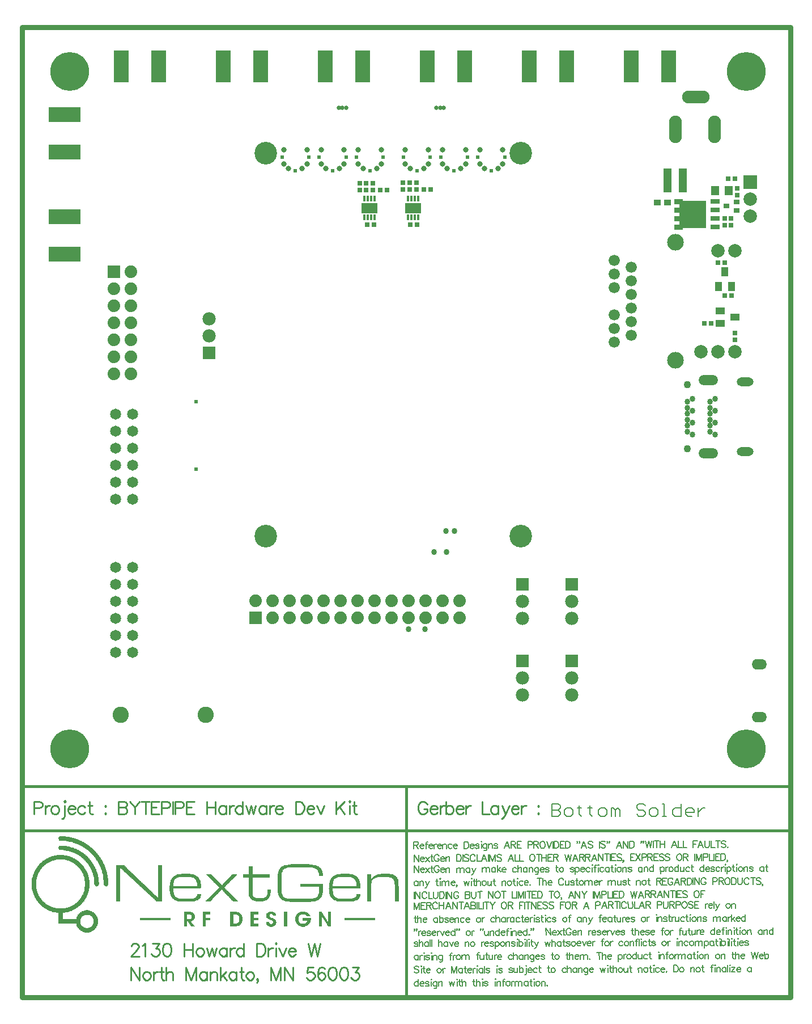
<source format=gbs>
G04*
G04 #@! TF.GenerationSoftware,Altium Limited,Altium Designer,21.2.2 (38)*
G04*
G04 Layer_Color=16711935*
%FSLAX25Y25*%
%MOIN*%
G70*
G04*
G04 #@! TF.SameCoordinates,2E860D41-E7DC-41A5-80A1-EBEBF1B55734*
G04*
G04*
G04 #@! TF.FilePolarity,Negative*
G04*
G01*
G75*
%ADD10C,0.01000*%
%ADD15C,0.00800*%
%ADD21C,0.00600*%
%ADD26C,0.01500*%
%ADD27C,0.03000*%
%ADD28C,0.00900*%
%ADD99C,0.03400*%
%ADD103R,0.04200X0.05600*%
%ADD132R,0.18600X0.08600*%
%ADD145R,0.05100X0.05600*%
%ADD148R,0.02600X0.02600*%
%ADD149R,0.02600X0.02800*%
%ADD150R,0.02800X0.02600*%
%ADD152R,0.08600X0.18600*%
%ADD153R,0.04200X0.03800*%
%ADD154R,0.05600X0.04200*%
%ADD155R,0.02600X0.02600*%
%ADD160C,0.07900*%
%ADD161R,0.07900X0.07900*%
%ADD162C,0.02600*%
%ADD163O,0.08900X0.06100*%
%ADD164C,0.03200*%
%ADD165C,0.02400*%
%ADD166C,0.09554*%
%ADD167C,0.02368*%
%ADD168C,0.22800*%
%ADD169C,0.13300*%
%ADD170O,0.07500X0.16200*%
%ADD171O,0.16200X0.07500*%
%ADD172C,0.04337*%
%ADD173O,0.11487X0.05943*%
%ADD174O,0.09912X0.05156*%
%ADD175C,0.06502*%
%ADD176C,0.09800*%
%ADD177C,0.06600*%
%ADD178C,0.07800*%
%ADD179R,0.07800X0.07800*%
%ADD180C,0.07400*%
%ADD181R,0.07400X0.07400*%
%ADD182R,0.07400X0.07400*%
%ADD234R,0.03700X0.03000*%
%ADD235R,0.05400X0.02900*%
%ADD236R,0.04600X0.14000*%
%ADD237R,0.01600X0.03400*%
%ADD238R,0.09600X0.06400*%
G36*
X360642Y321990D02*
X374421Y321991D01*
Y305809D01*
X360642Y305809D01*
Y304805D01*
X355839D01*
X355839Y307995D01*
X358634D01*
X358634Y309805D01*
X355839Y309805D01*
Y312995D01*
X358634Y312995D01*
Y314806D01*
X355839Y314806D01*
X355839Y317994D01*
X358634D01*
X358634Y319806D01*
X355839Y319806D01*
Y322994D01*
X360642D01*
Y321990D01*
D02*
G37*
G36*
X141142Y-68064D02*
X141280D01*
Y-68202D01*
X143070D01*
Y-68340D01*
X144035D01*
Y-68477D01*
X144723D01*
Y-68615D01*
X145274D01*
Y-68753D01*
Y-68890D01*
X145825D01*
Y-69028D01*
X146101D01*
Y-69166D01*
X146514D01*
Y-69304D01*
X146789D01*
Y-69441D01*
Y-69579D01*
X146927D01*
Y-69717D01*
X147202D01*
Y-69854D01*
X147340D01*
Y-69992D01*
X147478D01*
Y-70130D01*
X147616D01*
Y-70268D01*
X147753D01*
Y-70406D01*
X147891D01*
Y-70543D01*
X148029D01*
Y-70681D01*
X148167D01*
Y-70819D01*
Y-70956D01*
Y-71094D01*
X148304D01*
Y-71232D01*
Y-71370D01*
X148580D01*
Y-71507D01*
Y-71645D01*
Y-71783D01*
X148717D01*
Y-71921D01*
Y-72058D01*
Y-72196D01*
Y-72334D01*
X148855D01*
Y-72471D01*
Y-72609D01*
Y-72747D01*
Y-72885D01*
Y-73022D01*
Y-73160D01*
Y-73298D01*
X148993D01*
Y-73435D01*
Y-73573D01*
Y-73711D01*
Y-73849D01*
Y-73986D01*
Y-74124D01*
Y-74262D01*
Y-74400D01*
Y-74537D01*
Y-74675D01*
Y-74813D01*
X146651D01*
Y-74675D01*
Y-74537D01*
Y-74400D01*
Y-74262D01*
Y-74124D01*
Y-73986D01*
Y-73849D01*
Y-73711D01*
Y-73573D01*
Y-73435D01*
Y-73298D01*
Y-73160D01*
Y-73022D01*
X146514D01*
Y-72885D01*
Y-72747D01*
Y-72609D01*
Y-72471D01*
Y-72334D01*
X146238D01*
Y-72196D01*
Y-72058D01*
Y-71921D01*
X146101D01*
Y-71783D01*
Y-71645D01*
X145963D01*
Y-71507D01*
Y-71370D01*
X145825D01*
Y-71232D01*
X145550D01*
Y-71094D01*
X145412D01*
Y-70956D01*
X145274D01*
Y-70819D01*
Y-70681D01*
X144861D01*
Y-70543D01*
X144586D01*
Y-70406D01*
X144172D01*
Y-70268D01*
X143346D01*
Y-70130D01*
X143208D01*
Y-69992D01*
X141142D01*
Y-69854D01*
X130262D01*
Y-69992D01*
X128196D01*
Y-70130D01*
Y-70268D01*
X127369D01*
Y-70406D01*
X126818D01*
Y-70543D01*
X126543D01*
Y-70681D01*
X126267D01*
Y-70819D01*
X126130D01*
Y-70956D01*
X125992D01*
Y-71094D01*
X125854D01*
Y-71232D01*
X125579D01*
Y-71370D01*
Y-71507D01*
Y-71645D01*
X125441D01*
Y-71783D01*
X125303D01*
Y-71921D01*
Y-72058D01*
Y-72196D01*
Y-72334D01*
X125166D01*
Y-72471D01*
Y-72609D01*
Y-72747D01*
X125028D01*
Y-72885D01*
X124890D01*
Y-73022D01*
Y-73160D01*
Y-73298D01*
Y-73435D01*
Y-73573D01*
Y-73711D01*
Y-73849D01*
X124752D01*
Y-73986D01*
Y-74124D01*
Y-74262D01*
Y-74400D01*
Y-74537D01*
Y-74675D01*
Y-74813D01*
Y-74950D01*
Y-75088D01*
Y-75226D01*
Y-75364D01*
Y-75502D01*
Y-75639D01*
Y-75777D01*
Y-75915D01*
Y-76052D01*
Y-76190D01*
Y-76328D01*
Y-76466D01*
Y-76603D01*
Y-76741D01*
Y-76879D01*
Y-77017D01*
Y-77154D01*
Y-77292D01*
Y-77430D01*
Y-77567D01*
Y-77705D01*
Y-77843D01*
Y-77981D01*
Y-78118D01*
Y-78256D01*
Y-78394D01*
Y-78531D01*
Y-78669D01*
Y-78807D01*
Y-78945D01*
Y-79083D01*
Y-79220D01*
Y-79358D01*
Y-79496D01*
Y-79633D01*
Y-79771D01*
Y-79909D01*
Y-80047D01*
Y-80184D01*
Y-80322D01*
Y-80460D01*
Y-80598D01*
Y-80735D01*
Y-80873D01*
Y-81011D01*
Y-81148D01*
Y-81286D01*
Y-81424D01*
Y-81562D01*
Y-81699D01*
Y-81837D01*
Y-81975D01*
Y-82112D01*
Y-82250D01*
Y-82388D01*
Y-82526D01*
Y-82664D01*
Y-82801D01*
Y-82939D01*
Y-83077D01*
Y-83214D01*
Y-83352D01*
Y-83490D01*
Y-83628D01*
Y-83765D01*
Y-83903D01*
Y-84041D01*
Y-84179D01*
X124890D01*
Y-84316D01*
Y-84454D01*
Y-84592D01*
Y-84729D01*
Y-84867D01*
Y-85005D01*
Y-85143D01*
Y-85280D01*
X125028D01*
Y-85418D01*
X125166D01*
Y-85556D01*
Y-85694D01*
Y-85831D01*
Y-85969D01*
X125303D01*
Y-86107D01*
Y-86244D01*
Y-86382D01*
X125441D01*
Y-86520D01*
Y-86658D01*
X125579D01*
Y-86795D01*
Y-86933D01*
X125854D01*
Y-87071D01*
X125992D01*
Y-87209D01*
X126130D01*
Y-87346D01*
Y-87484D01*
X126405D01*
Y-87622D01*
X126681D01*
Y-87760D01*
X127232D01*
Y-87897D01*
X127920D01*
Y-88035D01*
Y-88173D01*
X129160D01*
Y-88310D01*
X142244D01*
Y-88173D01*
X143484D01*
Y-88035D01*
Y-87897D01*
X144172D01*
Y-87760D01*
X144723D01*
Y-87622D01*
X145136D01*
Y-87484D01*
X145274D01*
Y-87346D01*
X145412D01*
Y-87209D01*
X145550D01*
Y-87071D01*
X145825D01*
Y-86933D01*
X145963D01*
Y-86795D01*
Y-86658D01*
Y-86520D01*
X146101D01*
Y-86382D01*
X146238D01*
Y-86244D01*
Y-86107D01*
Y-85969D01*
Y-85831D01*
X146514D01*
Y-85694D01*
Y-85556D01*
Y-85418D01*
Y-85280D01*
X146651D01*
Y-85143D01*
Y-85005D01*
Y-84867D01*
Y-84729D01*
Y-84592D01*
Y-84454D01*
Y-84316D01*
Y-84179D01*
Y-84041D01*
Y-83903D01*
Y-83765D01*
Y-83628D01*
Y-83490D01*
Y-83352D01*
Y-83214D01*
Y-83077D01*
Y-82939D01*
X146789D01*
Y-82801D01*
Y-82664D01*
Y-82526D01*
Y-82388D01*
Y-82250D01*
Y-82112D01*
Y-81975D01*
Y-81837D01*
Y-81699D01*
Y-81562D01*
Y-81424D01*
Y-81286D01*
X135908D01*
Y-81148D01*
Y-81011D01*
Y-80873D01*
Y-80735D01*
Y-80598D01*
Y-80460D01*
Y-80322D01*
Y-80184D01*
Y-80047D01*
Y-79909D01*
Y-79771D01*
Y-79633D01*
Y-79496D01*
Y-79358D01*
X148993D01*
Y-79496D01*
Y-79633D01*
Y-79771D01*
Y-79909D01*
Y-80047D01*
Y-80184D01*
Y-80322D01*
Y-80460D01*
Y-80598D01*
Y-80735D01*
Y-80873D01*
Y-81011D01*
Y-81148D01*
Y-81286D01*
Y-81424D01*
Y-81562D01*
Y-81699D01*
Y-81837D01*
Y-81975D01*
Y-82112D01*
Y-82250D01*
Y-82388D01*
Y-82526D01*
Y-82664D01*
Y-82801D01*
Y-82939D01*
Y-83077D01*
Y-83214D01*
Y-83352D01*
Y-83490D01*
Y-83628D01*
Y-83765D01*
Y-83903D01*
Y-84041D01*
Y-84179D01*
Y-84316D01*
Y-84454D01*
Y-84592D01*
Y-84729D01*
X148855D01*
Y-84867D01*
Y-85005D01*
Y-85143D01*
Y-85280D01*
Y-85418D01*
Y-85556D01*
Y-85694D01*
X148717D01*
Y-85831D01*
Y-85969D01*
Y-86107D01*
Y-86244D01*
X148580D01*
Y-86382D01*
Y-86520D01*
Y-86658D01*
Y-86795D01*
X148304D01*
Y-86933D01*
Y-87071D01*
X148167D01*
Y-87209D01*
Y-87346D01*
X148029D01*
Y-87484D01*
Y-87622D01*
X147891D01*
Y-87760D01*
X147753D01*
Y-87897D01*
X147616D01*
Y-88035D01*
X147478D01*
Y-88173D01*
X147340D01*
Y-88310D01*
X147202D01*
Y-88448D01*
X146927D01*
Y-88586D01*
X146789D01*
Y-88724D01*
Y-88861D01*
X146514D01*
Y-88999D01*
X146238D01*
Y-89137D01*
X145963D01*
Y-89275D01*
X145412D01*
Y-89412D01*
Y-89550D01*
X144861D01*
Y-89688D01*
X144310D01*
Y-89825D01*
X143346D01*
Y-89963D01*
X142106D01*
Y-90101D01*
X141969D01*
Y-90239D01*
X129573D01*
Y-90101D01*
X129435D01*
Y-89963D01*
X128196D01*
Y-89825D01*
X127369D01*
Y-89688D01*
X126681D01*
Y-89550D01*
X126130D01*
Y-89412D01*
Y-89275D01*
X125716D01*
Y-89137D01*
X125441D01*
Y-88999D01*
X125166D01*
Y-88861D01*
X124752D01*
Y-88724D01*
Y-88586D01*
X124615D01*
Y-88448D01*
X124477D01*
Y-88310D01*
X124202D01*
Y-88173D01*
X124064D01*
Y-88035D01*
Y-87897D01*
X123926D01*
Y-87760D01*
X123788D01*
Y-87622D01*
X123513D01*
Y-87484D01*
Y-87346D01*
Y-87209D01*
X123375D01*
Y-87071D01*
Y-86933D01*
X123237D01*
Y-86795D01*
Y-86658D01*
X123100D01*
Y-86520D01*
Y-86382D01*
Y-86244D01*
X122962D01*
Y-86107D01*
X122824D01*
Y-85969D01*
Y-85831D01*
Y-85694D01*
Y-85556D01*
X122686D01*
Y-85418D01*
Y-85280D01*
Y-85143D01*
Y-85005D01*
Y-84867D01*
X122549D01*
Y-84729D01*
Y-84592D01*
Y-84454D01*
Y-84316D01*
Y-84179D01*
Y-84041D01*
Y-83903D01*
Y-83765D01*
Y-83628D01*
Y-83490D01*
Y-83352D01*
X122411D01*
Y-83214D01*
Y-83077D01*
Y-82939D01*
Y-82801D01*
Y-82664D01*
Y-82526D01*
Y-82388D01*
Y-82250D01*
Y-82112D01*
Y-81975D01*
Y-81837D01*
Y-81699D01*
Y-81562D01*
Y-81424D01*
Y-81286D01*
Y-81148D01*
Y-81011D01*
Y-80873D01*
Y-80735D01*
Y-80598D01*
Y-80460D01*
Y-80322D01*
Y-80184D01*
Y-80047D01*
Y-79909D01*
Y-79771D01*
Y-79633D01*
Y-79496D01*
Y-79358D01*
Y-79220D01*
Y-79083D01*
Y-78945D01*
Y-78807D01*
Y-78669D01*
Y-78531D01*
Y-78394D01*
Y-78256D01*
Y-78118D01*
Y-77981D01*
Y-77843D01*
Y-77705D01*
Y-77567D01*
Y-77430D01*
Y-77292D01*
Y-77154D01*
Y-77017D01*
Y-76879D01*
Y-76741D01*
Y-76603D01*
Y-76466D01*
Y-76328D01*
Y-76190D01*
Y-76052D01*
Y-75915D01*
Y-75777D01*
Y-75639D01*
Y-75502D01*
Y-75364D01*
Y-75226D01*
Y-75088D01*
Y-74950D01*
Y-74813D01*
X122549D01*
Y-74675D01*
Y-74537D01*
Y-74400D01*
Y-74262D01*
Y-74124D01*
Y-73986D01*
Y-73849D01*
Y-73711D01*
Y-73573D01*
Y-73435D01*
X122686D01*
Y-73298D01*
Y-73160D01*
Y-73022D01*
Y-72885D01*
Y-72747D01*
Y-72609D01*
X122824D01*
Y-72471D01*
Y-72334D01*
Y-72196D01*
Y-72058D01*
X123100D01*
Y-71921D01*
Y-71783D01*
Y-71645D01*
X123237D01*
Y-71507D01*
Y-71370D01*
Y-71232D01*
X123375D01*
Y-71094D01*
Y-70956D01*
X123513D01*
Y-70819D01*
Y-70681D01*
X123651D01*
Y-70543D01*
X123788D01*
Y-70406D01*
X123926D01*
Y-70268D01*
X124064D01*
Y-70130D01*
Y-69992D01*
X124202D01*
Y-69854D01*
X124477D01*
Y-69717D01*
X124615D01*
Y-69579D01*
X124890D01*
Y-69441D01*
Y-69304D01*
X125303D01*
Y-69166D01*
X125579D01*
Y-69028D01*
X125854D01*
Y-68890D01*
X126267D01*
Y-68753D01*
Y-68615D01*
X126818D01*
Y-68477D01*
X127645D01*
Y-68340D01*
X128609D01*
Y-68202D01*
X130262D01*
Y-68064D01*
Y-67926D01*
X141142D01*
Y-68064D01*
D02*
G37*
G36*
X188246Y-73573D02*
X188384D01*
Y-73711D01*
X189210D01*
Y-73849D01*
X189899D01*
Y-73986D01*
X190450D01*
Y-74124D01*
X190863D01*
Y-74262D01*
Y-74400D01*
X191276D01*
Y-74537D01*
X191414D01*
Y-74675D01*
X191689D01*
Y-74813D01*
X191965D01*
Y-74950D01*
Y-75088D01*
X192103D01*
Y-75226D01*
X192240D01*
Y-75364D01*
X192378D01*
Y-75502D01*
X192653D01*
Y-75639D01*
Y-75777D01*
X192791D01*
Y-75915D01*
Y-76052D01*
X192929D01*
Y-76190D01*
Y-76328D01*
Y-76466D01*
X193067D01*
Y-76603D01*
Y-76741D01*
X193204D01*
Y-76879D01*
X193342D01*
Y-77017D01*
Y-77154D01*
Y-77292D01*
Y-77430D01*
X193480D01*
Y-77567D01*
Y-77705D01*
Y-77843D01*
Y-77981D01*
Y-78118D01*
X193617D01*
Y-78256D01*
Y-78394D01*
Y-78531D01*
Y-78669D01*
Y-78807D01*
Y-78945D01*
Y-79083D01*
Y-79220D01*
Y-79358D01*
Y-79496D01*
Y-79633D01*
Y-79771D01*
Y-79909D01*
Y-80047D01*
Y-80184D01*
Y-80322D01*
Y-80460D01*
Y-80598D01*
Y-80735D01*
Y-80873D01*
X193755D01*
Y-81011D01*
Y-81148D01*
Y-81286D01*
Y-81424D01*
Y-81562D01*
Y-81699D01*
Y-81837D01*
Y-81975D01*
Y-82112D01*
Y-82250D01*
Y-82388D01*
Y-82526D01*
Y-82664D01*
Y-82801D01*
Y-82939D01*
Y-83077D01*
Y-83214D01*
Y-83352D01*
Y-83490D01*
Y-83628D01*
Y-83765D01*
Y-83903D01*
Y-84041D01*
Y-84179D01*
Y-84316D01*
Y-84454D01*
Y-84592D01*
Y-84729D01*
Y-84867D01*
Y-85005D01*
Y-85143D01*
Y-85280D01*
Y-85418D01*
Y-85556D01*
Y-85694D01*
Y-85831D01*
Y-85969D01*
Y-86107D01*
Y-86244D01*
Y-86382D01*
Y-86520D01*
Y-86658D01*
Y-86795D01*
Y-86933D01*
Y-87071D01*
Y-87209D01*
Y-87346D01*
Y-87484D01*
Y-87622D01*
Y-87760D01*
Y-87897D01*
Y-88035D01*
Y-88173D01*
Y-88310D01*
Y-88448D01*
Y-88586D01*
Y-88724D01*
Y-88861D01*
Y-88999D01*
Y-89137D01*
Y-89275D01*
Y-89412D01*
Y-89550D01*
Y-89688D01*
Y-89825D01*
X191414D01*
Y-89688D01*
Y-89550D01*
Y-89412D01*
Y-89275D01*
Y-89137D01*
Y-88999D01*
Y-88861D01*
Y-88724D01*
Y-88586D01*
Y-88448D01*
Y-88310D01*
Y-88173D01*
Y-88035D01*
Y-87897D01*
Y-87760D01*
Y-87622D01*
Y-87484D01*
Y-87346D01*
Y-87209D01*
Y-87071D01*
Y-86933D01*
Y-86795D01*
Y-86658D01*
Y-86520D01*
Y-86382D01*
Y-86244D01*
Y-86107D01*
Y-85969D01*
Y-85831D01*
Y-85694D01*
Y-85556D01*
Y-85418D01*
Y-85280D01*
Y-85143D01*
Y-85005D01*
Y-84867D01*
Y-84729D01*
Y-84592D01*
Y-84454D01*
Y-84316D01*
Y-84179D01*
Y-84041D01*
Y-83903D01*
Y-83765D01*
Y-83628D01*
Y-83490D01*
Y-83352D01*
Y-83214D01*
Y-83077D01*
Y-82939D01*
Y-82801D01*
Y-82664D01*
Y-82526D01*
Y-82388D01*
Y-82250D01*
Y-82112D01*
Y-81975D01*
Y-81837D01*
Y-81699D01*
Y-81562D01*
Y-81424D01*
Y-81286D01*
Y-81148D01*
Y-81011D01*
Y-80873D01*
Y-80735D01*
Y-80598D01*
Y-80460D01*
Y-80322D01*
Y-80184D01*
Y-80047D01*
Y-79909D01*
Y-79771D01*
X191276D01*
Y-79633D01*
Y-79496D01*
Y-79358D01*
Y-79220D01*
Y-79083D01*
Y-78945D01*
Y-78807D01*
Y-78669D01*
Y-78531D01*
Y-78394D01*
X191138D01*
Y-78256D01*
X191001D01*
Y-78118D01*
Y-77981D01*
Y-77843D01*
Y-77705D01*
X190863D01*
Y-77567D01*
Y-77430D01*
Y-77292D01*
X190725D01*
Y-77154D01*
X190587D01*
Y-77017D01*
Y-76879D01*
X190450D01*
Y-76741D01*
X190312D01*
Y-76603D01*
X190174D01*
Y-76466D01*
X190036D01*
Y-76328D01*
X189899D01*
Y-76190D01*
X189623D01*
Y-76052D01*
X189348D01*
Y-75915D01*
X188935D01*
Y-75777D01*
X188246D01*
Y-75639D01*
Y-75502D01*
X187420D01*
Y-75364D01*
X182324D01*
Y-75502D01*
X181222D01*
Y-75639D01*
Y-75777D01*
X180533D01*
Y-75915D01*
X179982D01*
Y-76052D01*
X179707D01*
Y-76190D01*
X179294D01*
Y-76328D01*
Y-76466D01*
X179018D01*
Y-76603D01*
X178880D01*
Y-76741D01*
X178605D01*
Y-76879D01*
X178467D01*
Y-77017D01*
Y-77154D01*
X178330D01*
Y-77292D01*
X178192D01*
Y-77430D01*
X177916D01*
Y-77567D01*
Y-77705D01*
Y-77843D01*
X177778D01*
Y-77981D01*
Y-78118D01*
Y-78256D01*
X177641D01*
Y-78394D01*
Y-78531D01*
Y-78669D01*
Y-78807D01*
Y-78945D01*
Y-79083D01*
X177503D01*
Y-79220D01*
Y-79358D01*
Y-79496D01*
Y-79633D01*
Y-79771D01*
Y-79909D01*
Y-80047D01*
Y-80184D01*
Y-80322D01*
Y-80460D01*
Y-80598D01*
Y-80735D01*
Y-80873D01*
Y-81011D01*
Y-81148D01*
Y-81286D01*
Y-81424D01*
Y-81562D01*
Y-81699D01*
Y-81837D01*
Y-81975D01*
Y-82112D01*
Y-82250D01*
Y-82388D01*
Y-82526D01*
Y-82664D01*
Y-82801D01*
Y-82939D01*
Y-83077D01*
Y-83214D01*
Y-83352D01*
Y-83490D01*
Y-83628D01*
Y-83765D01*
Y-83903D01*
Y-84041D01*
Y-84179D01*
Y-84316D01*
Y-84454D01*
Y-84592D01*
Y-84729D01*
Y-84867D01*
Y-85005D01*
Y-85143D01*
Y-85280D01*
Y-85418D01*
Y-85556D01*
Y-85694D01*
Y-85831D01*
Y-85969D01*
Y-86107D01*
Y-86244D01*
Y-86382D01*
Y-86520D01*
Y-86658D01*
Y-86795D01*
Y-86933D01*
Y-87071D01*
Y-87209D01*
Y-87346D01*
Y-87484D01*
Y-87622D01*
Y-87760D01*
Y-87897D01*
Y-88035D01*
Y-88173D01*
Y-88310D01*
Y-88448D01*
Y-88586D01*
Y-88724D01*
Y-88861D01*
Y-88999D01*
Y-89137D01*
Y-89275D01*
Y-89412D01*
Y-89550D01*
Y-89688D01*
Y-89825D01*
X175024D01*
Y-89688D01*
Y-89550D01*
Y-89412D01*
Y-89275D01*
Y-89137D01*
Y-88999D01*
Y-88861D01*
Y-88724D01*
Y-88586D01*
Y-88448D01*
Y-88310D01*
Y-88173D01*
Y-88035D01*
Y-87897D01*
Y-87760D01*
Y-87622D01*
Y-87484D01*
Y-87346D01*
Y-87209D01*
Y-87071D01*
Y-86933D01*
Y-86795D01*
Y-86658D01*
Y-86520D01*
Y-86382D01*
Y-86244D01*
Y-86107D01*
Y-85969D01*
Y-85831D01*
Y-85694D01*
Y-85556D01*
Y-85418D01*
Y-85280D01*
Y-85143D01*
Y-85005D01*
Y-84867D01*
Y-84729D01*
Y-84592D01*
Y-84454D01*
Y-84316D01*
Y-84179D01*
Y-84041D01*
Y-83903D01*
Y-83765D01*
Y-83628D01*
Y-83490D01*
Y-83352D01*
Y-83214D01*
Y-83077D01*
Y-82939D01*
Y-82801D01*
Y-82664D01*
Y-82526D01*
Y-82388D01*
Y-82250D01*
Y-82112D01*
Y-81975D01*
Y-81837D01*
Y-81699D01*
Y-81562D01*
Y-81424D01*
Y-81286D01*
Y-81148D01*
Y-81011D01*
Y-80873D01*
Y-80735D01*
Y-80598D01*
Y-80460D01*
Y-80322D01*
Y-80184D01*
Y-80047D01*
Y-79909D01*
Y-79771D01*
Y-79633D01*
Y-79496D01*
Y-79358D01*
Y-79220D01*
Y-79083D01*
Y-78945D01*
Y-78807D01*
Y-78669D01*
Y-78531D01*
Y-78394D01*
Y-78256D01*
Y-78118D01*
Y-77981D01*
Y-77843D01*
Y-77705D01*
Y-77567D01*
Y-77430D01*
Y-77292D01*
Y-77154D01*
Y-77017D01*
Y-76879D01*
Y-76741D01*
Y-76603D01*
Y-76466D01*
Y-76328D01*
Y-76190D01*
Y-76052D01*
Y-75915D01*
Y-75777D01*
Y-75639D01*
Y-75502D01*
Y-75364D01*
Y-75226D01*
Y-75088D01*
Y-74950D01*
Y-74813D01*
Y-74675D01*
Y-74537D01*
Y-74400D01*
Y-74262D01*
Y-74124D01*
Y-73986D01*
Y-73849D01*
X177503D01*
Y-73986D01*
Y-74124D01*
Y-74262D01*
Y-74400D01*
Y-74537D01*
Y-74675D01*
Y-74813D01*
Y-74950D01*
Y-75088D01*
Y-75226D01*
Y-75364D01*
Y-75502D01*
Y-75639D01*
Y-75777D01*
Y-75915D01*
Y-76052D01*
Y-76190D01*
Y-76328D01*
Y-76466D01*
Y-76603D01*
X177778D01*
Y-76466D01*
X177916D01*
Y-76328D01*
Y-76190D01*
Y-76052D01*
X178192D01*
Y-75915D01*
X178330D01*
Y-75777D01*
Y-75639D01*
X178467D01*
Y-75502D01*
X178605D01*
Y-75364D01*
X178743D01*
Y-75226D01*
X179018D01*
Y-75088D01*
X179156D01*
Y-74950D01*
Y-74813D01*
X179569D01*
Y-74675D01*
X179707D01*
Y-74537D01*
X179982D01*
Y-74400D01*
X180395D01*
Y-74262D01*
X180533D01*
Y-74124D01*
X181084D01*
Y-73986D01*
X181635D01*
Y-73849D01*
X182324D01*
Y-73711D01*
X183288D01*
Y-73573D01*
X183425D01*
Y-73435D01*
X188246D01*
Y-73573D01*
D02*
G37*
G36*
X98721Y-73986D02*
X98584D01*
Y-74124D01*
X98446D01*
Y-74262D01*
Y-74400D01*
X98308D01*
Y-74537D01*
X98033D01*
Y-74675D01*
X97895D01*
Y-74813D01*
X97757D01*
Y-74950D01*
Y-75088D01*
X97619D01*
Y-75226D01*
X97344D01*
Y-75364D01*
X97206D01*
Y-75502D01*
X97069D01*
Y-75639D01*
Y-75777D01*
X96931D01*
Y-75915D01*
X96655D01*
Y-76052D01*
X96518D01*
Y-76190D01*
X96380D01*
Y-76328D01*
Y-76466D01*
X96242D01*
Y-76603D01*
X95967D01*
Y-76741D01*
X95829D01*
Y-76879D01*
X95691D01*
Y-77017D01*
Y-77154D01*
X95554D01*
Y-77292D01*
X95278D01*
Y-77430D01*
X95140D01*
Y-77567D01*
X95003D01*
Y-77705D01*
Y-77843D01*
X94865D01*
Y-77981D01*
X94589D01*
Y-78118D01*
X94452D01*
Y-78256D01*
X94314D01*
Y-78394D01*
Y-78531D01*
X94176D01*
Y-78669D01*
X93901D01*
Y-78807D01*
X93763D01*
Y-78945D01*
X93625D01*
Y-79083D01*
Y-79220D01*
X93488D01*
Y-79358D01*
X93212D01*
Y-79496D01*
X93074D01*
Y-79633D01*
X92937D01*
Y-79771D01*
Y-79909D01*
X92799D01*
Y-80047D01*
X92523D01*
Y-80184D01*
X92386D01*
Y-80322D01*
X92248D01*
Y-80460D01*
Y-80598D01*
X92110D01*
Y-80735D01*
X91835D01*
Y-80873D01*
X91697D01*
Y-81011D01*
X91559D01*
Y-81148D01*
Y-81286D01*
X91422D01*
Y-81424D01*
X91146D01*
Y-81562D01*
Y-81699D01*
Y-81837D01*
Y-81975D01*
X91422D01*
Y-82112D01*
X91559D01*
Y-82250D01*
X91697D01*
Y-82388D01*
X91835D01*
Y-82526D01*
Y-82664D01*
X92110D01*
Y-82801D01*
X92248D01*
Y-82939D01*
X92386D01*
Y-83077D01*
X92523D01*
Y-83214D01*
Y-83352D01*
X92799D01*
Y-83490D01*
X92937D01*
Y-83628D01*
X93074D01*
Y-83765D01*
X93212D01*
Y-83903D01*
X93350D01*
Y-84041D01*
X93488D01*
Y-84179D01*
X93625D01*
Y-84316D01*
X93763D01*
Y-84454D01*
X93901D01*
Y-84592D01*
X94038D01*
Y-84729D01*
X94176D01*
Y-84867D01*
X94314D01*
Y-85005D01*
X94452D01*
Y-85143D01*
X94589D01*
Y-85280D01*
X94727D01*
Y-85418D01*
X94865D01*
Y-85556D01*
X95003D01*
Y-85694D01*
X95140D01*
Y-85831D01*
X95278D01*
Y-85969D01*
X95416D01*
Y-86107D01*
X95554D01*
Y-86244D01*
X95691D01*
Y-86382D01*
X95829D01*
Y-86520D01*
X95967D01*
Y-86658D01*
X96105D01*
Y-86795D01*
X96242D01*
Y-86933D01*
X96380D01*
Y-87071D01*
X96518D01*
Y-87209D01*
X96655D01*
Y-87346D01*
X96793D01*
Y-87484D01*
X96931D01*
Y-87622D01*
X97069D01*
Y-87760D01*
X97206D01*
Y-87897D01*
X97344D01*
Y-88035D01*
X97482D01*
Y-88173D01*
X97619D01*
Y-88310D01*
X97757D01*
Y-88448D01*
X97895D01*
Y-88586D01*
X98033D01*
Y-88724D01*
X98171D01*
Y-88861D01*
X98308D01*
Y-88999D01*
X98446D01*
Y-89137D01*
X98584D01*
Y-89275D01*
X98721D01*
Y-89412D01*
X98859D01*
Y-89550D01*
X98997D01*
Y-89688D01*
X99135D01*
Y-89825D01*
X96242D01*
Y-89688D01*
X95967D01*
Y-89550D01*
X95829D01*
Y-89412D01*
Y-89275D01*
X95691D01*
Y-89137D01*
X95554D01*
Y-88999D01*
X95278D01*
Y-88861D01*
X95140D01*
Y-88724D01*
Y-88586D01*
X95003D01*
Y-88448D01*
X94865D01*
Y-88310D01*
X94589D01*
Y-88173D01*
X94452D01*
Y-88035D01*
Y-87897D01*
X94314D01*
Y-87760D01*
X94176D01*
Y-87622D01*
X94038D01*
Y-87484D01*
X93901D01*
Y-87346D01*
X93763D01*
Y-87209D01*
Y-87071D01*
X93625D01*
Y-86933D01*
X93488D01*
Y-86795D01*
X93212D01*
Y-86658D01*
Y-86520D01*
X93074D01*
Y-86382D01*
X92937D01*
Y-86244D01*
X92799D01*
Y-86107D01*
X92523D01*
Y-85969D01*
Y-85831D01*
X92386D01*
Y-85694D01*
X92248D01*
Y-85556D01*
X92110D01*
Y-85418D01*
X91835D01*
Y-85280D01*
Y-85143D01*
X91697D01*
Y-85005D01*
X91559D01*
Y-84867D01*
X91422D01*
Y-84729D01*
X91146D01*
Y-84592D01*
Y-84454D01*
X91009D01*
Y-84316D01*
X90871D01*
Y-84179D01*
X90733D01*
Y-84041D01*
X90458D01*
Y-83903D01*
Y-83765D01*
X90320D01*
Y-83628D01*
Y-83490D01*
X90182D01*
Y-83352D01*
X90044D01*
Y-83214D01*
X89907D01*
Y-83077D01*
X89769D01*
Y-82939D01*
X89356D01*
Y-83077D01*
X89218D01*
Y-83214D01*
X89080D01*
Y-83352D01*
X88942D01*
Y-83490D01*
X88805D01*
Y-83628D01*
X88667D01*
Y-83765D01*
X88529D01*
Y-83903D01*
X88392D01*
Y-84041D01*
X88254D01*
Y-84179D01*
X88116D01*
Y-84316D01*
X87978D01*
Y-84454D01*
Y-84592D01*
X87841D01*
Y-84729D01*
X87565D01*
Y-84867D01*
Y-85005D01*
X87428D01*
Y-85143D01*
X87290D01*
Y-85280D01*
Y-85418D01*
X87014D01*
Y-85556D01*
X86877D01*
Y-85694D01*
X86739D01*
Y-85831D01*
X86601D01*
Y-85969D01*
Y-86107D01*
X86326D01*
Y-86244D01*
X86188D01*
Y-86382D01*
X86050D01*
Y-86520D01*
X85913D01*
Y-86658D01*
Y-86795D01*
X85637D01*
Y-86933D01*
X85499D01*
Y-87071D01*
X85361D01*
Y-87209D01*
X85224D01*
Y-87346D01*
Y-87484D01*
X84948D01*
Y-87622D01*
X84811D01*
Y-87760D01*
X84673D01*
Y-87897D01*
X84535D01*
Y-88035D01*
Y-88173D01*
X84260D01*
Y-88310D01*
X84122D01*
Y-88448D01*
X83984D01*
Y-88586D01*
Y-88724D01*
X83846D01*
Y-88861D01*
X83709D01*
Y-88999D01*
X83571D01*
Y-89137D01*
X83433D01*
Y-89275D01*
X83296D01*
Y-89412D01*
Y-89550D01*
X83158D01*
Y-89688D01*
X82882D01*
Y-89825D01*
X79990D01*
Y-89688D01*
Y-89550D01*
X80128D01*
Y-89412D01*
X80265D01*
Y-89275D01*
X80403D01*
Y-89137D01*
X80679D01*
Y-88999D01*
X80816D01*
Y-88861D01*
Y-88724D01*
X80954D01*
Y-88586D01*
X81230D01*
Y-88448D01*
X81367D01*
Y-88310D01*
X81505D01*
Y-88173D01*
Y-88035D01*
X81643D01*
Y-87897D01*
X81918D01*
Y-87760D01*
X82056D01*
Y-87622D01*
X82194D01*
Y-87484D01*
Y-87346D01*
X82332D01*
Y-87209D01*
X82607D01*
Y-87071D01*
X82745D01*
Y-86933D01*
X82882D01*
Y-86795D01*
X83020D01*
Y-86658D01*
X83158D01*
Y-86520D01*
X83296D01*
Y-86382D01*
X83433D01*
Y-86244D01*
X83571D01*
Y-86107D01*
X83709D01*
Y-85969D01*
X83846D01*
Y-85831D01*
X83984D01*
Y-85694D01*
X84122D01*
Y-85556D01*
X84260D01*
Y-85418D01*
X84397D01*
Y-85280D01*
X84535D01*
Y-85143D01*
X84673D01*
Y-85005D01*
X84811D01*
Y-84867D01*
X84948D01*
Y-84729D01*
X85086D01*
Y-84592D01*
X85224D01*
Y-84454D01*
X85361D01*
Y-84316D01*
X85499D01*
Y-84179D01*
X85637D01*
Y-84041D01*
X85775D01*
Y-83903D01*
X85913D01*
Y-83765D01*
X86050D01*
Y-83628D01*
X86188D01*
Y-83490D01*
X86326D01*
Y-83352D01*
X86463D01*
Y-83214D01*
X86601D01*
Y-83077D01*
X86739D01*
Y-82939D01*
X86877D01*
Y-82801D01*
X87014D01*
Y-82664D01*
X87152D01*
Y-82526D01*
X87290D01*
Y-82388D01*
X87428D01*
Y-82250D01*
X87565D01*
Y-82112D01*
X87703D01*
Y-81975D01*
X87841D01*
Y-81837D01*
X87978D01*
Y-81699D01*
Y-81562D01*
Y-81424D01*
X87703D01*
Y-81286D01*
X87565D01*
Y-81148D01*
Y-81011D01*
X87428D01*
Y-80873D01*
X87290D01*
Y-80735D01*
X87014D01*
Y-80598D01*
X86877D01*
Y-80460D01*
Y-80322D01*
X86739D01*
Y-80184D01*
X86601D01*
Y-80047D01*
X86326D01*
Y-79909D01*
X86188D01*
Y-79771D01*
Y-79633D01*
X86050D01*
Y-79496D01*
X85913D01*
Y-79358D01*
X85637D01*
Y-79220D01*
X85499D01*
Y-79083D01*
Y-78945D01*
X85361D01*
Y-78807D01*
X85224D01*
Y-78669D01*
X84948D01*
Y-78531D01*
X84811D01*
Y-78394D01*
Y-78256D01*
X84673D01*
Y-78118D01*
X84535D01*
Y-77981D01*
X84260D01*
Y-77843D01*
X84122D01*
Y-77705D01*
Y-77567D01*
X83984D01*
Y-77430D01*
X83846D01*
Y-77292D01*
X83571D01*
Y-77154D01*
X83433D01*
Y-77017D01*
Y-76879D01*
X83296D01*
Y-76741D01*
X83158D01*
Y-76603D01*
X82882D01*
Y-76466D01*
X82745D01*
Y-76328D01*
Y-76190D01*
X82607D01*
Y-76052D01*
X82469D01*
Y-75915D01*
X82194D01*
Y-75777D01*
X82056D01*
Y-75639D01*
Y-75502D01*
X81918D01*
Y-75364D01*
X81780D01*
Y-75226D01*
X81505D01*
Y-75088D01*
X81367D01*
Y-74950D01*
Y-74813D01*
X81230D01*
Y-74675D01*
X81092D01*
Y-74537D01*
X80816D01*
Y-74400D01*
X80679D01*
Y-74262D01*
Y-74124D01*
X80541D01*
Y-73986D01*
X80403D01*
Y-73849D01*
X83296D01*
Y-73986D01*
X83433D01*
Y-74124D01*
X83571D01*
Y-74262D01*
X83709D01*
Y-74400D01*
X83846D01*
Y-74537D01*
X83984D01*
Y-74675D01*
X84122D01*
Y-74813D01*
X84260D01*
Y-74950D01*
X84397D01*
Y-75088D01*
X84535D01*
Y-75226D01*
X84673D01*
Y-75364D01*
X84811D01*
Y-75502D01*
X84948D01*
Y-75639D01*
X85086D01*
Y-75777D01*
X85224D01*
Y-75915D01*
X85361D01*
Y-76052D01*
X85499D01*
Y-76190D01*
X85637D01*
Y-76328D01*
X85775D01*
Y-76466D01*
X85913D01*
Y-76603D01*
X86050D01*
Y-76741D01*
X86188D01*
Y-76879D01*
X86326D01*
Y-77017D01*
Y-77154D01*
X86601D01*
Y-77292D01*
X86739D01*
Y-77430D01*
X86877D01*
Y-77567D01*
X87014D01*
Y-77705D01*
Y-77843D01*
X87290D01*
Y-77981D01*
X87428D01*
Y-78118D01*
X87565D01*
Y-78256D01*
X87703D01*
Y-78394D01*
Y-78531D01*
X87978D01*
Y-78669D01*
X88116D01*
Y-78807D01*
X88254D01*
Y-78945D01*
X88392D01*
Y-79083D01*
Y-79220D01*
X88667D01*
Y-79358D01*
X88805D01*
Y-79496D01*
X88942D01*
Y-79633D01*
X89080D01*
Y-79771D01*
Y-79909D01*
X89356D01*
Y-80047D01*
X89493D01*
Y-80184D01*
X89769D01*
Y-80047D01*
X90044D01*
Y-79909D01*
Y-79771D01*
X90182D01*
Y-79633D01*
X90320D01*
Y-79496D01*
X90458D01*
Y-79358D01*
X90595D01*
Y-79220D01*
X90733D01*
Y-79083D01*
X90871D01*
Y-78945D01*
X91009D01*
Y-78807D01*
X91146D01*
Y-78669D01*
Y-78531D01*
X91422D01*
Y-78394D01*
Y-78256D01*
X91559D01*
Y-78118D01*
X91697D01*
Y-77981D01*
X91835D01*
Y-77843D01*
X92110D01*
Y-77705D01*
Y-77567D01*
X92248D01*
Y-77430D01*
X92386D01*
Y-77292D01*
X92523D01*
Y-77154D01*
X92799D01*
Y-77017D01*
Y-76879D01*
X92937D01*
Y-76741D01*
X93074D01*
Y-76603D01*
X93212D01*
Y-76466D01*
X93488D01*
Y-76328D01*
Y-76190D01*
X93625D01*
Y-76052D01*
X93763D01*
Y-75915D01*
X93901D01*
Y-75777D01*
X94038D01*
Y-75639D01*
X94176D01*
Y-75502D01*
X94314D01*
Y-75364D01*
X94452D01*
Y-75226D01*
X94589D01*
Y-75088D01*
X94727D01*
Y-74950D01*
X94865D01*
Y-74813D01*
X95003D01*
Y-74675D01*
X95140D01*
Y-74537D01*
X95278D01*
Y-74400D01*
Y-74262D01*
X95416D01*
Y-74124D01*
X95691D01*
Y-73986D01*
X95829D01*
Y-73849D01*
X98721D01*
Y-73986D01*
D02*
G37*
G36*
X-2229Y-51668D02*
Y-51806D01*
X-989D01*
Y-51944D01*
X-25D01*
Y-52082D01*
X801D01*
Y-52219D01*
X1490D01*
Y-52357D01*
X1627D01*
Y-52495D01*
X2178D01*
Y-52632D01*
X2867D01*
Y-52770D01*
X3280D01*
Y-52908D01*
X3831D01*
Y-53046D01*
X3969D01*
Y-53183D01*
X4382D01*
Y-53321D01*
X4795D01*
Y-53459D01*
X5208D01*
Y-53597D01*
X5621D01*
Y-53734D01*
X5759D01*
Y-53872D01*
X6035D01*
Y-54010D01*
X6310D01*
Y-54147D01*
X6723D01*
Y-54285D01*
X7136D01*
Y-54423D01*
X7274D01*
Y-54561D01*
X7412D01*
Y-54698D01*
X7825D01*
Y-54836D01*
X8101D01*
Y-54974D01*
X8376D01*
Y-55112D01*
X8514D01*
Y-55249D01*
X8789D01*
Y-55387D01*
X9065D01*
Y-55525D01*
X9340D01*
Y-55663D01*
X9616D01*
Y-55800D01*
Y-55938D01*
X9891D01*
Y-56076D01*
X10167D01*
Y-56213D01*
X10304D01*
Y-56351D01*
X10718D01*
Y-56489D01*
Y-56627D01*
X10855D01*
Y-56764D01*
X11131D01*
Y-56902D01*
X11406D01*
Y-57040D01*
X11544D01*
Y-57178D01*
X11682D01*
Y-57315D01*
X11819D01*
Y-57453D01*
X12095D01*
Y-57591D01*
X12233D01*
Y-57728D01*
X12370D01*
Y-57866D01*
X12508D01*
Y-58004D01*
X12784D01*
Y-58142D01*
X12921D01*
Y-58279D01*
X13059D01*
Y-58417D01*
X13197D01*
Y-58555D01*
X13334D01*
Y-58693D01*
X13472D01*
Y-58830D01*
X13610D01*
Y-58968D01*
X13748D01*
Y-59106D01*
X14023D01*
Y-59244D01*
X14161D01*
Y-59381D01*
X14299D01*
Y-59519D01*
X14436D01*
Y-59657D01*
X14574D01*
Y-59794D01*
X14849D01*
Y-59932D01*
Y-60070D01*
X14987D01*
Y-60208D01*
X15125D01*
Y-60345D01*
Y-60483D01*
X15400D01*
Y-60621D01*
X15538D01*
Y-60759D01*
Y-60896D01*
X15676D01*
Y-61034D01*
X15814D01*
Y-61172D01*
X15951D01*
Y-61309D01*
Y-61447D01*
X16227D01*
Y-61585D01*
X16364D01*
Y-61723D01*
X16502D01*
Y-61860D01*
Y-61998D01*
X16640D01*
Y-62136D01*
Y-62274D01*
X16915D01*
Y-62411D01*
X17053D01*
Y-62549D01*
Y-62687D01*
X17191D01*
Y-62824D01*
Y-62962D01*
X17329D01*
Y-63100D01*
X17604D01*
Y-63238D01*
Y-63375D01*
Y-63513D01*
X17742D01*
Y-63651D01*
X17879D01*
Y-63789D01*
X18017D01*
Y-63926D01*
Y-64064D01*
X18155D01*
Y-64202D01*
X18293D01*
Y-64340D01*
X18430D01*
Y-64477D01*
Y-64615D01*
X18568D01*
Y-64753D01*
Y-64890D01*
Y-65028D01*
X18706D01*
Y-65166D01*
X18981D01*
Y-65304D01*
Y-65441D01*
Y-65579D01*
X19119D01*
Y-65717D01*
Y-65855D01*
X19257D01*
Y-65992D01*
X19395D01*
Y-66130D01*
Y-66268D01*
Y-66405D01*
X19670D01*
Y-66543D01*
Y-66681D01*
X19808D01*
Y-66819D01*
Y-66956D01*
Y-67094D01*
X19945D01*
Y-67232D01*
Y-67370D01*
X20083D01*
Y-67507D01*
Y-67645D01*
Y-67783D01*
X20359D01*
Y-67921D01*
Y-68058D01*
Y-68196D01*
Y-68334D01*
X20496D01*
Y-68471D01*
Y-68609D01*
X20634D01*
Y-68747D01*
Y-68885D01*
Y-69022D01*
X20772D01*
Y-69160D01*
Y-69298D01*
X20910D01*
Y-69436D01*
X21047D01*
Y-69573D01*
Y-69711D01*
Y-69849D01*
Y-69986D01*
X21185D01*
Y-70124D01*
Y-70262D01*
Y-70400D01*
X21323D01*
Y-70537D01*
Y-70675D01*
Y-70813D01*
X21461D01*
Y-70951D01*
Y-71088D01*
Y-71226D01*
Y-71364D01*
X21736D01*
Y-71501D01*
Y-71639D01*
Y-71777D01*
Y-71915D01*
Y-72052D01*
X21874D01*
Y-72190D01*
Y-72328D01*
Y-72466D01*
Y-72603D01*
X22011D01*
Y-72741D01*
Y-72879D01*
Y-73017D01*
Y-73154D01*
Y-73292D01*
Y-73430D01*
X22149D01*
Y-73567D01*
Y-73705D01*
Y-73843D01*
Y-73981D01*
Y-74118D01*
X22425D01*
Y-74256D01*
Y-74394D01*
Y-74532D01*
Y-74669D01*
Y-74807D01*
Y-74945D01*
Y-75082D01*
X22562D01*
Y-75220D01*
Y-75358D01*
Y-75496D01*
Y-75633D01*
Y-75771D01*
Y-75909D01*
Y-76047D01*
Y-76184D01*
Y-76322D01*
X22700D01*
Y-76460D01*
Y-76597D01*
Y-76735D01*
Y-76873D01*
Y-77011D01*
Y-77148D01*
Y-77286D01*
Y-77424D01*
Y-77562D01*
Y-77699D01*
Y-77837D01*
Y-77975D01*
Y-78113D01*
Y-78250D01*
Y-78388D01*
X22838D01*
Y-78526D01*
Y-78663D01*
Y-78801D01*
Y-78939D01*
Y-79077D01*
Y-79214D01*
Y-79352D01*
Y-79490D01*
Y-79628D01*
Y-79765D01*
X22700D01*
Y-79903D01*
Y-80041D01*
Y-80178D01*
X22562D01*
Y-80316D01*
Y-80454D01*
X22425D01*
Y-80592D01*
Y-80729D01*
X22011D01*
Y-80867D01*
X21736D01*
Y-81005D01*
X21323D01*
Y-80867D01*
X20772D01*
Y-80729D01*
X20634D01*
Y-80592D01*
Y-80454D01*
X20496D01*
Y-80316D01*
X20359D01*
Y-80178D01*
Y-80041D01*
X20221D01*
Y-79903D01*
X20083D01*
Y-79765D01*
Y-79628D01*
Y-79490D01*
Y-79352D01*
Y-79214D01*
Y-79077D01*
Y-78939D01*
Y-78801D01*
Y-78663D01*
Y-78526D01*
Y-78388D01*
Y-78250D01*
Y-78113D01*
Y-77975D01*
Y-77837D01*
Y-77699D01*
Y-77562D01*
Y-77424D01*
Y-77286D01*
X19945D01*
Y-77148D01*
Y-77011D01*
Y-76873D01*
Y-76735D01*
Y-76597D01*
Y-76460D01*
Y-76322D01*
Y-76184D01*
Y-76047D01*
Y-75909D01*
Y-75771D01*
X19808D01*
Y-75633D01*
Y-75496D01*
Y-75358D01*
Y-75220D01*
Y-75082D01*
Y-74945D01*
Y-74807D01*
Y-74669D01*
X19670D01*
Y-74532D01*
Y-74394D01*
Y-74256D01*
Y-74118D01*
Y-73981D01*
X19532D01*
Y-73843D01*
X19395D01*
Y-73705D01*
Y-73567D01*
Y-73430D01*
Y-73292D01*
Y-73154D01*
X19257D01*
Y-73017D01*
Y-72879D01*
Y-72741D01*
Y-72603D01*
X19119D01*
Y-72466D01*
Y-72328D01*
Y-72190D01*
Y-72052D01*
Y-71915D01*
X18981D01*
Y-71777D01*
Y-71639D01*
Y-71501D01*
X18844D01*
Y-71364D01*
X18706D01*
Y-71226D01*
Y-71088D01*
Y-70951D01*
Y-70813D01*
X18568D01*
Y-70675D01*
Y-70537D01*
X18430D01*
Y-70400D01*
Y-70262D01*
Y-70124D01*
Y-69986D01*
X18293D01*
Y-69849D01*
Y-69711D01*
X18155D01*
Y-69573D01*
X18017D01*
Y-69436D01*
Y-69298D01*
Y-69160D01*
X17879D01*
Y-69022D01*
Y-68885D01*
Y-68747D01*
X17742D01*
Y-68609D01*
Y-68471D01*
X17604D01*
Y-68334D01*
Y-68196D01*
X17466D01*
Y-68058D01*
X17329D01*
Y-67921D01*
Y-67783D01*
X17191D01*
Y-67645D01*
Y-67507D01*
Y-67370D01*
X17053D01*
Y-67232D01*
Y-67094D01*
X16915D01*
Y-66956D01*
X16778D01*
Y-66819D01*
X16640D01*
Y-66681D01*
Y-66543D01*
X16502D01*
Y-66405D01*
Y-66268D01*
X16364D01*
Y-66130D01*
Y-65992D01*
X16227D01*
Y-65855D01*
Y-65717D01*
X15951D01*
Y-65579D01*
Y-65441D01*
X15814D01*
Y-65304D01*
Y-65166D01*
X15676D01*
Y-65028D01*
X15538D01*
Y-64890D01*
Y-64753D01*
X15400D01*
Y-64615D01*
X15263D01*
Y-64477D01*
X15125D01*
Y-64340D01*
Y-64202D01*
X14987D01*
Y-64064D01*
Y-63926D01*
X14849D01*
Y-63789D01*
X14574D01*
Y-63651D01*
X14436D01*
Y-63513D01*
Y-63375D01*
X14299D01*
Y-63238D01*
Y-63100D01*
X14161D01*
Y-62962D01*
X13885D01*
Y-62824D01*
X13748D01*
Y-62687D01*
Y-62549D01*
X13610D01*
Y-62411D01*
X13472D01*
Y-62274D01*
X13197D01*
Y-62136D01*
Y-61998D01*
X13059D01*
Y-61860D01*
Y-61723D01*
X12921D01*
Y-61585D01*
X12646D01*
Y-61447D01*
X12508D01*
Y-61309D01*
X12370D01*
Y-61172D01*
X12233D01*
Y-61034D01*
X12095D01*
Y-60896D01*
X11819D01*
Y-60759D01*
X11682D01*
Y-60621D01*
Y-60483D01*
X11544D01*
Y-60345D01*
X11406D01*
Y-60208D01*
X11131D01*
Y-60070D01*
X10993D01*
Y-59932D01*
X10855D01*
Y-59794D01*
X10718D01*
Y-59657D01*
X10442D01*
Y-59519D01*
X10304D01*
Y-59381D01*
X10167D01*
Y-59244D01*
X10029D01*
Y-59106D01*
X9753D01*
Y-58968D01*
X9616D01*
Y-58830D01*
X9340D01*
Y-58693D01*
X9065D01*
Y-58555D01*
Y-58417D01*
X8789D01*
Y-58279D01*
X8514D01*
Y-58142D01*
X8238D01*
Y-58004D01*
X8101D01*
Y-57866D01*
X7963D01*
Y-57728D01*
X7688D01*
Y-57591D01*
X7412D01*
Y-57453D01*
X7136D01*
Y-57315D01*
X6861D01*
Y-57178D01*
Y-57040D01*
X6586D01*
Y-56902D01*
X6172D01*
Y-56764D01*
X5897D01*
Y-56627D01*
X5484D01*
Y-56489D01*
Y-56351D01*
X5071D01*
Y-56213D01*
X4657D01*
Y-56076D01*
X4244D01*
Y-55938D01*
X3831D01*
Y-55800D01*
X3693D01*
Y-55663D01*
X3280D01*
Y-55525D01*
X2729D01*
Y-55387D01*
X2178D01*
Y-55249D01*
X1765D01*
Y-55112D01*
X1627D01*
Y-54974D01*
X1076D01*
Y-54836D01*
X388D01*
Y-54698D01*
X-576D01*
Y-54561D01*
X-1541D01*
Y-54423D01*
X-1816D01*
Y-54285D01*
X-3331D01*
Y-54147D01*
X-5672D01*
Y-54010D01*
X-6086D01*
Y-53872D01*
X-6223D01*
Y-53734D01*
Y-53597D01*
X-6361D01*
Y-53459D01*
Y-53321D01*
X-6499D01*
Y-53183D01*
Y-53046D01*
Y-52908D01*
Y-52770D01*
Y-52632D01*
Y-52495D01*
Y-52357D01*
Y-52219D01*
X-6361D01*
Y-52082D01*
X-6223D01*
Y-51944D01*
X-6086D01*
Y-51806D01*
X-5810D01*
Y-51668D01*
Y-51531D01*
X-2229D01*
Y-51668D01*
D02*
G37*
G36*
X-2642Y-57178D02*
X-2505D01*
Y-57315D01*
X-1541D01*
Y-57453D01*
X-576D01*
Y-57591D01*
X250D01*
Y-57728D01*
X801D01*
Y-57866D01*
X939D01*
Y-58004D01*
X1490D01*
Y-58142D01*
X1903D01*
Y-58279D01*
X2454D01*
Y-58417D01*
X2867D01*
Y-58555D01*
Y-58693D01*
X3280D01*
Y-58830D01*
X3693D01*
Y-58968D01*
X4106D01*
Y-59106D01*
X4520D01*
Y-59244D01*
Y-59381D01*
X4795D01*
Y-59519D01*
X5208D01*
Y-59657D01*
X5484D01*
Y-59794D01*
X5759D01*
Y-59932D01*
X5897D01*
Y-60070D01*
X6035D01*
Y-60208D01*
X6310D01*
Y-60345D01*
X6723D01*
Y-60483D01*
X6861D01*
Y-60621D01*
Y-60759D01*
X7274D01*
Y-60896D01*
X7412D01*
Y-61034D01*
X7688D01*
Y-61172D01*
X7963D01*
Y-61309D01*
Y-61447D01*
X8101D01*
Y-61585D01*
X8376D01*
Y-61723D01*
X8652D01*
Y-61860D01*
X8789D01*
Y-61998D01*
Y-62136D01*
X9065D01*
Y-62274D01*
X9340D01*
Y-62411D01*
X9478D01*
Y-62549D01*
X9616D01*
Y-62687D01*
X9753D01*
Y-62824D01*
Y-62962D01*
X10029D01*
Y-63100D01*
X10167D01*
Y-63238D01*
X10304D01*
Y-63375D01*
X10442D01*
Y-63513D01*
X10580D01*
Y-63651D01*
X10718D01*
Y-63789D01*
X10855D01*
Y-63926D01*
X10993D01*
Y-64064D01*
X11131D01*
Y-64202D01*
Y-64340D01*
X11406D01*
Y-64477D01*
X11544D01*
Y-64615D01*
X11682D01*
Y-64753D01*
Y-64890D01*
X11819D01*
Y-65028D01*
X12095D01*
Y-65166D01*
Y-65304D01*
X12233D01*
Y-65441D01*
Y-65579D01*
X12370D01*
Y-65717D01*
X12508D01*
Y-65855D01*
X12784D01*
Y-65992D01*
Y-66130D01*
X12921D01*
Y-66268D01*
Y-66405D01*
X13059D01*
Y-66543D01*
X13197D01*
Y-66681D01*
Y-66819D01*
X13334D01*
Y-66956D01*
X13472D01*
Y-67094D01*
X13610D01*
Y-67232D01*
Y-67370D01*
X13748D01*
Y-67507D01*
Y-67645D01*
X13885D01*
Y-67783D01*
Y-67921D01*
X14161D01*
Y-68058D01*
Y-68196D01*
Y-68334D01*
X14299D01*
Y-68471D01*
X14436D01*
Y-68609D01*
Y-68747D01*
X14574D01*
Y-68885D01*
Y-69022D01*
Y-69160D01*
X14849D01*
Y-69298D01*
Y-69436D01*
X14987D01*
Y-69573D01*
Y-69711D01*
Y-69849D01*
X15125D01*
Y-69986D01*
Y-70124D01*
X15263D01*
Y-70262D01*
Y-70400D01*
Y-70537D01*
X15538D01*
Y-70675D01*
Y-70813D01*
Y-70951D01*
X15676D01*
Y-71088D01*
Y-71226D01*
Y-71364D01*
X15814D01*
Y-71501D01*
Y-71639D01*
Y-71777D01*
Y-71915D01*
X15951D01*
Y-72052D01*
Y-72190D01*
X16089D01*
Y-72328D01*
X16227D01*
Y-72466D01*
Y-72603D01*
Y-72741D01*
Y-72879D01*
X16364D01*
Y-73017D01*
Y-73154D01*
Y-73292D01*
Y-73430D01*
X16502D01*
Y-73567D01*
Y-73705D01*
Y-73843D01*
Y-73981D01*
X16640D01*
Y-74118D01*
Y-74256D01*
Y-74394D01*
Y-74532D01*
Y-74669D01*
X16778D01*
Y-74807D01*
X16915D01*
Y-74945D01*
Y-75082D01*
Y-75220D01*
Y-75358D01*
Y-75496D01*
Y-75633D01*
X17053D01*
Y-75771D01*
Y-75909D01*
Y-76047D01*
Y-76184D01*
Y-76322D01*
Y-76460D01*
Y-76597D01*
Y-76735D01*
X17191D01*
Y-76873D01*
Y-77011D01*
Y-77148D01*
Y-77286D01*
Y-77424D01*
Y-77562D01*
Y-77699D01*
Y-77837D01*
Y-77975D01*
Y-78113D01*
Y-78250D01*
Y-78388D01*
X17329D01*
Y-78526D01*
Y-78663D01*
Y-78801D01*
Y-78939D01*
Y-79077D01*
Y-79214D01*
Y-79352D01*
Y-79490D01*
Y-79628D01*
Y-79765D01*
X17191D01*
Y-79903D01*
Y-80041D01*
Y-80178D01*
X17053D01*
Y-80316D01*
Y-80454D01*
X16915D01*
Y-80592D01*
Y-80729D01*
X16502D01*
Y-80867D01*
X16227D01*
Y-81005D01*
X15814D01*
Y-80867D01*
X15400D01*
Y-80729D01*
X15125D01*
Y-80592D01*
Y-80454D01*
X14987D01*
Y-80316D01*
X14849D01*
Y-80178D01*
Y-80041D01*
X14712D01*
Y-79903D01*
X14574D01*
Y-79765D01*
Y-79628D01*
Y-79490D01*
Y-79352D01*
Y-79214D01*
Y-79077D01*
Y-78939D01*
Y-78801D01*
Y-78663D01*
Y-78526D01*
Y-78388D01*
Y-78250D01*
Y-78113D01*
Y-77975D01*
Y-77837D01*
Y-77699D01*
Y-77562D01*
Y-77424D01*
X14436D01*
Y-77286D01*
Y-77148D01*
Y-77011D01*
Y-76873D01*
Y-76735D01*
Y-76597D01*
Y-76460D01*
Y-76322D01*
Y-76184D01*
X14299D01*
Y-76047D01*
Y-75909D01*
Y-75771D01*
Y-75633D01*
Y-75496D01*
Y-75358D01*
X14161D01*
Y-75220D01*
Y-75082D01*
Y-74945D01*
Y-74807D01*
Y-74669D01*
X14023D01*
Y-74532D01*
X13885D01*
Y-74394D01*
Y-74256D01*
Y-74118D01*
Y-73981D01*
X13748D01*
Y-73843D01*
Y-73705D01*
Y-73567D01*
Y-73430D01*
Y-73292D01*
X13610D01*
Y-73154D01*
Y-73017D01*
Y-72879D01*
X13472D01*
Y-72741D01*
Y-72603D01*
Y-72466D01*
X13197D01*
Y-72328D01*
Y-72190D01*
Y-72052D01*
Y-71915D01*
X13059D01*
Y-71777D01*
Y-71639D01*
Y-71501D01*
X12921D01*
Y-71364D01*
Y-71226D01*
X12784D01*
Y-71088D01*
Y-70951D01*
Y-70813D01*
X12508D01*
Y-70675D01*
Y-70537D01*
X12370D01*
Y-70400D01*
Y-70262D01*
Y-70124D01*
X12233D01*
Y-69986D01*
Y-69849D01*
X12095D01*
Y-69711D01*
Y-69573D01*
X11957D01*
Y-69436D01*
X11819D01*
Y-69298D01*
Y-69160D01*
X11682D01*
Y-69022D01*
X11544D01*
Y-68885D01*
Y-68747D01*
Y-68609D01*
X11406D01*
Y-68471D01*
X11131D01*
Y-68334D01*
Y-68196D01*
Y-68058D01*
X10993D01*
Y-67921D01*
X10855D01*
Y-67783D01*
X10718D01*
Y-67645D01*
Y-67507D01*
X10580D01*
Y-67370D01*
X10442D01*
Y-67232D01*
X10304D01*
Y-67094D01*
X10167D01*
Y-66956D01*
X10029D01*
Y-66819D01*
Y-66681D01*
X9891D01*
Y-66543D01*
X9753D01*
Y-66405D01*
X9616D01*
Y-66268D01*
X9478D01*
Y-66130D01*
Y-65992D01*
X9340D01*
Y-65855D01*
X9065D01*
Y-65717D01*
X8927D01*
Y-65579D01*
X8789D01*
Y-65441D01*
Y-65304D01*
X8652D01*
Y-65166D01*
X8376D01*
Y-65028D01*
X8238D01*
Y-64890D01*
X8101D01*
Y-64753D01*
X7963D01*
Y-64615D01*
Y-64477D01*
X7688D01*
Y-64340D01*
X7550D01*
Y-64202D01*
X7274D01*
Y-64064D01*
Y-63926D01*
X6999D01*
Y-63789D01*
X6861D01*
Y-63651D01*
X6586D01*
Y-63513D01*
X6310D01*
Y-63375D01*
Y-63238D01*
X6172D01*
Y-63100D01*
X5897D01*
Y-62962D01*
X5621D01*
Y-62824D01*
X5346D01*
Y-62687D01*
Y-62549D01*
X5071D01*
Y-62411D01*
X4795D01*
Y-62274D01*
X4520D01*
Y-62136D01*
X4106D01*
Y-61998D01*
Y-61860D01*
X3831D01*
Y-61723D01*
X3418D01*
Y-61585D01*
X3142D01*
Y-61447D01*
X2729D01*
Y-61309D01*
Y-61172D01*
X2178D01*
Y-61034D01*
X1903D01*
Y-60896D01*
X1352D01*
Y-60759D01*
X801D01*
Y-60621D01*
Y-60483D01*
X250D01*
Y-60345D01*
X-301D01*
Y-60208D01*
X-1127D01*
Y-60070D01*
X-2091D01*
Y-59932D01*
Y-59794D01*
X-3606D01*
Y-59657D01*
X-5672D01*
Y-59519D01*
X-6086D01*
Y-59381D01*
X-6223D01*
Y-59244D01*
Y-59106D01*
X-6361D01*
Y-58968D01*
Y-58830D01*
X-6499D01*
Y-58693D01*
Y-58555D01*
Y-58417D01*
Y-58279D01*
Y-58142D01*
Y-58004D01*
Y-57866D01*
Y-57728D01*
X-6361D01*
Y-57591D01*
X-6223D01*
Y-57453D01*
X-6086D01*
Y-57315D01*
X-5810D01*
Y-57178D01*
Y-57040D01*
X-2642D01*
Y-57178D01*
D02*
G37*
G36*
X54510Y-68615D02*
Y-68753D01*
Y-68890D01*
Y-69028D01*
Y-69166D01*
Y-69304D01*
Y-69441D01*
Y-69579D01*
Y-69717D01*
Y-69854D01*
Y-69992D01*
Y-70130D01*
Y-70268D01*
Y-70406D01*
Y-70543D01*
Y-70681D01*
Y-70819D01*
Y-70956D01*
Y-71094D01*
Y-71232D01*
Y-71370D01*
Y-71507D01*
Y-71645D01*
Y-71783D01*
Y-71921D01*
Y-72058D01*
Y-72196D01*
Y-72334D01*
Y-72471D01*
Y-72609D01*
Y-72747D01*
Y-72885D01*
Y-73022D01*
Y-73160D01*
Y-73298D01*
Y-73435D01*
Y-73573D01*
Y-73711D01*
Y-73849D01*
Y-73986D01*
Y-74124D01*
Y-74262D01*
Y-74400D01*
Y-74537D01*
Y-74675D01*
Y-74813D01*
Y-74950D01*
Y-75088D01*
Y-75226D01*
Y-75364D01*
Y-75502D01*
Y-75639D01*
Y-75777D01*
Y-75915D01*
Y-76052D01*
Y-76190D01*
Y-76328D01*
Y-76466D01*
Y-76603D01*
Y-76741D01*
Y-76879D01*
Y-77017D01*
Y-77154D01*
Y-77292D01*
Y-77430D01*
Y-77567D01*
Y-77705D01*
Y-77843D01*
Y-77981D01*
Y-78118D01*
Y-78256D01*
Y-78394D01*
Y-78531D01*
Y-78669D01*
Y-78807D01*
Y-78945D01*
Y-79083D01*
Y-79220D01*
Y-79358D01*
Y-79496D01*
Y-79633D01*
Y-79771D01*
Y-79909D01*
Y-80047D01*
Y-80184D01*
Y-80322D01*
Y-80460D01*
Y-80598D01*
Y-80735D01*
Y-80873D01*
Y-81011D01*
Y-81148D01*
Y-81286D01*
Y-81424D01*
Y-81562D01*
Y-81699D01*
Y-81837D01*
Y-81975D01*
Y-82112D01*
Y-82250D01*
Y-82388D01*
Y-82526D01*
Y-82664D01*
Y-82801D01*
Y-82939D01*
Y-83077D01*
Y-83214D01*
Y-83352D01*
Y-83490D01*
Y-83628D01*
Y-83765D01*
Y-83903D01*
Y-84041D01*
Y-84179D01*
Y-84316D01*
Y-84454D01*
Y-84592D01*
Y-84729D01*
Y-84867D01*
Y-85005D01*
Y-85143D01*
Y-85280D01*
Y-85418D01*
Y-85556D01*
Y-85694D01*
Y-85831D01*
Y-85969D01*
Y-86107D01*
Y-86244D01*
Y-86382D01*
Y-86520D01*
Y-86658D01*
Y-86795D01*
Y-86933D01*
Y-87071D01*
Y-87209D01*
Y-87346D01*
Y-87484D01*
Y-87622D01*
Y-87760D01*
Y-87897D01*
Y-88035D01*
Y-88173D01*
Y-88310D01*
Y-88448D01*
Y-88586D01*
Y-88724D01*
Y-88861D01*
Y-88999D01*
Y-89137D01*
Y-89275D01*
Y-89412D01*
Y-89550D01*
Y-89688D01*
Y-89825D01*
X51204D01*
Y-89688D01*
X50929D01*
Y-89550D01*
X50791D01*
Y-89412D01*
Y-89275D01*
X50516D01*
Y-89137D01*
X50378D01*
Y-88999D01*
X50240D01*
Y-88861D01*
X50103D01*
Y-88724D01*
Y-88586D01*
X49827D01*
Y-88448D01*
X49689D01*
Y-88310D01*
X49552D01*
Y-88173D01*
X49414D01*
Y-88035D01*
X49276D01*
Y-87897D01*
X49139D01*
Y-87760D01*
X49001D01*
Y-87622D01*
X48725D01*
Y-87484D01*
X48450D01*
Y-87346D01*
Y-87209D01*
X48312D01*
Y-87071D01*
X48174D01*
Y-86933D01*
X48037D01*
Y-86795D01*
X47761D01*
Y-86658D01*
Y-86520D01*
X47623D01*
Y-86382D01*
X47486D01*
Y-86244D01*
X47348D01*
Y-86107D01*
X47072D01*
Y-85969D01*
Y-85831D01*
X46935D01*
Y-85694D01*
X46797D01*
Y-85556D01*
X46522D01*
Y-85418D01*
X46246D01*
Y-85280D01*
Y-85143D01*
X46108D01*
Y-85005D01*
X45971D01*
Y-84867D01*
X45695D01*
Y-84729D01*
X45557D01*
Y-84592D01*
Y-84454D01*
X45420D01*
Y-84316D01*
X45282D01*
Y-84179D01*
X45006D01*
Y-84041D01*
X44869D01*
Y-83903D01*
Y-83765D01*
X44731D01*
Y-83628D01*
X44456D01*
Y-83490D01*
X44318D01*
Y-83352D01*
X44043D01*
Y-83214D01*
Y-83077D01*
X43905D01*
Y-82939D01*
X43629D01*
Y-82801D01*
X43492D01*
Y-82664D01*
X43354D01*
Y-82526D01*
Y-82388D01*
X43216D01*
Y-82250D01*
X42941D01*
Y-82112D01*
X42803D01*
Y-81975D01*
X42665D01*
Y-81837D01*
Y-81699D01*
X42390D01*
Y-81562D01*
X42252D01*
Y-81424D01*
X42114D01*
Y-81286D01*
X41839D01*
Y-81148D01*
Y-81011D01*
X41563D01*
Y-80873D01*
X41426D01*
Y-80735D01*
X41288D01*
Y-80598D01*
X41150D01*
Y-80460D01*
Y-80322D01*
X40875D01*
Y-80184D01*
X40737D01*
Y-80047D01*
X40599D01*
Y-79909D01*
X40462D01*
Y-79771D01*
X40324D01*
Y-79633D01*
X40186D01*
Y-79496D01*
X40048D01*
Y-79358D01*
X39773D01*
Y-79220D01*
X39497D01*
Y-79083D01*
Y-78945D01*
X39360D01*
Y-78807D01*
X39222D01*
Y-78669D01*
X39084D01*
Y-78531D01*
X38809D01*
Y-78394D01*
Y-78256D01*
X38671D01*
Y-78118D01*
X38533D01*
Y-77981D01*
X38396D01*
Y-77843D01*
X38120D01*
Y-77705D01*
Y-77567D01*
X37982D01*
Y-77430D01*
X37845D01*
Y-77292D01*
X37569D01*
Y-77154D01*
X37431D01*
Y-77017D01*
X37294D01*
Y-76879D01*
X37156D01*
Y-76741D01*
X37018D01*
Y-76603D01*
X36743D01*
Y-76466D01*
X36605D01*
Y-76328D01*
Y-76190D01*
X36467D01*
Y-76052D01*
X36330D01*
Y-75915D01*
X36054D01*
Y-75777D01*
X35916D01*
Y-75639D01*
Y-75502D01*
X35779D01*
Y-75364D01*
X35503D01*
Y-75226D01*
X35365D01*
Y-75088D01*
X35090D01*
Y-74950D01*
Y-74813D01*
X34952D01*
Y-74675D01*
X34677D01*
Y-74537D01*
X34539D01*
Y-74400D01*
X34401D01*
Y-74262D01*
Y-74124D01*
X34264D01*
Y-73986D01*
X33988D01*
Y-73849D01*
X33850D01*
Y-73711D01*
X33713D01*
Y-73573D01*
Y-73435D01*
X33437D01*
Y-73298D01*
X33299D01*
Y-73160D01*
X33162D01*
Y-73022D01*
X33024D01*
Y-72885D01*
X32886D01*
Y-72747D01*
X32611D01*
Y-72609D01*
X32473D01*
Y-72471D01*
X32335D01*
Y-72334D01*
X32198D01*
Y-72196D01*
Y-72058D01*
X31922D01*
Y-71921D01*
X31784D01*
Y-71783D01*
X31647D01*
Y-71645D01*
X31509D01*
Y-71507D01*
X31371D01*
Y-71370D01*
X31234D01*
Y-71232D01*
X31096D01*
Y-71094D01*
X30958D01*
Y-70956D01*
X30683D01*
Y-70819D01*
X30545D01*
Y-70681D01*
X30407D01*
Y-70543D01*
X30269D01*
Y-70406D01*
X29856D01*
Y-70543D01*
Y-70681D01*
Y-70819D01*
Y-70956D01*
Y-71094D01*
Y-71232D01*
Y-71370D01*
Y-71507D01*
Y-71645D01*
Y-71783D01*
Y-71921D01*
Y-72058D01*
Y-72196D01*
Y-72334D01*
Y-72471D01*
Y-72609D01*
Y-72747D01*
Y-72885D01*
Y-73022D01*
Y-73160D01*
Y-73298D01*
Y-73435D01*
Y-73573D01*
Y-73711D01*
Y-73849D01*
Y-73986D01*
Y-74124D01*
Y-74262D01*
Y-74400D01*
Y-74537D01*
Y-74675D01*
Y-74813D01*
Y-74950D01*
Y-75088D01*
Y-75226D01*
Y-75364D01*
Y-75502D01*
Y-75639D01*
Y-75777D01*
Y-75915D01*
Y-76052D01*
Y-76190D01*
Y-76328D01*
Y-76466D01*
Y-76603D01*
Y-76741D01*
Y-76879D01*
Y-77017D01*
Y-77154D01*
Y-77292D01*
Y-77430D01*
Y-77567D01*
Y-77705D01*
Y-77843D01*
Y-77981D01*
Y-78118D01*
Y-78256D01*
Y-78394D01*
Y-78531D01*
Y-78669D01*
Y-78807D01*
Y-78945D01*
Y-79083D01*
Y-79220D01*
Y-79358D01*
Y-79496D01*
Y-79633D01*
Y-79771D01*
Y-79909D01*
Y-80047D01*
Y-80184D01*
Y-80322D01*
Y-80460D01*
Y-80598D01*
Y-80735D01*
Y-80873D01*
Y-81011D01*
Y-81148D01*
Y-81286D01*
Y-81424D01*
Y-81562D01*
Y-81699D01*
Y-81837D01*
Y-81975D01*
Y-82112D01*
Y-82250D01*
Y-82388D01*
Y-82526D01*
Y-82664D01*
Y-82801D01*
Y-82939D01*
Y-83077D01*
Y-83214D01*
Y-83352D01*
Y-83490D01*
Y-83628D01*
Y-83765D01*
Y-83903D01*
Y-84041D01*
Y-84179D01*
Y-84316D01*
Y-84454D01*
Y-84592D01*
Y-84729D01*
Y-84867D01*
Y-85005D01*
Y-85143D01*
Y-85280D01*
Y-85418D01*
Y-85556D01*
Y-85694D01*
Y-85831D01*
Y-85969D01*
Y-86107D01*
Y-86244D01*
Y-86382D01*
Y-86520D01*
Y-86658D01*
Y-86795D01*
Y-86933D01*
Y-87071D01*
Y-87209D01*
Y-87346D01*
Y-87484D01*
Y-87622D01*
Y-87760D01*
Y-87897D01*
Y-88035D01*
Y-88173D01*
Y-88310D01*
Y-88448D01*
Y-88586D01*
Y-88724D01*
Y-88861D01*
Y-88999D01*
Y-89137D01*
Y-89275D01*
Y-89412D01*
Y-89550D01*
Y-89688D01*
Y-89825D01*
X27515D01*
Y-89688D01*
Y-89550D01*
Y-89412D01*
Y-89275D01*
Y-89137D01*
Y-88999D01*
Y-88861D01*
Y-88724D01*
Y-88586D01*
Y-88448D01*
Y-88310D01*
Y-88173D01*
Y-88035D01*
Y-87897D01*
Y-87760D01*
Y-87622D01*
Y-87484D01*
Y-87346D01*
Y-87209D01*
Y-87071D01*
Y-86933D01*
Y-86795D01*
Y-86658D01*
Y-86520D01*
Y-86382D01*
Y-86244D01*
Y-86107D01*
Y-85969D01*
Y-85831D01*
Y-85694D01*
Y-85556D01*
Y-85418D01*
Y-85280D01*
Y-85143D01*
Y-85005D01*
Y-84867D01*
Y-84729D01*
Y-84592D01*
Y-84454D01*
Y-84316D01*
Y-84179D01*
Y-84041D01*
Y-83903D01*
Y-83765D01*
Y-83628D01*
Y-83490D01*
Y-83352D01*
Y-83214D01*
Y-83077D01*
Y-82939D01*
Y-82801D01*
Y-82664D01*
Y-82526D01*
Y-82388D01*
Y-82250D01*
Y-82112D01*
Y-81975D01*
Y-81837D01*
Y-81699D01*
Y-81562D01*
Y-81424D01*
Y-81286D01*
Y-81148D01*
Y-81011D01*
Y-80873D01*
Y-80735D01*
Y-80598D01*
Y-80460D01*
Y-80322D01*
Y-80184D01*
Y-80047D01*
Y-79909D01*
Y-79771D01*
Y-79633D01*
Y-79496D01*
Y-79358D01*
Y-79220D01*
Y-79083D01*
Y-78945D01*
Y-78807D01*
Y-78669D01*
Y-78531D01*
Y-78394D01*
Y-78256D01*
Y-78118D01*
Y-77981D01*
Y-77843D01*
Y-77705D01*
Y-77567D01*
Y-77430D01*
Y-77292D01*
Y-77154D01*
Y-77017D01*
Y-76879D01*
Y-76741D01*
Y-76603D01*
Y-76466D01*
Y-76328D01*
Y-76190D01*
Y-76052D01*
Y-75915D01*
Y-75777D01*
Y-75639D01*
Y-75502D01*
Y-75364D01*
Y-75226D01*
Y-75088D01*
Y-74950D01*
Y-74813D01*
Y-74675D01*
Y-74537D01*
Y-74400D01*
Y-74262D01*
Y-74124D01*
Y-73986D01*
Y-73849D01*
Y-73711D01*
Y-73573D01*
Y-73435D01*
Y-73298D01*
Y-73160D01*
Y-73022D01*
Y-72885D01*
Y-72747D01*
Y-72609D01*
Y-72471D01*
Y-72334D01*
Y-72196D01*
Y-72058D01*
Y-71921D01*
Y-71783D01*
Y-71645D01*
Y-71507D01*
Y-71370D01*
Y-71232D01*
Y-71094D01*
Y-70956D01*
Y-70819D01*
Y-70681D01*
Y-70543D01*
Y-70406D01*
Y-70268D01*
Y-70130D01*
Y-69992D01*
Y-69854D01*
Y-69717D01*
Y-69579D01*
Y-69441D01*
Y-69304D01*
Y-69166D01*
Y-69028D01*
Y-68890D01*
Y-68753D01*
Y-68615D01*
Y-68477D01*
X32060D01*
Y-68615D01*
X32335D01*
Y-68753D01*
Y-68890D01*
X32473D01*
Y-69028D01*
X32611D01*
Y-69166D01*
X32886D01*
Y-69304D01*
X33024D01*
Y-69441D01*
Y-69579D01*
X33162D01*
Y-69717D01*
X33299D01*
Y-69854D01*
X33575D01*
Y-69992D01*
X33713D01*
Y-70130D01*
Y-70268D01*
X33850D01*
Y-70406D01*
X33988D01*
Y-70543D01*
X34264D01*
Y-70681D01*
X34401D01*
Y-70819D01*
Y-70956D01*
X34539D01*
Y-71094D01*
X34677D01*
Y-71232D01*
X34952D01*
Y-71370D01*
X35090D01*
Y-71507D01*
Y-71645D01*
X35228D01*
Y-71783D01*
X35503D01*
Y-71921D01*
X35641D01*
Y-72058D01*
X35916D01*
Y-72196D01*
Y-72334D01*
X36054D01*
Y-72471D01*
X36330D01*
Y-72609D01*
X36467D01*
Y-72747D01*
X36605D01*
Y-72885D01*
Y-73022D01*
X36743D01*
Y-73160D01*
X37018D01*
Y-73298D01*
X37156D01*
Y-73435D01*
X37294D01*
Y-73573D01*
Y-73711D01*
X37431D01*
Y-73849D01*
X37707D01*
Y-73986D01*
X37845D01*
Y-74124D01*
X37982D01*
Y-74262D01*
Y-74400D01*
X38120D01*
Y-74537D01*
X38396D01*
Y-74675D01*
X38533D01*
Y-74813D01*
X38671D01*
Y-74950D01*
X38809D01*
Y-75088D01*
X38946D01*
Y-75226D01*
X39084D01*
Y-75364D01*
X39222D01*
Y-75502D01*
X39360D01*
Y-75639D01*
X39497D01*
Y-75777D01*
X39773D01*
Y-75915D01*
X39911D01*
Y-76052D01*
X40048D01*
Y-76190D01*
X40186D01*
Y-76328D01*
Y-76466D01*
X40462D01*
Y-76603D01*
X40599D01*
Y-76741D01*
X40737D01*
Y-76879D01*
X40875D01*
Y-77017D01*
Y-77154D01*
X41150D01*
Y-77292D01*
X41288D01*
Y-77430D01*
X41426D01*
Y-77567D01*
X41563D01*
Y-77705D01*
X41701D01*
Y-77843D01*
X41839D01*
Y-77981D01*
X41976D01*
Y-78118D01*
X42114D01*
Y-78256D01*
X42252D01*
Y-78394D01*
X42390D01*
Y-78531D01*
X42527D01*
Y-78669D01*
X42665D01*
Y-78807D01*
X42803D01*
Y-78945D01*
X43078D01*
Y-79083D01*
X43216D01*
Y-79220D01*
Y-79358D01*
X43492D01*
Y-79496D01*
X43629D01*
Y-79633D01*
X43905D01*
Y-79771D01*
Y-79909D01*
X44043D01*
Y-80047D01*
X44180D01*
Y-80184D01*
X44318D01*
Y-80322D01*
X44593D01*
Y-80460D01*
Y-80598D01*
X44731D01*
Y-80735D01*
X44869D01*
Y-80873D01*
X45006D01*
Y-81011D01*
X45282D01*
Y-81148D01*
Y-81286D01*
X45420D01*
Y-81424D01*
X45557D01*
Y-81562D01*
X45695D01*
Y-81699D01*
X45971D01*
Y-81837D01*
Y-81975D01*
X46108D01*
Y-82112D01*
X46246D01*
Y-82250D01*
X46384D01*
Y-82388D01*
X46659D01*
Y-82526D01*
X46797D01*
Y-82664D01*
Y-82801D01*
X47072D01*
Y-82939D01*
X47210D01*
Y-83077D01*
X47486D01*
Y-83214D01*
Y-83352D01*
X47623D01*
Y-83490D01*
X47761D01*
Y-83628D01*
X48037D01*
Y-83765D01*
X48174D01*
Y-83903D01*
Y-84041D01*
X48312D01*
Y-84179D01*
X48450D01*
Y-84316D01*
X48725D01*
Y-84454D01*
X48863D01*
Y-84592D01*
Y-84729D01*
X49001D01*
Y-84867D01*
X49139D01*
Y-85005D01*
X49414D01*
Y-85143D01*
X49552D01*
Y-85280D01*
Y-85418D01*
X49689D01*
Y-85556D01*
X49827D01*
Y-85694D01*
X50103D01*
Y-85831D01*
X50240D01*
Y-85969D01*
Y-86107D01*
X50378D01*
Y-86244D01*
X50653D01*
Y-86382D01*
X50791D01*
Y-86520D01*
X51067D01*
Y-86658D01*
Y-86795D01*
X51204D01*
Y-86933D01*
X51480D01*
Y-87071D01*
X51618D01*
Y-87209D01*
X51755D01*
Y-87346D01*
X51893D01*
Y-87484D01*
X52031D01*
Y-87346D01*
X52169D01*
Y-87209D01*
Y-87071D01*
Y-86933D01*
Y-86795D01*
Y-86658D01*
Y-86520D01*
Y-86382D01*
Y-86244D01*
Y-86107D01*
Y-85969D01*
Y-85831D01*
Y-85694D01*
Y-85556D01*
Y-85418D01*
Y-85280D01*
Y-85143D01*
Y-85005D01*
Y-84867D01*
Y-84729D01*
Y-84592D01*
Y-84454D01*
Y-84316D01*
Y-84179D01*
Y-84041D01*
Y-83903D01*
Y-83765D01*
Y-83628D01*
Y-83490D01*
Y-83352D01*
Y-83214D01*
Y-83077D01*
Y-82939D01*
Y-82801D01*
Y-82664D01*
Y-82526D01*
Y-82388D01*
Y-82250D01*
Y-82112D01*
Y-81975D01*
Y-81837D01*
Y-81699D01*
Y-81562D01*
Y-81424D01*
Y-81286D01*
Y-81148D01*
Y-81011D01*
Y-80873D01*
Y-80735D01*
Y-80598D01*
Y-80460D01*
Y-80322D01*
Y-80184D01*
Y-80047D01*
Y-79909D01*
Y-79771D01*
Y-79633D01*
Y-79496D01*
Y-79358D01*
Y-79220D01*
Y-79083D01*
Y-78945D01*
Y-78807D01*
Y-78669D01*
Y-78531D01*
Y-78394D01*
Y-78256D01*
Y-78118D01*
Y-77981D01*
Y-77843D01*
Y-77705D01*
Y-77567D01*
Y-77430D01*
Y-77292D01*
Y-77154D01*
Y-77017D01*
Y-76879D01*
Y-76741D01*
Y-76603D01*
Y-76466D01*
Y-76328D01*
Y-76190D01*
Y-76052D01*
Y-75915D01*
Y-75777D01*
Y-75639D01*
Y-75502D01*
Y-75364D01*
Y-75226D01*
Y-75088D01*
Y-74950D01*
Y-74813D01*
Y-74675D01*
Y-74537D01*
Y-74400D01*
Y-74262D01*
Y-74124D01*
Y-73986D01*
Y-73849D01*
Y-73711D01*
Y-73573D01*
Y-73435D01*
Y-73298D01*
Y-73160D01*
Y-73022D01*
Y-72885D01*
Y-72747D01*
Y-72609D01*
Y-72471D01*
Y-72334D01*
Y-72196D01*
Y-72058D01*
Y-71921D01*
Y-71783D01*
Y-71645D01*
Y-71507D01*
Y-71370D01*
Y-71232D01*
Y-71094D01*
Y-70956D01*
Y-70819D01*
Y-70681D01*
Y-70543D01*
Y-70406D01*
Y-70268D01*
Y-70130D01*
Y-69992D01*
Y-69854D01*
Y-69717D01*
Y-69579D01*
Y-69441D01*
Y-69304D01*
Y-69166D01*
Y-69028D01*
Y-68890D01*
Y-68753D01*
Y-68615D01*
Y-68477D01*
X54510D01*
Y-68615D01*
D02*
G37*
G36*
X107674Y-69441D02*
Y-69579D01*
Y-69717D01*
Y-69854D01*
Y-69992D01*
Y-70130D01*
Y-70268D01*
Y-70406D01*
Y-70543D01*
Y-70681D01*
Y-70819D01*
Y-70956D01*
Y-71094D01*
Y-71232D01*
Y-71370D01*
Y-71507D01*
Y-71645D01*
Y-71783D01*
Y-71921D01*
Y-72058D01*
Y-72196D01*
Y-72334D01*
Y-72471D01*
Y-72609D01*
Y-72747D01*
Y-72885D01*
Y-73022D01*
Y-73160D01*
Y-73298D01*
Y-73435D01*
Y-73573D01*
Y-73711D01*
Y-73849D01*
X117866D01*
Y-73986D01*
Y-74124D01*
Y-74262D01*
Y-74400D01*
Y-74537D01*
Y-74675D01*
Y-74813D01*
Y-74950D01*
Y-75088D01*
Y-75226D01*
Y-75364D01*
Y-75502D01*
Y-75639D01*
Y-75777D01*
X107674D01*
Y-75915D01*
Y-76052D01*
Y-76190D01*
Y-76328D01*
Y-76466D01*
Y-76603D01*
Y-76741D01*
Y-76879D01*
Y-77017D01*
Y-77154D01*
Y-77292D01*
Y-77430D01*
Y-77567D01*
Y-77705D01*
Y-77843D01*
Y-77981D01*
Y-78118D01*
Y-78256D01*
Y-78394D01*
Y-78531D01*
Y-78669D01*
Y-78807D01*
Y-78945D01*
Y-79083D01*
Y-79220D01*
Y-79358D01*
Y-79496D01*
Y-79633D01*
Y-79771D01*
Y-79909D01*
Y-80047D01*
Y-80184D01*
Y-80322D01*
Y-80460D01*
Y-80598D01*
Y-80735D01*
Y-80873D01*
Y-81011D01*
Y-81148D01*
Y-81286D01*
Y-81424D01*
Y-81562D01*
Y-81699D01*
Y-81837D01*
Y-81975D01*
Y-82112D01*
Y-82250D01*
Y-82388D01*
Y-82526D01*
Y-82664D01*
Y-82801D01*
Y-82939D01*
Y-83077D01*
Y-83214D01*
Y-83352D01*
Y-83490D01*
Y-83628D01*
Y-83765D01*
Y-83903D01*
Y-84041D01*
Y-84179D01*
Y-84316D01*
Y-84454D01*
Y-84592D01*
Y-84729D01*
Y-84867D01*
Y-85005D01*
X107812D01*
Y-85143D01*
X107949D01*
Y-85280D01*
Y-85418D01*
Y-85556D01*
Y-85694D01*
Y-85831D01*
Y-85969D01*
Y-86107D01*
Y-86244D01*
Y-86382D01*
X108087D01*
Y-86520D01*
Y-86658D01*
Y-86795D01*
X108225D01*
Y-86933D01*
Y-87071D01*
X108362D01*
Y-87209D01*
X108638D01*
Y-87346D01*
Y-87484D01*
X108913D01*
Y-87622D01*
X109327D01*
Y-87760D01*
X114423D01*
Y-87622D01*
X114973D01*
Y-87484D01*
X115249D01*
Y-87346D01*
Y-87209D01*
X115524D01*
Y-87071D01*
X115662D01*
Y-86933D01*
X115800D01*
Y-86795D01*
Y-86658D01*
X115938D01*
Y-86520D01*
Y-86382D01*
X116075D01*
Y-86244D01*
X116213D01*
Y-86107D01*
Y-85969D01*
Y-85831D01*
Y-85694D01*
X116351D01*
Y-85556D01*
Y-85418D01*
Y-85280D01*
Y-85143D01*
Y-85005D01*
Y-84867D01*
Y-84729D01*
Y-84592D01*
X116489D01*
Y-84454D01*
Y-84316D01*
Y-84179D01*
Y-84041D01*
Y-83903D01*
Y-83765D01*
Y-83628D01*
Y-83490D01*
Y-83352D01*
Y-83214D01*
Y-83077D01*
Y-82939D01*
X118417D01*
Y-83077D01*
Y-83214D01*
Y-83352D01*
Y-83490D01*
Y-83628D01*
Y-83765D01*
Y-83903D01*
Y-84041D01*
Y-84179D01*
Y-84316D01*
Y-84454D01*
Y-84592D01*
Y-84729D01*
X118279D01*
Y-84867D01*
Y-85005D01*
Y-85143D01*
Y-85280D01*
Y-85418D01*
Y-85556D01*
Y-85694D01*
X118141D01*
Y-85831D01*
X118004D01*
Y-85969D01*
Y-86107D01*
Y-86244D01*
Y-86382D01*
X117866D01*
Y-86520D01*
Y-86658D01*
Y-86795D01*
Y-86933D01*
X117728D01*
Y-87071D01*
Y-87209D01*
X117590D01*
Y-87346D01*
Y-87484D01*
Y-87622D01*
X117315D01*
Y-87760D01*
X117177D01*
Y-87897D01*
Y-88035D01*
Y-88173D01*
X117040D01*
Y-88310D01*
X116902D01*
Y-88448D01*
X116626D01*
Y-88586D01*
X116351D01*
Y-88724D01*
Y-88861D01*
X116213D01*
Y-88999D01*
X115800D01*
Y-89137D01*
X115387D01*
Y-89275D01*
X114973D01*
Y-89412D01*
X114836D01*
Y-89550D01*
X114147D01*
Y-89688D01*
X112081D01*
Y-89825D01*
X111530D01*
Y-89688D01*
X109464D01*
Y-89550D01*
X108638D01*
Y-89412D01*
X108500D01*
Y-89275D01*
X108087D01*
Y-89137D01*
X107674D01*
Y-88999D01*
X107398D01*
Y-88861D01*
X107123D01*
Y-88724D01*
X106985D01*
Y-88586D01*
X106848D01*
Y-88448D01*
X106710D01*
Y-88310D01*
X106572D01*
Y-88173D01*
X106297D01*
Y-88035D01*
Y-87897D01*
Y-87760D01*
X106159D01*
Y-87622D01*
X106021D01*
Y-87484D01*
Y-87346D01*
Y-87209D01*
X105883D01*
Y-87071D01*
Y-86933D01*
Y-86795D01*
X105608D01*
Y-86658D01*
Y-86520D01*
Y-86382D01*
Y-86244D01*
Y-86107D01*
Y-85969D01*
X105470D01*
Y-85831D01*
Y-85694D01*
Y-85556D01*
Y-85418D01*
Y-85280D01*
Y-85143D01*
Y-85005D01*
Y-84867D01*
Y-84729D01*
Y-84592D01*
Y-84454D01*
Y-84316D01*
Y-84179D01*
Y-84041D01*
Y-83903D01*
Y-83765D01*
Y-83628D01*
Y-83490D01*
Y-83352D01*
Y-83214D01*
Y-83077D01*
Y-82939D01*
Y-82801D01*
Y-82664D01*
Y-82526D01*
Y-82388D01*
Y-82250D01*
Y-82112D01*
Y-81975D01*
Y-81837D01*
Y-81699D01*
Y-81562D01*
Y-81424D01*
Y-81286D01*
Y-81148D01*
Y-81011D01*
Y-80873D01*
Y-80735D01*
Y-80598D01*
Y-80460D01*
Y-80322D01*
Y-80184D01*
Y-80047D01*
Y-79909D01*
Y-79771D01*
Y-79633D01*
Y-79496D01*
Y-79358D01*
Y-79220D01*
Y-79083D01*
Y-78945D01*
Y-78807D01*
Y-78669D01*
Y-78531D01*
Y-78394D01*
Y-78256D01*
Y-78118D01*
Y-77981D01*
Y-77843D01*
Y-77705D01*
Y-77567D01*
Y-77430D01*
Y-77292D01*
Y-77154D01*
Y-77017D01*
Y-76879D01*
Y-76741D01*
Y-76603D01*
Y-76466D01*
Y-76328D01*
Y-76190D01*
Y-76052D01*
Y-75915D01*
Y-75777D01*
X102027D01*
Y-75639D01*
Y-75502D01*
Y-75364D01*
Y-75226D01*
Y-75088D01*
Y-74950D01*
Y-74813D01*
Y-74675D01*
Y-74537D01*
Y-74400D01*
Y-74262D01*
Y-74124D01*
Y-73986D01*
Y-73849D01*
X105470D01*
Y-73711D01*
Y-73573D01*
Y-73435D01*
Y-73298D01*
Y-73160D01*
Y-73022D01*
Y-72885D01*
Y-72747D01*
Y-72609D01*
Y-72471D01*
Y-72334D01*
Y-72196D01*
Y-72058D01*
Y-71921D01*
Y-71783D01*
Y-71645D01*
Y-71507D01*
Y-71370D01*
Y-71232D01*
Y-71094D01*
Y-70956D01*
Y-70819D01*
Y-70681D01*
Y-70543D01*
Y-70406D01*
Y-70268D01*
Y-70130D01*
Y-69992D01*
Y-69854D01*
Y-69717D01*
Y-69579D01*
Y-69441D01*
Y-69304D01*
X107674D01*
Y-69441D01*
D02*
G37*
G36*
X164694Y-73573D02*
X164832D01*
Y-73711D01*
X165796D01*
Y-73849D01*
X166485D01*
Y-73986D01*
X166898D01*
Y-74124D01*
X167449D01*
Y-74262D01*
Y-74400D01*
X167862D01*
Y-74537D01*
X168137D01*
Y-74675D01*
X168275D01*
Y-74813D01*
X168688D01*
Y-74950D01*
Y-75088D01*
X168826D01*
Y-75226D01*
X168964D01*
Y-75364D01*
X169239D01*
Y-75502D01*
X169377D01*
Y-75639D01*
Y-75777D01*
X169515D01*
Y-75915D01*
X169652D01*
Y-76052D01*
X169928D01*
Y-76190D01*
Y-76328D01*
Y-76466D01*
X170066D01*
Y-76603D01*
X170203D01*
Y-76741D01*
Y-76879D01*
X170341D01*
Y-77017D01*
Y-77154D01*
Y-77292D01*
X170617D01*
Y-77430D01*
Y-77567D01*
Y-77705D01*
X170754D01*
Y-77843D01*
Y-77981D01*
Y-78118D01*
Y-78256D01*
X170892D01*
Y-78394D01*
Y-78531D01*
Y-78669D01*
Y-78807D01*
Y-78945D01*
Y-79083D01*
X171030D01*
Y-79220D01*
Y-79358D01*
Y-79496D01*
Y-79633D01*
Y-79771D01*
Y-79909D01*
Y-80047D01*
Y-80184D01*
Y-80322D01*
Y-80460D01*
Y-80598D01*
Y-80735D01*
Y-80873D01*
Y-81011D01*
Y-81148D01*
Y-81286D01*
Y-81424D01*
Y-81562D01*
Y-81699D01*
Y-81837D01*
Y-81975D01*
Y-82112D01*
X170892D01*
Y-82250D01*
X154915D01*
Y-82388D01*
Y-82526D01*
Y-82664D01*
Y-82801D01*
Y-82939D01*
Y-83077D01*
Y-83214D01*
Y-83352D01*
Y-83490D01*
Y-83628D01*
Y-83765D01*
X155053D01*
Y-83903D01*
Y-84041D01*
Y-84179D01*
Y-84316D01*
Y-84454D01*
Y-84592D01*
Y-84729D01*
Y-84867D01*
Y-85005D01*
X155191D01*
Y-85143D01*
Y-85280D01*
Y-85418D01*
Y-85556D01*
Y-85694D01*
X155466D01*
Y-85831D01*
Y-85969D01*
Y-86107D01*
Y-86244D01*
X155604D01*
Y-86382D01*
Y-86520D01*
X155742D01*
Y-86658D01*
Y-86795D01*
X155879D01*
Y-86933D01*
X156155D01*
Y-87071D01*
Y-87209D01*
X156430D01*
Y-87346D01*
Y-87484D01*
X156706D01*
Y-87622D01*
X156981D01*
Y-87760D01*
X157532D01*
Y-87897D01*
X157945D01*
Y-88035D01*
X158083D01*
Y-88173D01*
X159598D01*
Y-88310D01*
X165383D01*
Y-88173D01*
X166622D01*
Y-88035D01*
Y-87897D01*
X167311D01*
Y-87760D01*
X167587D01*
Y-87622D01*
X168000D01*
Y-87484D01*
X168137D01*
Y-87346D01*
Y-87209D01*
X168275D01*
Y-87071D01*
X168551D01*
Y-86933D01*
Y-86795D01*
X168688D01*
Y-86658D01*
Y-86520D01*
Y-86382D01*
Y-86244D01*
Y-86107D01*
X168826D01*
Y-85969D01*
Y-85831D01*
Y-85694D01*
Y-85556D01*
X171030D01*
Y-85694D01*
Y-85831D01*
Y-85969D01*
Y-86107D01*
Y-86244D01*
Y-86382D01*
Y-86520D01*
Y-86658D01*
Y-86795D01*
X170892D01*
Y-86933D01*
Y-87071D01*
Y-87209D01*
X170754D01*
Y-87346D01*
Y-87484D01*
Y-87622D01*
X170617D01*
Y-87760D01*
Y-87897D01*
X170341D01*
Y-88035D01*
Y-88173D01*
X170203D01*
Y-88310D01*
X170066D01*
Y-88448D01*
X169928D01*
Y-88586D01*
X169652D01*
Y-88724D01*
Y-88861D01*
X169377D01*
Y-88999D01*
X168964D01*
Y-89137D01*
X168688D01*
Y-89275D01*
X168275D01*
Y-89412D01*
X168137D01*
Y-89550D01*
X167587D01*
Y-89688D01*
X166760D01*
Y-89825D01*
X165521D01*
Y-89963D01*
X159323D01*
Y-89825D01*
X158221D01*
Y-89688D01*
X157257D01*
Y-89550D01*
X156843D01*
Y-89412D01*
X156706D01*
Y-89275D01*
X156293D01*
Y-89137D01*
X155879D01*
Y-88999D01*
X155604D01*
Y-88861D01*
X155191D01*
Y-88724D01*
Y-88586D01*
X155053D01*
Y-88448D01*
X154778D01*
Y-88310D01*
X154502D01*
Y-88173D01*
X154364D01*
Y-88035D01*
Y-87897D01*
X154227D01*
Y-87760D01*
X154089D01*
Y-87622D01*
X153814D01*
Y-87484D01*
Y-87346D01*
X153676D01*
Y-87209D01*
Y-87071D01*
X153538D01*
Y-86933D01*
Y-86795D01*
X153400D01*
Y-86658D01*
Y-86520D01*
Y-86382D01*
X153125D01*
Y-86244D01*
Y-86107D01*
Y-85969D01*
X152987D01*
Y-85831D01*
Y-85694D01*
Y-85556D01*
Y-85418D01*
X152849D01*
Y-85280D01*
Y-85143D01*
Y-85005D01*
Y-84867D01*
Y-84729D01*
Y-84592D01*
Y-84454D01*
X152712D01*
Y-84316D01*
Y-84179D01*
Y-84041D01*
Y-83903D01*
Y-83765D01*
Y-83628D01*
Y-83490D01*
Y-83352D01*
Y-83214D01*
Y-83077D01*
Y-82939D01*
Y-82801D01*
Y-82664D01*
Y-82526D01*
Y-82388D01*
X152574D01*
Y-82250D01*
Y-82112D01*
X152712D01*
Y-81975D01*
Y-81837D01*
Y-81699D01*
Y-81562D01*
Y-81424D01*
Y-81286D01*
Y-81148D01*
Y-81011D01*
Y-80873D01*
Y-80735D01*
Y-80598D01*
Y-80460D01*
Y-80322D01*
Y-80184D01*
Y-80047D01*
Y-79909D01*
Y-79771D01*
Y-79633D01*
X152849D01*
Y-79496D01*
Y-79358D01*
Y-79220D01*
Y-79083D01*
Y-78945D01*
Y-78807D01*
X152987D01*
Y-78669D01*
Y-78531D01*
Y-78394D01*
Y-78256D01*
Y-78118D01*
X153125D01*
Y-77981D01*
Y-77843D01*
Y-77705D01*
Y-77567D01*
X153263D01*
Y-77430D01*
X153400D01*
Y-77292D01*
Y-77154D01*
X153538D01*
Y-77017D01*
Y-76879D01*
Y-76741D01*
X153676D01*
Y-76603D01*
Y-76466D01*
X153814D01*
Y-76328D01*
Y-76190D01*
X154089D01*
Y-76052D01*
X154227D01*
Y-75915D01*
Y-75777D01*
X154364D01*
Y-75639D01*
Y-75502D01*
X154502D01*
Y-75364D01*
X154778D01*
Y-75226D01*
X154915D01*
Y-75088D01*
X155191D01*
Y-74950D01*
Y-74813D01*
X155466D01*
Y-74675D01*
X155742D01*
Y-74537D01*
X156155D01*
Y-74400D01*
X156430D01*
Y-74262D01*
Y-74124D01*
X156981D01*
Y-73986D01*
X157532D01*
Y-73849D01*
X158359D01*
Y-73711D01*
X159323D01*
Y-73573D01*
X159460D01*
Y-73435D01*
X164694D01*
Y-73573D01*
D02*
G37*
G36*
X71038D02*
Y-73711D01*
X72002D01*
Y-73849D01*
X72690D01*
Y-73986D01*
X73241D01*
Y-74124D01*
X73655D01*
Y-74262D01*
Y-74400D01*
X74068D01*
Y-74537D01*
X74343D01*
Y-74675D01*
X74619D01*
Y-74813D01*
X74894D01*
Y-74950D01*
Y-75088D01*
X75169D01*
Y-75226D01*
X75307D01*
Y-75364D01*
X75583D01*
Y-75502D01*
X75720D01*
Y-75639D01*
Y-75777D01*
X75858D01*
Y-75915D01*
X75996D01*
Y-76052D01*
Y-76190D01*
X76271D01*
Y-76328D01*
Y-76466D01*
X76409D01*
Y-76603D01*
Y-76741D01*
X76547D01*
Y-76879D01*
Y-77017D01*
X76684D01*
Y-77154D01*
Y-77292D01*
Y-77430D01*
X76960D01*
Y-77567D01*
Y-77705D01*
Y-77843D01*
Y-77981D01*
X77098D01*
Y-78118D01*
Y-78256D01*
Y-78394D01*
Y-78531D01*
X77235D01*
Y-78669D01*
Y-78807D01*
Y-78945D01*
Y-79083D01*
Y-79220D01*
Y-79358D01*
Y-79496D01*
Y-79633D01*
X77373D01*
Y-79771D01*
Y-79909D01*
Y-80047D01*
Y-80184D01*
Y-80322D01*
Y-80460D01*
Y-80598D01*
Y-80735D01*
Y-80873D01*
Y-81011D01*
Y-81148D01*
Y-81286D01*
Y-81424D01*
Y-81562D01*
Y-81699D01*
Y-81837D01*
Y-81975D01*
X77235D01*
Y-82112D01*
Y-82250D01*
X61259D01*
Y-82388D01*
Y-82526D01*
Y-82664D01*
Y-82801D01*
Y-82939D01*
Y-83077D01*
Y-83214D01*
Y-83352D01*
Y-83490D01*
Y-83628D01*
Y-83765D01*
Y-83903D01*
Y-84041D01*
Y-84179D01*
Y-84316D01*
Y-84454D01*
X61396D01*
Y-84592D01*
Y-84729D01*
Y-84867D01*
Y-85005D01*
Y-85143D01*
Y-85280D01*
Y-85418D01*
X61534D01*
Y-85556D01*
Y-85694D01*
Y-85831D01*
X61810D01*
Y-85969D01*
Y-86107D01*
Y-86244D01*
Y-86382D01*
X61947D01*
Y-86520D01*
X62085D01*
Y-86658D01*
Y-86795D01*
Y-86933D01*
X62223D01*
Y-87071D01*
X62498D01*
Y-87209D01*
X62636D01*
Y-87346D01*
Y-87484D01*
X62911D01*
Y-87622D01*
X63325D01*
Y-87760D01*
X63600D01*
Y-87897D01*
X64289D01*
Y-88035D01*
X64426D01*
Y-88173D01*
X65804D01*
Y-88310D01*
X71588D01*
Y-88173D01*
X72828D01*
Y-88035D01*
X72966D01*
Y-87897D01*
X73517D01*
Y-87760D01*
X73930D01*
Y-87622D01*
X74205D01*
Y-87484D01*
X74481D01*
Y-87346D01*
Y-87209D01*
X74619D01*
Y-87071D01*
Y-86933D01*
X74894D01*
Y-86795D01*
Y-86658D01*
Y-86520D01*
X75032D01*
Y-86382D01*
Y-86244D01*
Y-86107D01*
Y-85969D01*
Y-85831D01*
Y-85694D01*
Y-85556D01*
X77373D01*
Y-85694D01*
Y-85831D01*
Y-85969D01*
Y-86107D01*
Y-86244D01*
Y-86382D01*
X77235D01*
Y-86520D01*
Y-86658D01*
Y-86795D01*
Y-86933D01*
Y-87071D01*
X77098D01*
Y-87209D01*
Y-87346D01*
Y-87484D01*
X76960D01*
Y-87622D01*
Y-87760D01*
X76684D01*
Y-87897D01*
Y-88035D01*
X76547D01*
Y-88173D01*
Y-88310D01*
X76409D01*
Y-88448D01*
X76134D01*
Y-88586D01*
X75858D01*
Y-88724D01*
Y-88861D01*
X75720D01*
Y-88999D01*
X75307D01*
Y-89137D01*
X75032D01*
Y-89275D01*
X74481D01*
Y-89412D01*
Y-89550D01*
X73792D01*
Y-89688D01*
X72966D01*
Y-89825D01*
X71726D01*
Y-89963D01*
X65666D01*
Y-89825D01*
X64426D01*
Y-89688D01*
X63600D01*
Y-89550D01*
X63049D01*
Y-89412D01*
X62911D01*
Y-89275D01*
X62636D01*
Y-89137D01*
X62223D01*
Y-88999D01*
X61810D01*
Y-88861D01*
X61534D01*
Y-88724D01*
Y-88586D01*
X61259D01*
Y-88448D01*
X61121D01*
Y-88310D01*
X60846D01*
Y-88173D01*
X60708D01*
Y-88035D01*
X60570D01*
Y-87897D01*
Y-87760D01*
X60432D01*
Y-87622D01*
X60157D01*
Y-87484D01*
X60019D01*
Y-87346D01*
Y-87209D01*
Y-87071D01*
X59881D01*
Y-86933D01*
X59744D01*
Y-86795D01*
Y-86658D01*
Y-86520D01*
X59468D01*
Y-86382D01*
Y-86244D01*
Y-86107D01*
X59330D01*
Y-85969D01*
Y-85831D01*
Y-85694D01*
Y-85556D01*
X59193D01*
Y-85418D01*
Y-85280D01*
Y-85143D01*
Y-85005D01*
Y-84867D01*
X59055D01*
Y-84729D01*
Y-84592D01*
Y-84454D01*
Y-84316D01*
Y-84179D01*
Y-84041D01*
Y-83903D01*
Y-83765D01*
X58917D01*
Y-83628D01*
X58780D01*
Y-83490D01*
Y-83352D01*
Y-83214D01*
Y-83077D01*
Y-82939D01*
Y-82801D01*
Y-82664D01*
Y-82526D01*
Y-82388D01*
Y-82250D01*
Y-82112D01*
Y-81975D01*
Y-81837D01*
Y-81699D01*
Y-81562D01*
Y-81424D01*
Y-81286D01*
Y-81148D01*
Y-81011D01*
Y-80873D01*
Y-80735D01*
X58917D01*
Y-80598D01*
X59055D01*
Y-80460D01*
Y-80322D01*
Y-80184D01*
Y-80047D01*
Y-79909D01*
Y-79771D01*
Y-79633D01*
Y-79496D01*
Y-79358D01*
Y-79220D01*
X59193D01*
Y-79083D01*
Y-78945D01*
Y-78807D01*
Y-78669D01*
Y-78531D01*
X59330D01*
Y-78394D01*
Y-78256D01*
Y-78118D01*
Y-77981D01*
Y-77843D01*
X59468D01*
Y-77705D01*
Y-77567D01*
Y-77430D01*
X59606D01*
Y-77292D01*
X59744D01*
Y-77154D01*
Y-77017D01*
Y-76879D01*
X59881D01*
Y-76741D01*
X60019D01*
Y-76603D01*
Y-76466D01*
X60157D01*
Y-76328D01*
Y-76190D01*
Y-76052D01*
X60432D01*
Y-75915D01*
X60570D01*
Y-75777D01*
X60708D01*
Y-75639D01*
Y-75502D01*
X60846D01*
Y-75364D01*
X61121D01*
Y-75226D01*
X61259D01*
Y-75088D01*
X61396D01*
Y-74950D01*
Y-74813D01*
X61810D01*
Y-74675D01*
X62085D01*
Y-74537D01*
X62223D01*
Y-74400D01*
X62636D01*
Y-74262D01*
X62774D01*
Y-74124D01*
X63187D01*
Y-73986D01*
X63876D01*
Y-73849D01*
X64564D01*
Y-73711D01*
X65666D01*
Y-73573D01*
Y-73435D01*
X71038D01*
Y-73573D01*
D02*
G37*
G36*
X119656Y-95886D02*
X119932D01*
Y-96023D01*
X120345D01*
Y-96161D01*
X120621D01*
Y-96299D01*
Y-96437D01*
X120758D01*
Y-96574D01*
X121034D01*
Y-96712D01*
Y-96850D01*
X121171D01*
Y-96987D01*
Y-97125D01*
X121309D01*
Y-97263D01*
Y-97401D01*
X121447D01*
Y-97538D01*
Y-97676D01*
Y-97814D01*
Y-97952D01*
Y-98089D01*
X119656D01*
Y-97952D01*
Y-97814D01*
X119381D01*
Y-97676D01*
Y-97538D01*
Y-97401D01*
X119243D01*
Y-97263D01*
X118004D01*
Y-97401D01*
X117866D01*
Y-97538D01*
X117728D01*
Y-97676D01*
Y-97814D01*
Y-97952D01*
Y-98089D01*
Y-98227D01*
Y-98365D01*
Y-98502D01*
Y-98640D01*
Y-98778D01*
X118004D01*
Y-98916D01*
X118279D01*
Y-99053D01*
Y-99191D01*
X118554D01*
Y-99329D01*
X118968D01*
Y-99467D01*
X119243D01*
Y-99604D01*
X119794D01*
Y-99742D01*
Y-99880D01*
X120070D01*
Y-100017D01*
X120345D01*
Y-100155D01*
X120621D01*
Y-100293D01*
X120758D01*
Y-100431D01*
X120896D01*
Y-100568D01*
X121034D01*
Y-100706D01*
X121171D01*
Y-100844D01*
X121309D01*
Y-100982D01*
Y-101119D01*
Y-101257D01*
X121447D01*
Y-101395D01*
Y-101532D01*
Y-101670D01*
X121722D01*
Y-101808D01*
Y-101946D01*
Y-102083D01*
Y-102221D01*
Y-102359D01*
Y-102497D01*
X121585D01*
Y-102634D01*
X121447D01*
Y-102772D01*
Y-102910D01*
Y-103048D01*
X121309D01*
Y-103185D01*
Y-103323D01*
Y-103461D01*
X121171D01*
Y-103598D01*
X121034D01*
Y-103736D01*
X120896D01*
Y-103874D01*
X120758D01*
Y-104012D01*
X120621D01*
Y-104149D01*
X120483D01*
Y-104287D01*
X120070D01*
Y-104425D01*
X119656D01*
Y-104563D01*
X119519D01*
Y-104700D01*
X117866D01*
Y-104563D01*
X117728D01*
Y-104425D01*
X117177D01*
Y-104287D01*
X116902D01*
Y-104149D01*
X116626D01*
Y-104012D01*
X116351D01*
Y-103874D01*
Y-103736D01*
X116213D01*
Y-103598D01*
X116075D01*
Y-103461D01*
X115938D01*
Y-103323D01*
X115800D01*
Y-103185D01*
Y-103048D01*
Y-102910D01*
X115662D01*
Y-102772D01*
Y-102634D01*
Y-102497D01*
Y-102359D01*
Y-102221D01*
Y-102083D01*
Y-101946D01*
X117590D01*
Y-102083D01*
Y-102221D01*
Y-102359D01*
X117728D01*
Y-102497D01*
Y-102634D01*
Y-102772D01*
X117866D01*
Y-102910D01*
X118141D01*
Y-103048D01*
X119105D01*
Y-102910D01*
X119381D01*
Y-102772D01*
X119519D01*
Y-102634D01*
X119656D01*
Y-102497D01*
Y-102359D01*
Y-102221D01*
Y-102083D01*
Y-101946D01*
Y-101808D01*
Y-101670D01*
Y-101532D01*
Y-101395D01*
X119381D01*
Y-101257D01*
X119105D01*
Y-101119D01*
Y-100982D01*
X118692D01*
Y-100844D01*
X118417D01*
Y-100706D01*
X118004D01*
Y-100568D01*
X117590D01*
Y-100431D01*
Y-100293D01*
X117177D01*
Y-100155D01*
X117040D01*
Y-100017D01*
X116626D01*
Y-99880D01*
X116489D01*
Y-99742D01*
Y-99604D01*
X116351D01*
Y-99467D01*
X116213D01*
Y-99329D01*
X115938D01*
Y-99191D01*
Y-99053D01*
Y-98916D01*
X115800D01*
Y-98778D01*
Y-98640D01*
Y-98502D01*
Y-98365D01*
X115662D01*
Y-98227D01*
Y-98089D01*
Y-97952D01*
X115800D01*
Y-97814D01*
Y-97676D01*
Y-97538D01*
Y-97401D01*
Y-97263D01*
X115938D01*
Y-97125D01*
Y-96987D01*
X116075D01*
Y-96850D01*
X116213D01*
Y-96712D01*
X116351D01*
Y-96574D01*
X116489D01*
Y-96437D01*
X116626D01*
Y-96299D01*
X116764D01*
Y-96161D01*
X117040D01*
Y-96023D01*
X117315D01*
Y-95886D01*
X117866D01*
Y-95748D01*
X119656D01*
Y-95886D01*
D02*
G37*
G36*
X138388D02*
X138939D01*
Y-96023D01*
X139352D01*
Y-96161D01*
X139765D01*
Y-96299D01*
Y-96437D01*
X139903D01*
Y-96574D01*
X140316D01*
Y-96712D01*
X140454D01*
Y-96850D01*
X140591D01*
Y-96987D01*
Y-97125D01*
X140729D01*
Y-97263D01*
X141005D01*
Y-97401D01*
X141142D01*
Y-97538D01*
Y-97676D01*
X141280D01*
Y-97814D01*
Y-97952D01*
X141418D01*
Y-98089D01*
Y-98227D01*
X141693D01*
Y-98365D01*
Y-98502D01*
X139352D01*
Y-98365D01*
Y-98227D01*
X139214D01*
Y-98089D01*
X139076D01*
Y-97952D01*
X138939D01*
Y-97814D01*
X138663D01*
Y-97676D01*
Y-97538D01*
X138388D01*
Y-97401D01*
X136322D01*
Y-97538D01*
X136046D01*
Y-97676D01*
X135908D01*
Y-97814D01*
X135633D01*
Y-97952D01*
X135495D01*
Y-98089D01*
X135358D01*
Y-98227D01*
X135220D01*
Y-98365D01*
Y-98502D01*
X135082D01*
Y-98640D01*
Y-98778D01*
X134944D01*
Y-98916D01*
Y-99053D01*
Y-99191D01*
X134807D01*
Y-99329D01*
Y-99467D01*
Y-99604D01*
Y-99742D01*
Y-99880D01*
Y-100017D01*
Y-100155D01*
Y-100293D01*
Y-100431D01*
Y-100568D01*
Y-100706D01*
X134944D01*
Y-100844D01*
X134807D01*
Y-100982D01*
Y-101119D01*
X134944D01*
Y-101257D01*
Y-101395D01*
Y-101532D01*
X135082D01*
Y-101670D01*
Y-101808D01*
Y-101946D01*
X135220D01*
Y-102083D01*
X135358D01*
Y-102221D01*
X135495D01*
Y-102359D01*
X135633D01*
Y-102497D01*
X135771D01*
Y-102634D01*
X135908D01*
Y-102772D01*
X136322D01*
Y-102910D01*
X138388D01*
Y-102772D01*
X138801D01*
Y-102634D01*
X139076D01*
Y-102497D01*
Y-102359D01*
X139214D01*
Y-102221D01*
X139352D01*
Y-102083D01*
X139489D01*
Y-101946D01*
X139627D01*
Y-101808D01*
Y-101670D01*
Y-101532D01*
X139765D01*
Y-101395D01*
Y-101257D01*
X137010D01*
Y-101119D01*
Y-100982D01*
Y-100844D01*
Y-100706D01*
Y-100568D01*
Y-100431D01*
Y-100293D01*
Y-100155D01*
Y-100017D01*
Y-99880D01*
Y-99742D01*
Y-99604D01*
X141969D01*
Y-99742D01*
Y-99880D01*
Y-100017D01*
Y-100155D01*
Y-100293D01*
Y-100431D01*
Y-100568D01*
Y-100706D01*
Y-100844D01*
Y-100982D01*
X141831D01*
Y-101119D01*
Y-101257D01*
Y-101395D01*
Y-101532D01*
X141693D01*
Y-101670D01*
Y-101808D01*
Y-101946D01*
Y-102083D01*
X141418D01*
Y-102221D01*
Y-102359D01*
X141280D01*
Y-102497D01*
Y-102634D01*
X141142D01*
Y-102772D01*
Y-102910D01*
X141005D01*
Y-103048D01*
X140729D01*
Y-103185D01*
Y-103323D01*
X140591D01*
Y-103461D01*
X140454D01*
Y-103598D01*
X140316D01*
Y-103736D01*
X140040D01*
Y-103874D01*
X139903D01*
Y-104012D01*
X139765D01*
Y-104149D01*
X139352D01*
Y-104287D01*
X138939D01*
Y-104425D01*
X138388D01*
Y-104563D01*
Y-104700D01*
X136460D01*
Y-104563D01*
X136322D01*
Y-104425D01*
X135771D01*
Y-104287D01*
X135495D01*
Y-104149D01*
X135082D01*
Y-104012D01*
X134807D01*
Y-103874D01*
Y-103736D01*
X134531D01*
Y-103598D01*
X134394D01*
Y-103461D01*
X134256D01*
Y-103323D01*
X134118D01*
Y-103185D01*
X133980D01*
Y-103048D01*
X133843D01*
Y-102910D01*
X133705D01*
Y-102772D01*
X133567D01*
Y-102634D01*
Y-102497D01*
X133429D01*
Y-102359D01*
Y-102221D01*
X133154D01*
Y-102083D01*
Y-101946D01*
X133016D01*
Y-101808D01*
Y-101670D01*
Y-101532D01*
Y-101395D01*
X132878D01*
Y-101257D01*
Y-101119D01*
Y-100982D01*
Y-100844D01*
Y-100706D01*
Y-100568D01*
X132741D01*
Y-100431D01*
Y-100293D01*
Y-100155D01*
Y-100017D01*
Y-99880D01*
Y-99742D01*
X132878D01*
Y-99604D01*
Y-99467D01*
Y-99329D01*
Y-99191D01*
Y-99053D01*
Y-98916D01*
X133016D01*
Y-98778D01*
Y-98640D01*
Y-98502D01*
X133154D01*
Y-98365D01*
Y-98227D01*
Y-98089D01*
X133429D01*
Y-97952D01*
Y-97814D01*
X133567D01*
Y-97676D01*
Y-97538D01*
X133705D01*
Y-97401D01*
Y-97263D01*
X133843D01*
Y-97125D01*
X134118D01*
Y-96987D01*
Y-96850D01*
X134256D01*
Y-96712D01*
X134531D01*
Y-96574D01*
X134807D01*
Y-96437D01*
X135082D01*
Y-96299D01*
Y-96161D01*
X135358D01*
Y-96023D01*
X135771D01*
Y-95886D01*
X136322D01*
Y-95748D01*
X138388D01*
Y-95886D01*
D02*
G37*
G36*
X179294Y-99467D02*
X179569D01*
Y-99604D01*
X179707D01*
Y-99742D01*
Y-99880D01*
Y-100017D01*
Y-100155D01*
Y-100293D01*
Y-100431D01*
Y-100568D01*
Y-100706D01*
X179569D01*
Y-100844D01*
X179294D01*
Y-100982D01*
X162077D01*
Y-100844D01*
X161940D01*
Y-100706D01*
X161802D01*
Y-100568D01*
Y-100431D01*
Y-100293D01*
X161664D01*
Y-100155D01*
Y-100017D01*
X161802D01*
Y-99880D01*
Y-99742D01*
Y-99604D01*
X161940D01*
Y-99467D01*
X162077D01*
Y-99329D01*
X179294D01*
Y-99467D01*
D02*
G37*
G36*
X59055D02*
X59330D01*
Y-99604D01*
Y-99742D01*
X59468D01*
Y-99880D01*
Y-100017D01*
Y-100155D01*
Y-100293D01*
Y-100431D01*
Y-100568D01*
X59330D01*
Y-100706D01*
Y-100844D01*
X59055D01*
Y-100982D01*
X41976D01*
Y-100844D01*
X41839D01*
Y-100706D01*
X41563D01*
Y-100568D01*
X41426D01*
Y-100431D01*
Y-100293D01*
Y-100155D01*
Y-100017D01*
Y-99880D01*
X41563D01*
Y-99742D01*
Y-99604D01*
X41839D01*
Y-99467D01*
X41976D01*
Y-99329D01*
X59055D01*
Y-99467D01*
D02*
G37*
G36*
X153814Y-96023D02*
Y-96161D01*
Y-96299D01*
Y-96437D01*
Y-96574D01*
Y-96712D01*
Y-96850D01*
Y-96987D01*
Y-97125D01*
Y-97263D01*
Y-97401D01*
Y-97538D01*
Y-97676D01*
Y-97814D01*
Y-97952D01*
Y-98089D01*
Y-98227D01*
Y-98365D01*
Y-98502D01*
Y-98640D01*
Y-98778D01*
Y-98916D01*
Y-99053D01*
Y-99191D01*
Y-99329D01*
Y-99467D01*
Y-99604D01*
Y-99742D01*
Y-99880D01*
Y-100017D01*
Y-100155D01*
Y-100293D01*
Y-100431D01*
Y-100568D01*
Y-100706D01*
Y-100844D01*
Y-100982D01*
Y-101119D01*
Y-101257D01*
Y-101395D01*
Y-101532D01*
Y-101670D01*
Y-101808D01*
Y-101946D01*
Y-102083D01*
Y-102221D01*
Y-102359D01*
Y-102497D01*
Y-102634D01*
Y-102772D01*
Y-102910D01*
Y-103048D01*
Y-103185D01*
Y-103323D01*
Y-103461D01*
Y-103598D01*
Y-103736D01*
Y-103874D01*
Y-104012D01*
Y-104149D01*
Y-104287D01*
Y-104425D01*
X152161D01*
Y-104287D01*
X152023D01*
Y-104149D01*
Y-104012D01*
X151748D01*
Y-103874D01*
Y-103736D01*
X151610D01*
Y-103598D01*
Y-103461D01*
X151472D01*
Y-103323D01*
Y-103185D01*
X151334D01*
Y-103048D01*
Y-102910D01*
X151059D01*
Y-102772D01*
Y-102634D01*
X150921D01*
Y-102497D01*
Y-102359D01*
X150783D01*
Y-102221D01*
Y-102083D01*
X150646D01*
Y-101946D01*
X150508D01*
Y-101808D01*
X150370D01*
Y-101670D01*
Y-101532D01*
X150233D01*
Y-101395D01*
Y-101257D01*
X150095D01*
Y-101119D01*
Y-100982D01*
X149957D01*
Y-100844D01*
Y-100706D01*
X149682D01*
Y-100568D01*
Y-100431D01*
X149544D01*
Y-100293D01*
Y-100155D01*
X149406D01*
Y-100017D01*
Y-99880D01*
X149268D01*
Y-99742D01*
Y-99604D01*
X148993D01*
Y-99467D01*
Y-99329D01*
X148855D01*
Y-99191D01*
Y-99053D01*
X148580D01*
Y-98916D01*
X148442D01*
Y-99053D01*
X148304D01*
Y-99191D01*
Y-99329D01*
Y-99467D01*
Y-99604D01*
Y-99742D01*
Y-99880D01*
Y-100017D01*
Y-100155D01*
Y-100293D01*
Y-100431D01*
Y-100568D01*
Y-100706D01*
Y-100844D01*
Y-100982D01*
Y-101119D01*
Y-101257D01*
Y-101395D01*
Y-101532D01*
Y-101670D01*
Y-101808D01*
Y-101946D01*
Y-102083D01*
Y-102221D01*
Y-102359D01*
X148442D01*
Y-102497D01*
Y-102634D01*
X148580D01*
Y-102772D01*
Y-102910D01*
Y-103048D01*
Y-103185D01*
Y-103323D01*
Y-103461D01*
Y-103598D01*
Y-103736D01*
Y-103874D01*
Y-104012D01*
Y-104149D01*
Y-104287D01*
Y-104425D01*
X146651D01*
Y-104287D01*
Y-104149D01*
Y-104012D01*
Y-103874D01*
Y-103736D01*
Y-103598D01*
Y-103461D01*
Y-103323D01*
Y-103185D01*
Y-103048D01*
Y-102910D01*
Y-102772D01*
Y-102634D01*
Y-102497D01*
Y-102359D01*
Y-102221D01*
Y-102083D01*
Y-101946D01*
Y-101808D01*
Y-101670D01*
Y-101532D01*
Y-101395D01*
Y-101257D01*
Y-101119D01*
Y-100982D01*
Y-100844D01*
Y-100706D01*
Y-100568D01*
Y-100431D01*
Y-100293D01*
Y-100155D01*
Y-100017D01*
Y-99880D01*
Y-99742D01*
Y-99604D01*
Y-99467D01*
Y-99329D01*
Y-99191D01*
Y-99053D01*
Y-98916D01*
Y-98778D01*
Y-98640D01*
Y-98502D01*
Y-98365D01*
Y-98227D01*
Y-98089D01*
Y-97952D01*
Y-97814D01*
Y-97676D01*
Y-97538D01*
Y-97401D01*
Y-97263D01*
Y-97125D01*
Y-96987D01*
Y-96850D01*
Y-96712D01*
Y-96574D01*
Y-96437D01*
Y-96299D01*
Y-96161D01*
Y-96023D01*
Y-95886D01*
X148304D01*
Y-96023D01*
X148580D01*
Y-96161D01*
Y-96299D01*
Y-96437D01*
X148717D01*
Y-96574D01*
Y-96712D01*
X148855D01*
Y-96850D01*
X148993D01*
Y-96987D01*
Y-97125D01*
Y-97263D01*
X149268D01*
Y-97401D01*
Y-97538D01*
X149406D01*
Y-97676D01*
Y-97814D01*
X149544D01*
Y-97952D01*
Y-98089D01*
X149682D01*
Y-98227D01*
X149819D01*
Y-98365D01*
X149957D01*
Y-98502D01*
Y-98640D01*
X150095D01*
Y-98778D01*
Y-98916D01*
X150233D01*
Y-99053D01*
Y-99191D01*
X150370D01*
Y-99329D01*
Y-99467D01*
X150646D01*
Y-99604D01*
Y-99742D01*
X150783D01*
Y-99880D01*
Y-100017D01*
X150921D01*
Y-100155D01*
Y-100293D01*
X151059D01*
Y-100431D01*
Y-100568D01*
X151334D01*
Y-100706D01*
Y-100844D01*
X151472D01*
Y-100982D01*
Y-101119D01*
X151610D01*
Y-101257D01*
Y-101395D01*
X151885D01*
Y-101532D01*
X152161D01*
Y-101395D01*
Y-101257D01*
Y-101119D01*
Y-100982D01*
Y-100844D01*
Y-100706D01*
Y-100568D01*
Y-100431D01*
Y-100293D01*
Y-100155D01*
Y-100017D01*
Y-99880D01*
Y-99742D01*
Y-99604D01*
Y-99467D01*
Y-99329D01*
Y-99191D01*
Y-99053D01*
Y-98916D01*
Y-98778D01*
Y-98640D01*
Y-98502D01*
Y-98365D01*
X152023D01*
Y-98227D01*
Y-98089D01*
Y-97952D01*
Y-97814D01*
Y-97676D01*
Y-97538D01*
Y-97401D01*
Y-97263D01*
Y-97125D01*
Y-96987D01*
Y-96850D01*
Y-96712D01*
Y-96574D01*
Y-96437D01*
Y-96299D01*
Y-96161D01*
Y-96023D01*
Y-95886D01*
X153814D01*
Y-96023D01*
D02*
G37*
G36*
X128058D02*
Y-96161D01*
Y-96299D01*
Y-96437D01*
Y-96574D01*
Y-96712D01*
Y-96850D01*
Y-96987D01*
Y-97125D01*
Y-97263D01*
Y-97401D01*
Y-97538D01*
Y-97676D01*
Y-97814D01*
Y-97952D01*
Y-98089D01*
Y-98227D01*
Y-98365D01*
Y-98502D01*
Y-98640D01*
Y-98778D01*
Y-98916D01*
Y-99053D01*
Y-99191D01*
Y-99329D01*
Y-99467D01*
Y-99604D01*
Y-99742D01*
Y-99880D01*
Y-100017D01*
Y-100155D01*
Y-100293D01*
Y-100431D01*
Y-100568D01*
Y-100706D01*
Y-100844D01*
Y-100982D01*
Y-101119D01*
Y-101257D01*
Y-101395D01*
Y-101532D01*
Y-101670D01*
Y-101808D01*
Y-101946D01*
Y-102083D01*
Y-102221D01*
Y-102359D01*
Y-102497D01*
Y-102634D01*
Y-102772D01*
Y-102910D01*
Y-103048D01*
Y-103185D01*
Y-103323D01*
Y-103461D01*
Y-103598D01*
Y-103736D01*
Y-103874D01*
Y-104012D01*
Y-104149D01*
Y-104287D01*
Y-104425D01*
X126130D01*
Y-104287D01*
Y-104149D01*
Y-104012D01*
Y-103874D01*
Y-103736D01*
Y-103598D01*
Y-103461D01*
Y-103323D01*
Y-103185D01*
Y-103048D01*
Y-102910D01*
Y-102772D01*
Y-102634D01*
Y-102497D01*
Y-102359D01*
Y-102221D01*
Y-102083D01*
Y-101946D01*
Y-101808D01*
Y-101670D01*
Y-101532D01*
Y-101395D01*
Y-101257D01*
Y-101119D01*
Y-100982D01*
Y-100844D01*
Y-100706D01*
Y-100568D01*
Y-100431D01*
Y-100293D01*
Y-100155D01*
Y-100017D01*
Y-99880D01*
Y-99742D01*
Y-99604D01*
Y-99467D01*
Y-99329D01*
Y-99191D01*
Y-99053D01*
Y-98916D01*
Y-98778D01*
Y-98640D01*
Y-98502D01*
Y-98365D01*
Y-98227D01*
Y-98089D01*
Y-97952D01*
Y-97814D01*
Y-97676D01*
Y-97538D01*
Y-97401D01*
Y-97263D01*
Y-97125D01*
Y-96987D01*
Y-96850D01*
Y-96712D01*
Y-96574D01*
Y-96437D01*
Y-96299D01*
Y-96161D01*
Y-96023D01*
Y-95886D01*
X128058D01*
Y-96023D01*
D02*
G37*
G36*
X111117D02*
Y-96161D01*
Y-96299D01*
Y-96437D01*
Y-96574D01*
Y-96712D01*
Y-96850D01*
Y-96987D01*
Y-97125D01*
Y-97263D01*
Y-97401D01*
Y-97538D01*
X108362D01*
Y-97676D01*
Y-97814D01*
Y-97952D01*
Y-98089D01*
Y-98227D01*
Y-98365D01*
Y-98502D01*
Y-98640D01*
Y-98778D01*
Y-98916D01*
Y-99053D01*
Y-99191D01*
X108500D01*
Y-99329D01*
X111117D01*
Y-99467D01*
Y-99604D01*
Y-99742D01*
Y-99880D01*
Y-100017D01*
Y-100155D01*
Y-100293D01*
Y-100431D01*
Y-100568D01*
Y-100706D01*
Y-100844D01*
X108500D01*
Y-100982D01*
X108362D01*
Y-101119D01*
Y-101257D01*
Y-101395D01*
Y-101532D01*
Y-101670D01*
Y-101808D01*
Y-101946D01*
Y-102083D01*
Y-102221D01*
Y-102359D01*
Y-102497D01*
Y-102634D01*
Y-102772D01*
X111117D01*
Y-102910D01*
Y-103048D01*
Y-103185D01*
Y-103323D01*
Y-103461D01*
Y-103598D01*
Y-103736D01*
Y-103874D01*
Y-104012D01*
Y-104149D01*
Y-104287D01*
Y-104425D01*
X106572D01*
Y-104287D01*
Y-104149D01*
Y-104012D01*
Y-103874D01*
Y-103736D01*
Y-103598D01*
Y-103461D01*
Y-103323D01*
Y-103185D01*
Y-103048D01*
Y-102910D01*
Y-102772D01*
Y-102634D01*
Y-102497D01*
Y-102359D01*
Y-102221D01*
Y-102083D01*
Y-101946D01*
Y-101808D01*
Y-101670D01*
Y-101532D01*
Y-101395D01*
Y-101257D01*
Y-101119D01*
Y-100982D01*
Y-100844D01*
Y-100706D01*
Y-100568D01*
Y-100431D01*
Y-100293D01*
Y-100155D01*
Y-100017D01*
Y-99880D01*
Y-99742D01*
Y-99604D01*
Y-99467D01*
Y-99329D01*
Y-99191D01*
Y-99053D01*
Y-98916D01*
Y-98778D01*
Y-98640D01*
Y-98502D01*
Y-98365D01*
Y-98227D01*
Y-98089D01*
Y-97952D01*
Y-97814D01*
Y-97676D01*
Y-97538D01*
Y-97401D01*
Y-97263D01*
Y-97125D01*
Y-96987D01*
Y-96850D01*
Y-96712D01*
Y-96574D01*
Y-96437D01*
Y-96299D01*
Y-96161D01*
Y-96023D01*
Y-95886D01*
X111117D01*
Y-96023D01*
D02*
G37*
G36*
X98584D02*
X99272D01*
Y-96161D01*
X99686D01*
Y-96299D01*
Y-96437D01*
X99961D01*
Y-96574D01*
X100099D01*
Y-96712D01*
X100374D01*
Y-96850D01*
X100512D01*
Y-96987D01*
Y-97125D01*
X100650D01*
Y-97263D01*
X100787D01*
Y-97401D01*
X101063D01*
Y-97538D01*
Y-97676D01*
X101200D01*
Y-97814D01*
Y-97952D01*
X101338D01*
Y-98089D01*
Y-98227D01*
X101476D01*
Y-98365D01*
Y-98502D01*
Y-98640D01*
Y-98778D01*
X101751D01*
Y-98916D01*
Y-99053D01*
Y-99191D01*
Y-99329D01*
Y-99467D01*
Y-99604D01*
Y-99742D01*
Y-99880D01*
Y-100017D01*
X101889D01*
Y-100155D01*
Y-100293D01*
Y-100431D01*
X101751D01*
Y-100568D01*
Y-100706D01*
Y-100844D01*
Y-100982D01*
Y-101119D01*
Y-101257D01*
Y-101395D01*
Y-101532D01*
X101476D01*
Y-101670D01*
Y-101808D01*
Y-101946D01*
Y-102083D01*
X101338D01*
Y-102221D01*
Y-102359D01*
X101200D01*
Y-102497D01*
Y-102634D01*
Y-102772D01*
X101063D01*
Y-102910D01*
X100925D01*
Y-103048D01*
X100787D01*
Y-103185D01*
X100650D01*
Y-103323D01*
Y-103461D01*
X100374D01*
Y-103598D01*
X100099D01*
Y-103736D01*
X99961D01*
Y-103874D01*
Y-104012D01*
X99686D01*
Y-104149D01*
X99135D01*
Y-104287D01*
X98446D01*
Y-104425D01*
X94314D01*
Y-104287D01*
Y-104149D01*
Y-104012D01*
Y-103874D01*
Y-103736D01*
Y-103598D01*
Y-103461D01*
Y-103323D01*
Y-103185D01*
Y-103048D01*
Y-102910D01*
Y-102772D01*
Y-102634D01*
Y-102497D01*
Y-102359D01*
Y-102221D01*
Y-102083D01*
Y-101946D01*
Y-101808D01*
Y-101670D01*
Y-101532D01*
Y-101395D01*
Y-101257D01*
Y-101119D01*
Y-100982D01*
Y-100844D01*
Y-100706D01*
Y-100568D01*
Y-100431D01*
Y-100293D01*
Y-100155D01*
Y-100017D01*
Y-99880D01*
Y-99742D01*
Y-99604D01*
Y-99467D01*
Y-99329D01*
Y-99191D01*
Y-99053D01*
Y-98916D01*
Y-98778D01*
Y-98640D01*
Y-98502D01*
Y-98365D01*
Y-98227D01*
Y-98089D01*
Y-97952D01*
Y-97814D01*
Y-97676D01*
Y-97538D01*
Y-97401D01*
Y-97263D01*
Y-97125D01*
Y-96987D01*
Y-96850D01*
Y-96712D01*
Y-96574D01*
Y-96437D01*
Y-96299D01*
Y-96161D01*
Y-96023D01*
Y-95886D01*
X98584D01*
Y-96023D01*
D02*
G37*
G36*
X82882D02*
Y-96161D01*
Y-96299D01*
Y-96437D01*
Y-96574D01*
Y-96712D01*
Y-96850D01*
Y-96987D01*
Y-97125D01*
Y-97263D01*
Y-97401D01*
Y-97538D01*
X80265D01*
Y-97676D01*
X80128D01*
Y-97814D01*
Y-97952D01*
Y-98089D01*
Y-98227D01*
Y-98365D01*
Y-98502D01*
Y-98640D01*
Y-98778D01*
Y-98916D01*
Y-99053D01*
Y-99191D01*
Y-99329D01*
X82882D01*
Y-99467D01*
Y-99604D01*
Y-99742D01*
Y-99880D01*
Y-100017D01*
Y-100155D01*
Y-100293D01*
Y-100431D01*
Y-100568D01*
Y-100706D01*
Y-100844D01*
Y-100982D01*
X80265D01*
Y-101119D01*
X80128D01*
Y-101257D01*
Y-101395D01*
Y-101532D01*
Y-101670D01*
Y-101808D01*
Y-101946D01*
Y-102083D01*
Y-102221D01*
Y-102359D01*
Y-102497D01*
Y-102634D01*
Y-102772D01*
Y-102910D01*
Y-103048D01*
Y-103185D01*
Y-103323D01*
Y-103461D01*
Y-103598D01*
Y-103736D01*
Y-103874D01*
Y-104012D01*
Y-104149D01*
Y-104287D01*
Y-104425D01*
X78475D01*
Y-104287D01*
Y-104149D01*
Y-104012D01*
Y-103874D01*
Y-103736D01*
Y-103598D01*
Y-103461D01*
Y-103323D01*
Y-103185D01*
Y-103048D01*
Y-102910D01*
Y-102772D01*
Y-102634D01*
Y-102497D01*
Y-102359D01*
Y-102221D01*
Y-102083D01*
Y-101946D01*
Y-101808D01*
Y-101670D01*
Y-101532D01*
Y-101395D01*
Y-101257D01*
Y-101119D01*
Y-100982D01*
Y-100844D01*
Y-100706D01*
Y-100568D01*
Y-100431D01*
Y-100293D01*
Y-100155D01*
Y-100017D01*
Y-99880D01*
Y-99742D01*
Y-99604D01*
Y-99467D01*
Y-99329D01*
Y-99191D01*
Y-99053D01*
Y-98916D01*
Y-98778D01*
Y-98640D01*
Y-98502D01*
Y-98365D01*
Y-98227D01*
Y-98089D01*
Y-97952D01*
Y-97814D01*
Y-97676D01*
Y-97538D01*
Y-97401D01*
Y-97263D01*
Y-97125D01*
Y-96987D01*
Y-96850D01*
Y-96712D01*
Y-96574D01*
Y-96437D01*
Y-96299D01*
Y-96161D01*
Y-96023D01*
Y-95886D01*
X82882D01*
Y-96023D01*
D02*
G37*
G36*
X71588D02*
X72139D01*
Y-96161D01*
X72415D01*
Y-96299D01*
Y-96437D01*
X72690D01*
Y-96574D01*
X72828D01*
Y-96712D01*
X72966D01*
Y-96850D01*
X73103D01*
Y-96987D01*
Y-97125D01*
X73241D01*
Y-97263D01*
X73379D01*
Y-97401D01*
X73517D01*
Y-97538D01*
Y-97676D01*
Y-97814D01*
X73655D01*
Y-97952D01*
Y-98089D01*
Y-98227D01*
Y-98365D01*
X73792D01*
Y-98502D01*
Y-98640D01*
Y-98778D01*
Y-98916D01*
Y-99053D01*
Y-99191D01*
X73655D01*
Y-99329D01*
Y-99467D01*
Y-99604D01*
Y-99742D01*
Y-99880D01*
X73517D01*
Y-100017D01*
Y-100155D01*
X73241D01*
Y-100293D01*
Y-100431D01*
X73103D01*
Y-100568D01*
Y-100706D01*
X72966D01*
Y-100844D01*
X72690D01*
Y-100982D01*
X72415D01*
Y-101119D01*
Y-101257D01*
X72139D01*
Y-101395D01*
X71588D01*
Y-101532D01*
Y-101670D01*
Y-101808D01*
Y-101946D01*
X71726D01*
Y-102083D01*
X71864D01*
Y-102221D01*
Y-102359D01*
X72139D01*
Y-102497D01*
Y-102634D01*
X72277D01*
Y-102772D01*
X72415D01*
Y-102910D01*
X72553D01*
Y-103048D01*
Y-103185D01*
X72690D01*
Y-103323D01*
X72828D01*
Y-103461D01*
X72966D01*
Y-103598D01*
X73103D01*
Y-103736D01*
X73241D01*
Y-103874D01*
Y-104012D01*
X73379D01*
Y-104149D01*
X73517D01*
Y-104287D01*
X73655D01*
Y-104425D01*
X71588D01*
Y-104287D01*
X71451D01*
Y-104149D01*
Y-104012D01*
X71175D01*
Y-103874D01*
Y-103736D01*
X71038D01*
Y-103598D01*
Y-103461D01*
X70900D01*
Y-103323D01*
X70762D01*
Y-103185D01*
Y-103048D01*
X70487D01*
Y-102910D01*
Y-102772D01*
X70349D01*
Y-102634D01*
X70211D01*
Y-102497D01*
Y-102359D01*
X70073D01*
Y-102221D01*
Y-102083D01*
X69798D01*
Y-101946D01*
X69660D01*
Y-101808D01*
Y-101670D01*
Y-101532D01*
X69247D01*
Y-101670D01*
X69109D01*
Y-101808D01*
Y-101946D01*
Y-102083D01*
Y-102221D01*
Y-102359D01*
Y-102497D01*
Y-102634D01*
Y-102772D01*
Y-102910D01*
Y-103048D01*
Y-103185D01*
Y-103323D01*
Y-103461D01*
Y-103598D01*
Y-103736D01*
Y-103874D01*
Y-104012D01*
Y-104149D01*
Y-104287D01*
Y-104425D01*
X67457D01*
Y-104287D01*
Y-104149D01*
Y-104012D01*
Y-103874D01*
Y-103736D01*
Y-103598D01*
Y-103461D01*
Y-103323D01*
Y-103185D01*
Y-103048D01*
Y-102910D01*
Y-102772D01*
Y-102634D01*
Y-102497D01*
Y-102359D01*
Y-102221D01*
Y-102083D01*
Y-101946D01*
Y-101808D01*
Y-101670D01*
Y-101532D01*
Y-101395D01*
Y-101257D01*
Y-101119D01*
Y-100982D01*
Y-100844D01*
Y-100706D01*
Y-100568D01*
Y-100431D01*
Y-100293D01*
Y-100155D01*
Y-100017D01*
Y-99880D01*
Y-99742D01*
Y-99604D01*
Y-99467D01*
Y-99329D01*
Y-99191D01*
Y-99053D01*
Y-98916D01*
Y-98778D01*
Y-98640D01*
Y-98502D01*
Y-98365D01*
Y-98227D01*
Y-98089D01*
Y-97952D01*
Y-97814D01*
Y-97676D01*
Y-97538D01*
Y-97401D01*
Y-97263D01*
Y-97125D01*
Y-96987D01*
Y-96850D01*
Y-96712D01*
Y-96574D01*
Y-96437D01*
Y-96299D01*
Y-96161D01*
Y-96023D01*
Y-95886D01*
X71588D01*
Y-96023D01*
D02*
G37*
G36*
X-3056Y-62687D02*
X-2918D01*
Y-62824D01*
X-1954D01*
Y-62962D01*
X-1265D01*
Y-63100D01*
X-576D01*
Y-63238D01*
X-25D01*
Y-63375D01*
Y-63513D01*
X526D01*
Y-63651D01*
X939D01*
Y-63789D01*
X1352D01*
Y-63926D01*
X1765D01*
Y-64064D01*
Y-64202D01*
X2041D01*
Y-64340D01*
X2454D01*
Y-64477D01*
X2729D01*
Y-64615D01*
X3142D01*
Y-64753D01*
Y-64890D01*
X3418D01*
Y-65028D01*
X3556D01*
Y-65166D01*
X3969D01*
Y-65304D01*
X4106D01*
Y-65441D01*
X4244D01*
Y-65579D01*
X4520D01*
Y-65717D01*
X4657D01*
Y-65855D01*
X4933D01*
Y-65992D01*
X5208D01*
Y-66130D01*
Y-66268D01*
X5346D01*
Y-66405D01*
X5621D01*
Y-66543D01*
X5897D01*
Y-66681D01*
X6035D01*
Y-66819D01*
Y-66956D01*
X6172D01*
Y-67094D01*
X6310D01*
Y-67232D01*
X6586D01*
Y-67370D01*
X6723D01*
Y-67507D01*
Y-67645D01*
X6861D01*
Y-67783D01*
X6999D01*
Y-67921D01*
X7274D01*
Y-68058D01*
X7412D01*
Y-68196D01*
Y-68334D01*
X7550D01*
Y-68471D01*
X7688D01*
Y-68609D01*
X7825D01*
Y-68747D01*
X7963D01*
Y-68885D01*
Y-69022D01*
X8101D01*
Y-69160D01*
X8238D01*
Y-69298D01*
X8376D01*
Y-69436D01*
Y-69573D01*
X8514D01*
Y-69711D01*
X8652D01*
Y-69849D01*
X8789D01*
Y-69986D01*
Y-70124D01*
X8927D01*
Y-70262D01*
Y-70400D01*
X9065D01*
Y-70537D01*
X9202D01*
Y-70675D01*
X9340D01*
Y-70813D01*
X9478D01*
Y-70951D01*
Y-71088D01*
Y-71226D01*
X9616D01*
Y-71364D01*
Y-71501D01*
X9753D01*
Y-71639D01*
Y-71777D01*
X9891D01*
Y-71915D01*
X10029D01*
Y-72052D01*
Y-72190D01*
X10167D01*
Y-72328D01*
Y-72466D01*
Y-72603D01*
X10304D01*
Y-72741D01*
Y-72879D01*
X10442D01*
Y-73017D01*
Y-73154D01*
Y-73292D01*
X10718D01*
Y-73430D01*
Y-73567D01*
Y-73705D01*
Y-73843D01*
X10855D01*
Y-73981D01*
Y-74118D01*
Y-74256D01*
X10993D01*
Y-74394D01*
Y-74532D01*
Y-74669D01*
Y-74807D01*
X11131D01*
Y-74945D01*
Y-75082D01*
Y-75220D01*
Y-75358D01*
X11269D01*
Y-75496D01*
X11406D01*
Y-75633D01*
Y-75771D01*
Y-75909D01*
Y-76047D01*
Y-76184D01*
X11544D01*
Y-76322D01*
Y-76460D01*
Y-76597D01*
Y-76735D01*
Y-76873D01*
Y-77011D01*
X11682D01*
Y-77148D01*
Y-77286D01*
Y-77424D01*
Y-77562D01*
Y-77699D01*
Y-77837D01*
Y-77975D01*
Y-78113D01*
Y-78250D01*
Y-78388D01*
Y-78526D01*
Y-78663D01*
Y-78801D01*
X11819D01*
Y-78939D01*
Y-79077D01*
Y-79214D01*
Y-79352D01*
Y-79490D01*
Y-79628D01*
Y-79765D01*
Y-79903D01*
Y-80041D01*
Y-80178D01*
Y-80316D01*
X11682D01*
Y-80454D01*
Y-80592D01*
Y-80729D01*
Y-80867D01*
Y-81005D01*
Y-81143D01*
Y-81280D01*
Y-81418D01*
Y-81556D01*
Y-81694D01*
Y-81831D01*
Y-81969D01*
Y-82107D01*
X11544D01*
Y-82244D01*
Y-82382D01*
Y-82520D01*
Y-82658D01*
Y-82795D01*
Y-82933D01*
X11406D01*
Y-83071D01*
Y-83209D01*
Y-83346D01*
Y-83484D01*
Y-83622D01*
Y-83759D01*
X11131D01*
Y-83897D01*
Y-84035D01*
Y-84173D01*
Y-84310D01*
X10993D01*
Y-84448D01*
Y-84586D01*
Y-84724D01*
Y-84861D01*
X10855D01*
Y-84999D01*
Y-85137D01*
Y-85274D01*
Y-85412D01*
X10718D01*
Y-85550D01*
Y-85688D01*
Y-85825D01*
X10442D01*
Y-85963D01*
Y-86101D01*
Y-86239D01*
X10304D01*
Y-86376D01*
Y-86514D01*
Y-86652D01*
X10167D01*
Y-86790D01*
Y-86927D01*
Y-87065D01*
X10029D01*
Y-87203D01*
Y-87340D01*
X9753D01*
Y-87478D01*
Y-87616D01*
Y-87754D01*
X9616D01*
Y-87891D01*
X9478D01*
Y-88029D01*
Y-88167D01*
Y-88305D01*
X9340D01*
Y-88442D01*
Y-88580D01*
X9065D01*
Y-88718D01*
Y-88855D01*
X8927D01*
Y-88993D01*
Y-89131D01*
X8789D01*
Y-89269D01*
X8652D01*
Y-89406D01*
Y-89544D01*
Y-89682D01*
X8376D01*
Y-89820D01*
X8238D01*
Y-89957D01*
X8101D01*
Y-90095D01*
Y-90233D01*
X7963D01*
Y-90371D01*
Y-90508D01*
X7688D01*
Y-90646D01*
X7550D01*
Y-90784D01*
X7412D01*
Y-90921D01*
Y-91059D01*
X7274D01*
Y-91197D01*
X6999D01*
Y-91335D01*
X6861D01*
Y-91472D01*
Y-91610D01*
X6723D01*
Y-91748D01*
X6586D01*
Y-91886D01*
X6310D01*
Y-92023D01*
X6172D01*
Y-92161D01*
X6035D01*
Y-92299D01*
Y-92436D01*
X5897D01*
Y-92574D01*
X5621D01*
Y-92712D01*
X5484D01*
Y-92850D01*
X5208D01*
Y-92987D01*
Y-93125D01*
X4933D01*
Y-93263D01*
X4795D01*
Y-93401D01*
X4520D01*
Y-93538D01*
X4244D01*
Y-93676D01*
Y-93814D01*
X3969D01*
Y-93951D01*
X3831D01*
Y-94089D01*
X3418D01*
Y-94227D01*
X3280D01*
Y-94365D01*
X3142D01*
Y-94502D01*
X2867D01*
Y-94640D01*
X2592D01*
Y-94778D01*
X2178D01*
Y-94916D01*
X1903D01*
Y-95053D01*
Y-95191D01*
X1352D01*
Y-95329D01*
X1076D01*
Y-95467D01*
X663D01*
Y-95604D01*
X250D01*
Y-95742D01*
X112D01*
Y-95880D01*
X-439D01*
Y-96017D01*
X-989D01*
Y-96155D01*
X-1678D01*
Y-96293D01*
X-2642D01*
Y-96431D01*
X-2780D01*
Y-96568D01*
X-3882D01*
Y-96706D01*
X-4020D01*
Y-96844D01*
Y-96982D01*
Y-97119D01*
Y-97257D01*
Y-97395D01*
Y-97532D01*
Y-97670D01*
Y-97808D01*
Y-97946D01*
Y-98083D01*
Y-98221D01*
Y-98359D01*
Y-98497D01*
Y-98634D01*
Y-98772D01*
Y-98910D01*
Y-99047D01*
Y-99185D01*
Y-99323D01*
Y-99461D01*
Y-99598D01*
Y-99736D01*
Y-99874D01*
Y-100012D01*
Y-100149D01*
X3969D01*
Y-100012D01*
Y-99874D01*
Y-99736D01*
Y-99598D01*
X4106D01*
Y-99461D01*
Y-99323D01*
Y-99185D01*
Y-99047D01*
X4244D01*
Y-98910D01*
Y-98772D01*
X4520D01*
Y-98634D01*
Y-98497D01*
Y-98359D01*
X4657D01*
Y-98221D01*
Y-98083D01*
X4795D01*
Y-97946D01*
X4933D01*
Y-97808D01*
Y-97670D01*
Y-97532D01*
X5208D01*
Y-97395D01*
X5346D01*
Y-97257D01*
X5484D01*
Y-97119D01*
Y-96982D01*
X5621D01*
Y-96844D01*
X5897D01*
Y-96706D01*
X6035D01*
Y-96568D01*
X6172D01*
Y-96431D01*
Y-96293D01*
X6448D01*
Y-96155D01*
X6723D01*
Y-96017D01*
X6999D01*
Y-95880D01*
X7274D01*
Y-95742D01*
Y-95604D01*
X7550D01*
Y-95467D01*
X8101D01*
Y-95329D01*
X8514D01*
Y-95191D01*
X9202D01*
Y-95053D01*
X9340D01*
Y-94916D01*
X11269D01*
Y-95053D01*
X11406D01*
Y-95191D01*
X12095D01*
Y-95329D01*
X12508D01*
Y-95467D01*
X12921D01*
Y-95604D01*
X13197D01*
Y-95742D01*
X13334D01*
Y-95880D01*
X13610D01*
Y-96017D01*
X13885D01*
Y-96155D01*
X14161D01*
Y-96293D01*
X14299D01*
Y-96431D01*
X14436D01*
Y-96568D01*
X14574D01*
Y-96706D01*
X14849D01*
Y-96844D01*
X14987D01*
Y-96982D01*
X15125D01*
Y-97119D01*
Y-97257D01*
X15263D01*
Y-97395D01*
X15400D01*
Y-97532D01*
X15538D01*
Y-97670D01*
X15676D01*
Y-97808D01*
Y-97946D01*
X15814D01*
Y-98083D01*
Y-98221D01*
X15951D01*
Y-98359D01*
Y-98497D01*
X16089D01*
Y-98634D01*
X16227D01*
Y-98772D01*
Y-98910D01*
X16364D01*
Y-99047D01*
Y-99185D01*
Y-99323D01*
X16502D01*
Y-99461D01*
Y-99598D01*
Y-99736D01*
X16640D01*
Y-99874D01*
Y-100012D01*
Y-100149D01*
Y-100287D01*
Y-100425D01*
X16778D01*
Y-100563D01*
X16915D01*
Y-100700D01*
Y-100838D01*
Y-100976D01*
Y-101113D01*
Y-101251D01*
Y-101389D01*
Y-101527D01*
Y-101664D01*
Y-101802D01*
Y-101940D01*
Y-102078D01*
Y-102215D01*
Y-102353D01*
Y-102491D01*
X16778D01*
Y-102629D01*
X16640D01*
Y-102766D01*
Y-102904D01*
Y-103042D01*
Y-103179D01*
Y-103317D01*
X16502D01*
Y-103455D01*
Y-103593D01*
Y-103730D01*
X16364D01*
Y-103868D01*
Y-104006D01*
Y-104144D01*
Y-104281D01*
X16227D01*
Y-104419D01*
Y-104557D01*
X15951D01*
Y-104694D01*
Y-104832D01*
X15814D01*
Y-104970D01*
Y-105108D01*
X15676D01*
Y-105245D01*
Y-105383D01*
X15538D01*
Y-105521D01*
Y-105659D01*
X15263D01*
Y-105796D01*
X15125D01*
Y-105934D01*
X14987D01*
Y-106072D01*
Y-106210D01*
X14849D01*
Y-106347D01*
X14574D01*
Y-106485D01*
X14436D01*
Y-106623D01*
X14299D01*
Y-106760D01*
Y-106898D01*
X13885D01*
Y-107036D01*
X13748D01*
Y-107174D01*
X13472D01*
Y-107311D01*
X13059D01*
Y-107449D01*
Y-107587D01*
X12784D01*
Y-107724D01*
X12233D01*
Y-107862D01*
X11682D01*
Y-108000D01*
X8927D01*
Y-107862D01*
X8238D01*
Y-107724D01*
X7825D01*
Y-107587D01*
X7550D01*
Y-107449D01*
X7412D01*
Y-107311D01*
X7136D01*
Y-107174D01*
X6861D01*
Y-107036D01*
X6586D01*
Y-106898D01*
X6310D01*
Y-106760D01*
Y-106623D01*
X6172D01*
Y-106485D01*
X6035D01*
Y-106347D01*
X5759D01*
Y-106210D01*
X5621D01*
Y-106072D01*
X5484D01*
Y-105934D01*
X5346D01*
Y-105796D01*
Y-105659D01*
X5208D01*
Y-105521D01*
X4933D01*
Y-105383D01*
Y-105245D01*
X4795D01*
Y-105108D01*
Y-104970D01*
X4657D01*
Y-104832D01*
Y-104694D01*
X4520D01*
Y-104557D01*
Y-104419D01*
X4244D01*
Y-104281D01*
Y-104144D01*
Y-104006D01*
Y-103868D01*
X4106D01*
Y-103730D01*
Y-103593D01*
X3969D01*
Y-103455D01*
Y-103317D01*
Y-103179D01*
Y-103042D01*
Y-102904D01*
X-6499D01*
Y-102766D01*
Y-102629D01*
Y-102491D01*
Y-102353D01*
Y-102215D01*
Y-102078D01*
Y-101940D01*
Y-101802D01*
Y-101664D01*
Y-101527D01*
Y-101389D01*
Y-101251D01*
Y-101113D01*
Y-100976D01*
Y-100838D01*
Y-100700D01*
Y-100563D01*
Y-100425D01*
Y-100287D01*
Y-100149D01*
Y-100012D01*
Y-99874D01*
Y-99736D01*
Y-99598D01*
Y-99461D01*
Y-99323D01*
Y-99185D01*
Y-99047D01*
Y-98910D01*
Y-98772D01*
Y-98634D01*
Y-98497D01*
Y-98359D01*
Y-98221D01*
Y-98083D01*
Y-97946D01*
Y-97808D01*
Y-97670D01*
Y-97532D01*
Y-97395D01*
Y-97257D01*
Y-97119D01*
Y-96982D01*
Y-96844D01*
Y-96706D01*
Y-96568D01*
X-7738D01*
Y-96431D01*
X-7876D01*
Y-96293D01*
X-8840D01*
Y-96155D01*
X-9529D01*
Y-96017D01*
X-10080D01*
Y-95880D01*
X-10493D01*
Y-95742D01*
X-10631D01*
Y-95604D01*
X-11044D01*
Y-95467D01*
X-11595D01*
Y-95329D01*
X-11870D01*
Y-95191D01*
X-12283D01*
Y-95053D01*
X-12421D01*
Y-94916D01*
X-12697D01*
Y-94778D01*
X-13110D01*
Y-94640D01*
X-13248D01*
Y-94502D01*
X-13661D01*
Y-94365D01*
Y-94227D01*
X-13936D01*
Y-94089D01*
X-14349D01*
Y-93951D01*
X-14487D01*
Y-93814D01*
X-14763D01*
Y-93676D01*
Y-93538D01*
X-15038D01*
Y-93401D01*
X-15314D01*
Y-93263D01*
X-15451D01*
Y-93125D01*
X-15727D01*
Y-92987D01*
Y-92850D01*
X-15864D01*
Y-92712D01*
X-16140D01*
Y-92574D01*
X-16415D01*
Y-92436D01*
X-16553D01*
Y-92299D01*
Y-92161D01*
X-16691D01*
Y-92023D01*
X-16828D01*
Y-91886D01*
X-17104D01*
Y-91748D01*
X-17242D01*
Y-91610D01*
Y-91472D01*
X-17379D01*
Y-91335D01*
X-17517D01*
Y-91197D01*
X-17793D01*
Y-91059D01*
X-17930D01*
Y-90921D01*
Y-90784D01*
X-18068D01*
Y-90646D01*
X-18206D01*
Y-90508D01*
X-18481D01*
Y-90371D01*
Y-90233D01*
Y-90095D01*
X-18619D01*
Y-89957D01*
X-18757D01*
Y-89820D01*
X-18894D01*
Y-89682D01*
X-19032D01*
Y-89544D01*
X-19170D01*
Y-89406D01*
Y-89269D01*
X-19308D01*
Y-89131D01*
X-19445D01*
Y-88993D01*
Y-88855D01*
Y-88718D01*
X-19583D01*
Y-88580D01*
X-19721D01*
Y-88442D01*
X-19859D01*
Y-88305D01*
X-19996D01*
Y-88167D01*
Y-88029D01*
Y-87891D01*
X-20134D01*
Y-87754D01*
Y-87616D01*
X-20272D01*
Y-87478D01*
Y-87340D01*
X-20410D01*
Y-87203D01*
X-20547D01*
Y-87065D01*
Y-86927D01*
X-20685D01*
Y-86790D01*
Y-86652D01*
Y-86514D01*
X-20823D01*
Y-86376D01*
Y-86239D01*
X-20960D01*
Y-86101D01*
Y-85963D01*
Y-85825D01*
X-21236D01*
Y-85688D01*
Y-85550D01*
Y-85412D01*
Y-85274D01*
X-21374D01*
Y-85137D01*
Y-84999D01*
Y-84861D01*
X-21511D01*
Y-84724D01*
Y-84586D01*
Y-84448D01*
Y-84310D01*
X-21649D01*
Y-84173D01*
Y-84035D01*
Y-83897D01*
Y-83759D01*
X-21787D01*
Y-83622D01*
X-21925D01*
Y-83484D01*
Y-83346D01*
Y-83209D01*
Y-83071D01*
Y-82933D01*
X-22062D01*
Y-82795D01*
Y-82658D01*
Y-82520D01*
Y-82382D01*
Y-82244D01*
Y-82107D01*
Y-81969D01*
Y-81831D01*
X-22200D01*
Y-81694D01*
Y-81556D01*
Y-81418D01*
Y-81280D01*
Y-81143D01*
Y-81005D01*
Y-80867D01*
Y-80729D01*
Y-80592D01*
Y-80454D01*
Y-80316D01*
Y-80178D01*
Y-80041D01*
Y-79903D01*
Y-79765D01*
Y-79628D01*
Y-79490D01*
Y-79352D01*
Y-79214D01*
Y-79077D01*
Y-78939D01*
Y-78801D01*
Y-78663D01*
Y-78526D01*
Y-78388D01*
Y-78250D01*
Y-78113D01*
Y-77975D01*
Y-77837D01*
Y-77699D01*
Y-77562D01*
Y-77424D01*
Y-77286D01*
X-22062D01*
Y-77148D01*
Y-77011D01*
Y-76873D01*
Y-76735D01*
Y-76597D01*
Y-76460D01*
Y-76322D01*
Y-76184D01*
X-21925D01*
Y-76047D01*
Y-75909D01*
Y-75771D01*
Y-75633D01*
Y-75496D01*
X-21649D01*
Y-75358D01*
Y-75220D01*
Y-75082D01*
Y-74945D01*
Y-74807D01*
X-21511D01*
Y-74669D01*
Y-74532D01*
Y-74394D01*
Y-74256D01*
X-21374D01*
Y-74118D01*
Y-73981D01*
Y-73843D01*
X-21236D01*
Y-73705D01*
Y-73567D01*
Y-73430D01*
X-20960D01*
Y-73292D01*
Y-73154D01*
Y-73017D01*
Y-72879D01*
X-20823D01*
Y-72741D01*
Y-72603D01*
X-20685D01*
Y-72466D01*
Y-72328D01*
Y-72190D01*
X-20547D01*
Y-72052D01*
Y-71915D01*
X-20272D01*
Y-71777D01*
Y-71639D01*
Y-71501D01*
X-20134D01*
Y-71364D01*
Y-71226D01*
X-19996D01*
Y-71088D01*
Y-70951D01*
X-19859D01*
Y-70813D01*
Y-70675D01*
X-19583D01*
Y-70537D01*
Y-70400D01*
X-19445D01*
Y-70262D01*
Y-70124D01*
X-19308D01*
Y-69986D01*
Y-69849D01*
X-19170D01*
Y-69711D01*
X-19032D01*
Y-69573D01*
X-18894D01*
Y-69436D01*
Y-69298D01*
X-18757D01*
Y-69160D01*
X-18619D01*
Y-69022D01*
X-18481D01*
Y-68885D01*
Y-68747D01*
X-18206D01*
Y-68609D01*
X-18068D01*
Y-68471D01*
Y-68334D01*
X-17930D01*
Y-68196D01*
Y-68058D01*
X-17793D01*
Y-67921D01*
X-17517D01*
Y-67783D01*
X-17379D01*
Y-67645D01*
X-17242D01*
Y-67507D01*
Y-67370D01*
X-17104D01*
Y-67232D01*
X-16828D01*
Y-67094D01*
X-16691D01*
Y-66956D01*
X-16553D01*
Y-66819D01*
Y-66681D01*
X-16278D01*
Y-66543D01*
X-16002D01*
Y-66405D01*
X-15864D01*
Y-66268D01*
X-15727D01*
Y-66130D01*
Y-65992D01*
X-15451D01*
Y-65855D01*
X-15176D01*
Y-65717D01*
X-15038D01*
Y-65579D01*
X-14763D01*
Y-65441D01*
X-14625D01*
Y-65304D01*
X-14487D01*
Y-65166D01*
X-14074D01*
Y-65028D01*
X-13936D01*
Y-64890D01*
X-13661D01*
Y-64753D01*
Y-64615D01*
X-13248D01*
Y-64477D01*
X-12972D01*
Y-64340D01*
X-12559D01*
Y-64202D01*
X-12283D01*
Y-64064D01*
Y-63926D01*
X-11870D01*
Y-63789D01*
X-11319D01*
Y-63651D01*
X-11044D01*
Y-63513D01*
X-10493D01*
Y-63375D01*
Y-63238D01*
X-9804D01*
Y-63100D01*
X-9253D01*
Y-62962D01*
X-8565D01*
Y-62824D01*
X-7601D01*
Y-62687D01*
X-7463D01*
Y-62549D01*
X-3056D01*
Y-62687D01*
D02*
G37*
%LPC*%
G36*
X164694Y-75364D02*
X159047D01*
Y-75502D01*
X158083D01*
Y-75639D01*
X157945D01*
Y-75777D01*
X157257D01*
Y-75915D01*
X156981D01*
Y-76052D01*
X156568D01*
Y-76190D01*
X156430D01*
Y-76328D01*
X156293D01*
Y-76466D01*
X156155D01*
Y-76603D01*
X155879D01*
Y-76741D01*
X155742D01*
Y-76879D01*
X155604D01*
Y-77017D01*
Y-77154D01*
Y-77292D01*
X155466D01*
Y-77430D01*
Y-77567D01*
X155329D01*
Y-77705D01*
X155191D01*
Y-77843D01*
Y-77981D01*
Y-78118D01*
X155053D01*
Y-78256D01*
Y-78394D01*
Y-78531D01*
Y-78669D01*
Y-78807D01*
Y-78945D01*
Y-79083D01*
Y-79220D01*
Y-79358D01*
X154915D01*
Y-79496D01*
Y-79633D01*
Y-79771D01*
Y-79909D01*
Y-80047D01*
Y-80184D01*
Y-80322D01*
Y-80460D01*
Y-80598D01*
Y-80735D01*
Y-80873D01*
X168826D01*
Y-80735D01*
Y-80598D01*
Y-80460D01*
Y-80322D01*
Y-80184D01*
Y-80047D01*
Y-79909D01*
Y-79771D01*
Y-79633D01*
Y-79496D01*
X168688D01*
Y-79358D01*
Y-79220D01*
Y-79083D01*
Y-78945D01*
Y-78807D01*
Y-78669D01*
Y-78531D01*
X168551D01*
Y-78394D01*
Y-78256D01*
Y-78118D01*
Y-77981D01*
X168413D01*
Y-77843D01*
X168275D01*
Y-77705D01*
Y-77567D01*
Y-77430D01*
X168137D01*
Y-77292D01*
X168000D01*
Y-77154D01*
Y-77017D01*
X167862D01*
Y-76879D01*
Y-76741D01*
X167587D01*
Y-76603D01*
X167449D01*
Y-76466D01*
X167311D01*
Y-76328D01*
X167173D01*
Y-76190D01*
X166898D01*
Y-76052D01*
X166622D01*
Y-75915D01*
X166209D01*
Y-75777D01*
X165658D01*
Y-75639D01*
X165521D01*
Y-75502D01*
X164694D01*
Y-75364D01*
D02*
G37*
G36*
X71038D02*
X65253D01*
Y-75502D01*
X64289D01*
Y-75639D01*
X64151D01*
Y-75777D01*
X63600D01*
Y-75915D01*
X63187D01*
Y-76052D01*
X62911D01*
Y-76190D01*
X62636D01*
Y-76328D01*
Y-76466D01*
X62498D01*
Y-76603D01*
X62223D01*
Y-76741D01*
X62085D01*
Y-76879D01*
X61947D01*
Y-77017D01*
Y-77154D01*
X61810D01*
Y-77292D01*
Y-77430D01*
X61534D01*
Y-77567D01*
Y-77705D01*
Y-77843D01*
Y-77981D01*
X61396D01*
Y-78118D01*
Y-78256D01*
Y-78394D01*
Y-78531D01*
Y-78669D01*
Y-78807D01*
X61259D01*
Y-78945D01*
Y-79083D01*
Y-79220D01*
Y-79358D01*
Y-79496D01*
Y-79633D01*
Y-79771D01*
Y-79909D01*
Y-80047D01*
Y-80184D01*
Y-80322D01*
Y-80460D01*
Y-80598D01*
Y-80735D01*
Y-80873D01*
X75032D01*
Y-80735D01*
Y-80598D01*
Y-80460D01*
Y-80322D01*
Y-80184D01*
Y-80047D01*
Y-79909D01*
Y-79771D01*
Y-79633D01*
Y-79496D01*
Y-79358D01*
Y-79220D01*
Y-79083D01*
Y-78945D01*
Y-78807D01*
X74894D01*
Y-78669D01*
Y-78531D01*
Y-78394D01*
Y-78256D01*
Y-78118D01*
X74619D01*
Y-77981D01*
Y-77843D01*
Y-77705D01*
Y-77567D01*
X74481D01*
Y-77430D01*
Y-77292D01*
X74343D01*
Y-77154D01*
X74205D01*
Y-77017D01*
Y-76879D01*
X73930D01*
Y-76741D01*
Y-76603D01*
X73655D01*
Y-76466D01*
X73517D01*
Y-76328D01*
Y-76190D01*
X73241D01*
Y-76052D01*
X72966D01*
Y-75915D01*
X72553D01*
Y-75777D01*
X71864D01*
Y-75639D01*
Y-75502D01*
X71038D01*
Y-75364D01*
D02*
G37*
G36*
X98446Y-97538D02*
X96380D01*
Y-97676D01*
Y-97814D01*
Y-97952D01*
Y-98089D01*
Y-98227D01*
Y-98365D01*
Y-98502D01*
Y-98640D01*
Y-98778D01*
Y-98916D01*
Y-99053D01*
Y-99191D01*
Y-99329D01*
Y-99467D01*
Y-99604D01*
Y-99742D01*
Y-99880D01*
Y-100017D01*
Y-100155D01*
Y-100293D01*
Y-100431D01*
Y-100568D01*
Y-100706D01*
Y-100844D01*
Y-100982D01*
Y-101119D01*
Y-101257D01*
Y-101395D01*
Y-101532D01*
Y-101670D01*
Y-101808D01*
Y-101946D01*
Y-102083D01*
Y-102221D01*
Y-102359D01*
Y-102497D01*
Y-102634D01*
Y-102772D01*
X98446D01*
Y-102634D01*
X98859D01*
Y-102497D01*
X98997D01*
Y-102359D01*
X99135D01*
Y-102221D01*
X99272D01*
Y-102083D01*
X99410D01*
Y-101946D01*
Y-101808D01*
Y-101670D01*
X99686D01*
Y-101532D01*
Y-101395D01*
Y-101257D01*
X99823D01*
Y-101119D01*
Y-100982D01*
Y-100844D01*
Y-100706D01*
Y-100568D01*
Y-100431D01*
Y-100293D01*
Y-100155D01*
Y-100017D01*
Y-99880D01*
Y-99742D01*
Y-99604D01*
Y-99467D01*
Y-99329D01*
Y-99191D01*
X99686D01*
Y-99053D01*
Y-98916D01*
Y-98778D01*
Y-98640D01*
X99410D01*
Y-98502D01*
Y-98365D01*
Y-98227D01*
X99272D01*
Y-98089D01*
X99135D01*
Y-97952D01*
X98997D01*
Y-97814D01*
X98584D01*
Y-97676D01*
X98446D01*
Y-97538D01*
D02*
G37*
G36*
X71175D02*
X69247D01*
Y-97676D01*
X69109D01*
Y-97814D01*
Y-97952D01*
Y-98089D01*
Y-98227D01*
Y-98365D01*
Y-98502D01*
Y-98640D01*
Y-98778D01*
Y-98916D01*
Y-99053D01*
Y-99191D01*
Y-99329D01*
Y-99467D01*
Y-99604D01*
Y-99742D01*
Y-99880D01*
Y-100017D01*
Y-100155D01*
Y-100293D01*
X71038D01*
Y-100155D01*
X71451D01*
Y-100017D01*
X71588D01*
Y-99880D01*
X71726D01*
Y-99742D01*
Y-99604D01*
Y-99467D01*
X71864D01*
Y-99329D01*
Y-99191D01*
Y-99053D01*
Y-98916D01*
Y-98778D01*
Y-98640D01*
Y-98502D01*
Y-98365D01*
X71726D01*
Y-98227D01*
Y-98089D01*
Y-97952D01*
X71588D01*
Y-97814D01*
X71175D01*
Y-97676D01*
Y-97538D01*
D02*
G37*
G36*
X-4020Y-65166D02*
X-6499D01*
Y-65304D01*
X-7876D01*
Y-65441D01*
Y-65579D01*
X-8840D01*
Y-65717D01*
X-9391D01*
Y-65855D01*
X-9942D01*
Y-65992D01*
X-10355D01*
Y-66130D01*
X-10493D01*
Y-66268D01*
X-10906D01*
Y-66405D01*
X-11182D01*
Y-66543D01*
X-11595D01*
Y-66681D01*
X-11870D01*
Y-66819D01*
X-12008D01*
Y-66956D01*
X-12283D01*
Y-67094D01*
X-12559D01*
Y-67232D01*
X-12834D01*
Y-67370D01*
X-13110D01*
Y-67507D01*
Y-67645D01*
X-13385D01*
Y-67783D01*
X-13661D01*
Y-67921D01*
X-13936D01*
Y-68058D01*
X-14074D01*
Y-68196D01*
Y-68334D01*
X-14349D01*
Y-68471D01*
X-14487D01*
Y-68609D01*
X-14763D01*
Y-68747D01*
X-14900D01*
Y-68885D01*
X-15038D01*
Y-69022D01*
X-15176D01*
Y-69160D01*
X-15314D01*
Y-69298D01*
X-15451D01*
Y-69436D01*
X-15589D01*
Y-69573D01*
X-15727D01*
Y-69711D01*
X-15864D01*
Y-69849D01*
X-16002D01*
Y-69986D01*
X-16140D01*
Y-70124D01*
Y-70262D01*
Y-70400D01*
X-16415D01*
Y-70537D01*
X-16553D01*
Y-70675D01*
X-16691D01*
Y-70813D01*
X-16828D01*
Y-70951D01*
Y-71088D01*
Y-71226D01*
X-17104D01*
Y-71364D01*
X-17242D01*
Y-71501D01*
Y-71639D01*
Y-71777D01*
X-17379D01*
Y-71915D01*
X-17517D01*
Y-72052D01*
Y-72190D01*
X-17655D01*
Y-72328D01*
X-17793D01*
Y-72466D01*
Y-72603D01*
X-17930D01*
Y-72741D01*
Y-72879D01*
X-18068D01*
Y-73017D01*
Y-73154D01*
X-18206D01*
Y-73292D01*
Y-73430D01*
Y-73567D01*
X-18481D01*
Y-73705D01*
Y-73843D01*
Y-73981D01*
X-18619D01*
Y-74118D01*
Y-74256D01*
Y-74394D01*
X-18757D01*
Y-74532D01*
Y-74669D01*
Y-74807D01*
X-18894D01*
Y-74945D01*
Y-75082D01*
Y-75220D01*
Y-75358D01*
X-19032D01*
Y-75496D01*
X-19170D01*
Y-75633D01*
Y-75771D01*
Y-75909D01*
Y-76047D01*
X-19308D01*
Y-76184D01*
Y-76322D01*
Y-76460D01*
Y-76597D01*
Y-76735D01*
Y-76873D01*
X-19445D01*
Y-77011D01*
Y-77148D01*
Y-77286D01*
Y-77424D01*
Y-77562D01*
Y-77699D01*
Y-77837D01*
Y-77975D01*
Y-78113D01*
X-19583D01*
Y-78250D01*
Y-78388D01*
Y-78526D01*
Y-78663D01*
Y-78801D01*
Y-78939D01*
Y-79077D01*
Y-79214D01*
Y-79352D01*
Y-79490D01*
Y-79628D01*
Y-79765D01*
Y-79903D01*
Y-80041D01*
Y-80178D01*
Y-80316D01*
Y-80454D01*
Y-80592D01*
Y-80729D01*
Y-80867D01*
Y-81005D01*
Y-81143D01*
X-19445D01*
Y-81280D01*
Y-81418D01*
Y-81556D01*
Y-81694D01*
Y-81831D01*
Y-81969D01*
Y-82107D01*
Y-82244D01*
Y-82382D01*
X-19308D01*
Y-82520D01*
Y-82658D01*
Y-82795D01*
Y-82933D01*
Y-83071D01*
X-19170D01*
Y-83209D01*
Y-83346D01*
Y-83484D01*
Y-83622D01*
Y-83759D01*
X-18894D01*
Y-83897D01*
Y-84035D01*
Y-84173D01*
Y-84310D01*
X-18757D01*
Y-84448D01*
Y-84586D01*
Y-84724D01*
Y-84861D01*
X-18619D01*
Y-84999D01*
Y-85137D01*
X-18481D01*
Y-85274D01*
Y-85412D01*
Y-85550D01*
X-18343D01*
Y-85688D01*
X-18206D01*
Y-85825D01*
Y-85963D01*
X-18068D01*
Y-86101D01*
Y-86239D01*
Y-86376D01*
X-17930D01*
Y-86514D01*
Y-86652D01*
X-17793D01*
Y-86790D01*
Y-86927D01*
X-17517D01*
Y-87065D01*
Y-87203D01*
X-17379D01*
Y-87340D01*
Y-87478D01*
X-17242D01*
Y-87616D01*
Y-87754D01*
X-17104D01*
Y-87891D01*
X-16966D01*
Y-88029D01*
X-16828D01*
Y-88167D01*
Y-88305D01*
X-16691D01*
Y-88442D01*
X-16553D01*
Y-88580D01*
X-16415D01*
Y-88718D01*
Y-88855D01*
X-16278D01*
Y-88993D01*
X-16140D01*
Y-89131D01*
X-16002D01*
Y-89269D01*
X-15864D01*
Y-89406D01*
X-15727D01*
Y-89544D01*
Y-89682D01*
X-15451D01*
Y-89820D01*
X-15314D01*
Y-89957D01*
X-15176D01*
Y-90095D01*
X-15038D01*
Y-90233D01*
X-14900D01*
Y-90371D01*
X-14763D01*
Y-90508D01*
X-14625D01*
Y-90646D01*
X-14349D01*
Y-90784D01*
X-14074D01*
Y-90921D01*
Y-91059D01*
X-13936D01*
Y-91197D01*
X-13799D01*
Y-91335D01*
X-13385D01*
Y-91472D01*
X-13248D01*
Y-91610D01*
X-13110D01*
Y-91748D01*
X-12972D01*
Y-91886D01*
X-12559D01*
Y-92023D01*
X-12421D01*
Y-92161D01*
X-12008D01*
Y-92299D01*
Y-92436D01*
X-11733D01*
Y-92574D01*
X-11319D01*
Y-92712D01*
X-11044D01*
Y-92850D01*
X-10493D01*
Y-92987D01*
Y-93125D01*
X-9942D01*
Y-93263D01*
X-9529D01*
Y-93401D01*
X-8978D01*
Y-93538D01*
X-8151D01*
Y-93676D01*
X-8014D01*
Y-93814D01*
X-7050D01*
Y-93951D01*
X-3469D01*
Y-93814D01*
X-2367D01*
Y-93676D01*
X-2229D01*
Y-93538D01*
X-1541D01*
Y-93401D01*
X-989D01*
Y-93263D01*
X-439D01*
Y-93125D01*
X-25D01*
Y-92987D01*
Y-92850D01*
X526D01*
Y-92712D01*
X801D01*
Y-92574D01*
X1214D01*
Y-92436D01*
X1490D01*
Y-92299D01*
Y-92161D01*
X1903D01*
Y-92023D01*
X2178D01*
Y-91886D01*
X2454D01*
Y-91748D01*
X2729D01*
Y-91610D01*
Y-91472D01*
X2867D01*
Y-91335D01*
X3280D01*
Y-91197D01*
X3418D01*
Y-91059D01*
X3556D01*
Y-90921D01*
Y-90784D01*
X3969D01*
Y-90646D01*
X4106D01*
Y-90508D01*
X4244D01*
Y-90371D01*
X4520D01*
Y-90233D01*
Y-90095D01*
X4657D01*
Y-89957D01*
X4795D01*
Y-89820D01*
X4933D01*
Y-89682D01*
X5208D01*
Y-89544D01*
Y-89406D01*
X5346D01*
Y-89269D01*
X5484D01*
Y-89131D01*
X5621D01*
Y-88993D01*
X5759D01*
Y-88855D01*
X5897D01*
Y-88718D01*
X6035D01*
Y-88580D01*
Y-88442D01*
X6172D01*
Y-88305D01*
X6310D01*
Y-88167D01*
Y-88029D01*
X6586D01*
Y-87891D01*
Y-87754D01*
X6723D01*
Y-87616D01*
X6861D01*
Y-87478D01*
Y-87340D01*
Y-87203D01*
X6999D01*
Y-87065D01*
X7136D01*
Y-86927D01*
X7274D01*
Y-86790D01*
Y-86652D01*
X7412D01*
Y-86514D01*
Y-86376D01*
X7550D01*
Y-86239D01*
Y-86101D01*
Y-85963D01*
X7688D01*
Y-85825D01*
Y-85688D01*
X7963D01*
Y-85550D01*
Y-85412D01*
Y-85274D01*
X8101D01*
Y-85137D01*
Y-84999D01*
Y-84861D01*
X8238D01*
Y-84724D01*
Y-84586D01*
Y-84448D01*
X8376D01*
Y-84310D01*
Y-84173D01*
Y-84035D01*
Y-83897D01*
X8514D01*
Y-83759D01*
X8652D01*
Y-83622D01*
Y-83484D01*
Y-83346D01*
Y-83209D01*
X8789D01*
Y-83071D01*
Y-82933D01*
Y-82795D01*
Y-82658D01*
Y-82520D01*
Y-82382D01*
X8927D01*
Y-82244D01*
Y-82107D01*
Y-81969D01*
Y-81831D01*
Y-81694D01*
Y-81556D01*
Y-81418D01*
Y-81280D01*
X9065D01*
Y-81143D01*
Y-81005D01*
Y-80867D01*
Y-80729D01*
Y-80592D01*
Y-80454D01*
Y-80316D01*
Y-80178D01*
Y-80041D01*
Y-79903D01*
Y-79765D01*
Y-79628D01*
Y-79490D01*
Y-79352D01*
Y-79214D01*
Y-79077D01*
Y-78939D01*
Y-78801D01*
Y-78663D01*
Y-78526D01*
Y-78388D01*
Y-78250D01*
Y-78113D01*
Y-77975D01*
Y-77837D01*
X8927D01*
Y-77699D01*
Y-77562D01*
Y-77424D01*
Y-77286D01*
Y-77148D01*
Y-77011D01*
Y-76873D01*
Y-76735D01*
X8789D01*
Y-76597D01*
Y-76460D01*
Y-76322D01*
Y-76184D01*
Y-76047D01*
Y-75909D01*
X8652D01*
Y-75771D01*
Y-75633D01*
Y-75496D01*
Y-75358D01*
X8376D01*
Y-75220D01*
Y-75082D01*
Y-74945D01*
Y-74807D01*
X8238D01*
Y-74669D01*
Y-74532D01*
Y-74394D01*
Y-74256D01*
X8101D01*
Y-74118D01*
Y-73981D01*
X7963D01*
Y-73843D01*
Y-73705D01*
Y-73567D01*
X7825D01*
Y-73430D01*
X7688D01*
Y-73292D01*
Y-73154D01*
X7550D01*
Y-73017D01*
Y-72879D01*
Y-72741D01*
X7412D01*
Y-72603D01*
Y-72466D01*
X7274D01*
Y-72328D01*
Y-72190D01*
X6999D01*
Y-72052D01*
Y-71915D01*
X6861D01*
Y-71777D01*
Y-71639D01*
X6723D01*
Y-71501D01*
Y-71364D01*
X6586D01*
Y-71226D01*
X6448D01*
Y-71088D01*
X6310D01*
Y-70951D01*
Y-70813D01*
X6172D01*
Y-70675D01*
X6035D01*
Y-70537D01*
X5897D01*
Y-70400D01*
X5759D01*
Y-70262D01*
X5621D01*
Y-70124D01*
Y-69986D01*
X5484D01*
Y-69849D01*
X5346D01*
Y-69711D01*
X5208D01*
Y-69573D01*
X5071D01*
Y-69436D01*
X4933D01*
Y-69298D01*
X4795D01*
Y-69160D01*
X4657D01*
Y-69022D01*
X4520D01*
Y-68885D01*
X4382D01*
Y-68747D01*
X4244D01*
Y-68609D01*
X4106D01*
Y-68471D01*
X3831D01*
Y-68334D01*
X3556D01*
Y-68196D01*
Y-68058D01*
X3418D01*
Y-67921D01*
X3142D01*
Y-67783D01*
X2867D01*
Y-67645D01*
X2592D01*
Y-67507D01*
Y-67370D01*
X2454D01*
Y-67232D01*
X2041D01*
Y-67094D01*
X1765D01*
Y-66956D01*
X1490D01*
Y-66819D01*
X1352D01*
Y-66681D01*
X1076D01*
Y-66543D01*
X663D01*
Y-66405D01*
X388D01*
Y-66268D01*
X-25D01*
Y-66130D01*
X-163D01*
Y-65992D01*
X-576D01*
Y-65855D01*
X-1127D01*
Y-65717D01*
X-1678D01*
Y-65579D01*
X-2642D01*
Y-65441D01*
Y-65304D01*
X-4020D01*
Y-65166D01*
D02*
G37*
G36*
X11544Y-97670D02*
X9065D01*
Y-97808D01*
X8927D01*
Y-97946D01*
X8652D01*
Y-98083D01*
X8238D01*
Y-98221D01*
X7963D01*
Y-98359D01*
X7825D01*
Y-98497D01*
X7688D01*
Y-98634D01*
X7550D01*
Y-98772D01*
X7412D01*
Y-98910D01*
X7274D01*
Y-99047D01*
X7136D01*
Y-99185D01*
X6999D01*
Y-99323D01*
Y-99461D01*
X6861D01*
Y-99598D01*
Y-99736D01*
X6723D01*
Y-99874D01*
Y-100012D01*
Y-100149D01*
X6586D01*
Y-100287D01*
Y-100425D01*
Y-100563D01*
Y-100700D01*
Y-100838D01*
X6310D01*
Y-100976D01*
Y-101113D01*
Y-101251D01*
Y-101389D01*
Y-101527D01*
Y-101664D01*
Y-101802D01*
Y-101940D01*
Y-102078D01*
Y-102215D01*
X6448D01*
Y-102353D01*
X6586D01*
Y-102491D01*
Y-102629D01*
Y-102766D01*
Y-102904D01*
Y-103042D01*
X6723D01*
Y-103179D01*
Y-103317D01*
Y-103455D01*
X6861D01*
Y-103593D01*
Y-103730D01*
X6999D01*
Y-103868D01*
X7274D01*
Y-104006D01*
Y-104144D01*
X7412D01*
Y-104281D01*
Y-104419D01*
X7688D01*
Y-104557D01*
X7963D01*
Y-104694D01*
Y-104832D01*
X8101D01*
Y-104970D01*
X8376D01*
Y-105108D01*
X8789D01*
Y-105245D01*
X9478D01*
Y-105383D01*
Y-105521D01*
X10993D01*
Y-105383D01*
X11131D01*
Y-105245D01*
X11682D01*
Y-105108D01*
X12095D01*
Y-104970D01*
X12370D01*
Y-104832D01*
X12646D01*
Y-104694D01*
X12784D01*
Y-104557D01*
X12921D01*
Y-104419D01*
X13059D01*
Y-104281D01*
X13197D01*
Y-104144D01*
X13334D01*
Y-104006D01*
X13472D01*
Y-103868D01*
X13610D01*
Y-103730D01*
Y-103593D01*
X13748D01*
Y-103455D01*
Y-103317D01*
Y-103179D01*
X13885D01*
Y-103042D01*
Y-102904D01*
X14023D01*
Y-102766D01*
X14161D01*
Y-102629D01*
Y-102491D01*
Y-102353D01*
Y-102215D01*
Y-102078D01*
Y-101940D01*
Y-101802D01*
Y-101664D01*
Y-101527D01*
Y-101389D01*
Y-101251D01*
Y-101113D01*
Y-100976D01*
Y-100838D01*
Y-100700D01*
Y-100563D01*
Y-100425D01*
Y-100287D01*
X13885D01*
Y-100149D01*
Y-100012D01*
Y-99874D01*
Y-99736D01*
X13748D01*
Y-99598D01*
Y-99461D01*
X13610D01*
Y-99323D01*
X13472D01*
Y-99185D01*
Y-99047D01*
X13334D01*
Y-98910D01*
X13197D01*
Y-98772D01*
X13059D01*
Y-98634D01*
X12921D01*
Y-98497D01*
X12784D01*
Y-98359D01*
X12508D01*
Y-98221D01*
X12370D01*
Y-98083D01*
X11957D01*
Y-97946D01*
X11544D01*
Y-97808D01*
Y-97670D01*
D02*
G37*
%LPD*%
D10*
X-21000Y-34930D02*
X-17786D01*
X-16715Y-34573D01*
X-16358Y-34216D01*
X-16001Y-33502D01*
Y-32430D01*
X-16358Y-31716D01*
X-16715Y-31359D01*
X-17786Y-31002D01*
X-21000D01*
Y-38500D01*
X-14323Y-33502D02*
Y-38500D01*
Y-35644D02*
X-13966Y-34573D01*
X-13252Y-33859D01*
X-12538Y-33502D01*
X-11466D01*
X-9003D02*
X-9717Y-33859D01*
X-10431Y-34573D01*
X-10788Y-35644D01*
Y-36358D01*
X-10431Y-37429D01*
X-9717Y-38144D01*
X-9003Y-38500D01*
X-7931D01*
X-7217Y-38144D01*
X-6503Y-37429D01*
X-6146Y-36358D01*
Y-35644D01*
X-6503Y-34573D01*
X-7217Y-33859D01*
X-7931Y-33502D01*
X-9003D01*
X-3075Y-31002D02*
X-2718Y-31359D01*
X-2361Y-31002D01*
X-2718Y-30645D01*
X-3075Y-31002D01*
X-2718Y-33502D02*
Y-39572D01*
X-3075Y-40643D01*
X-3789Y-41000D01*
X-4504D01*
X-969Y-35644D02*
X3316D01*
Y-34930D01*
X2959Y-34216D01*
X2602Y-33859D01*
X1888Y-33502D01*
X817D01*
X103Y-33859D01*
X-612Y-34573D01*
X-969Y-35644D01*
Y-36358D01*
X-612Y-37429D01*
X103Y-38144D01*
X817Y-38500D01*
X1888D01*
X2602Y-38144D01*
X3316Y-37429D01*
X9208Y-34573D02*
X8494Y-33859D01*
X7780Y-33502D01*
X6708D01*
X5994Y-33859D01*
X5280Y-34573D01*
X4923Y-35644D01*
Y-36358D01*
X5280Y-37429D01*
X5994Y-38144D01*
X6708Y-38500D01*
X7780D01*
X8494Y-38144D01*
X9208Y-37429D01*
X11886Y-31002D02*
Y-37072D01*
X12243Y-38144D01*
X12957Y-38500D01*
X13671D01*
X10815Y-33502D02*
X13314D01*
X20991D02*
X20634Y-33859D01*
X20991Y-34216D01*
X21348Y-33859D01*
X20991Y-33502D01*
Y-37786D02*
X20634Y-38144D01*
X20991Y-38500D01*
X21348Y-38144D01*
X20991Y-37786D01*
X28882Y-31002D02*
Y-38500D01*
Y-31002D02*
X32096D01*
X33167Y-31359D01*
X33524Y-31716D01*
X33881Y-32430D01*
Y-33145D01*
X33524Y-33859D01*
X33167Y-34216D01*
X32096Y-34573D01*
X28882D02*
X32096D01*
X33167Y-34930D01*
X33524Y-35287D01*
X33881Y-36001D01*
Y-37072D01*
X33524Y-37786D01*
X33167Y-38144D01*
X32096Y-38500D01*
X28882D01*
X35559Y-31002D02*
X38416Y-34573D01*
Y-38500D01*
X41272Y-31002D02*
X38416Y-34573D01*
X44736Y-31002D02*
Y-38500D01*
X42236Y-31002D02*
X47235D01*
X52770D02*
X48128D01*
Y-38500D01*
X52770D01*
X48128Y-34573D02*
X50985D01*
X54020Y-34930D02*
X57233D01*
X58304Y-34573D01*
X58662Y-34216D01*
X59019Y-33502D01*
Y-32430D01*
X58662Y-31716D01*
X58304Y-31359D01*
X57233Y-31002D01*
X54020D01*
Y-38500D01*
X60697Y-31002D02*
Y-38500D01*
X62268Y-34930D02*
X65481D01*
X66553Y-34573D01*
X66910Y-34216D01*
X67267Y-33502D01*
Y-32430D01*
X66910Y-31716D01*
X66553Y-31359D01*
X65481Y-31002D01*
X62268D01*
Y-38500D01*
X73587Y-31002D02*
X68945D01*
Y-38500D01*
X73587D01*
X68945Y-34573D02*
X71802D01*
X80728Y-31002D02*
Y-38500D01*
X85727Y-31002D02*
Y-38500D01*
X80728Y-34573D02*
X85727D01*
X92083Y-33502D02*
Y-38500D01*
Y-34573D02*
X91369Y-33859D01*
X90655Y-33502D01*
X89583D01*
X88869Y-33859D01*
X88155Y-34573D01*
X87798Y-35644D01*
Y-36358D01*
X88155Y-37429D01*
X88869Y-38144D01*
X89583Y-38500D01*
X90655D01*
X91369Y-38144D01*
X92083Y-37429D01*
X94082Y-33502D02*
Y-38500D01*
Y-35644D02*
X94440Y-34573D01*
X95154Y-33859D01*
X95868Y-33502D01*
X96939D01*
X101902Y-31002D02*
Y-38500D01*
Y-34573D02*
X101188Y-33859D01*
X100474Y-33502D01*
X99403D01*
X98689Y-33859D01*
X97974Y-34573D01*
X97617Y-35644D01*
Y-36358D01*
X97974Y-37429D01*
X98689Y-38144D01*
X99403Y-38500D01*
X100474D01*
X101188Y-38144D01*
X101902Y-37429D01*
X103902Y-33502D02*
X105330Y-38500D01*
X106758Y-33502D02*
X105330Y-38500D01*
X106758Y-33502D02*
X108187Y-38500D01*
X109615Y-33502D02*
X108187Y-38500D01*
X115649Y-33502D02*
Y-38500D01*
Y-34573D02*
X114935Y-33859D01*
X114221Y-33502D01*
X113150D01*
X112436Y-33859D01*
X111722Y-34573D01*
X111364Y-35644D01*
Y-36358D01*
X111722Y-37429D01*
X112436Y-38144D01*
X113150Y-38500D01*
X114221D01*
X114935Y-38144D01*
X115649Y-37429D01*
X117649Y-33502D02*
Y-38500D01*
Y-35644D02*
X118006Y-34573D01*
X118720Y-33859D01*
X119434Y-33502D01*
X120505D01*
X121184Y-35644D02*
X125469D01*
Y-34930D01*
X125111Y-34216D01*
X124755Y-33859D01*
X124040Y-33502D01*
X122969D01*
X122255Y-33859D01*
X121541Y-34573D01*
X121184Y-35644D01*
Y-36358D01*
X121541Y-37429D01*
X122255Y-38144D01*
X122969Y-38500D01*
X124040D01*
X124755Y-38144D01*
X125469Y-37429D01*
X132967Y-31002D02*
Y-38500D01*
Y-31002D02*
X135466D01*
X136538Y-31359D01*
X137252Y-32073D01*
X137609Y-32787D01*
X137966Y-33859D01*
Y-35644D01*
X137609Y-36715D01*
X137252Y-37429D01*
X136538Y-38144D01*
X135466Y-38500D01*
X132967D01*
X139644Y-35644D02*
X143929D01*
Y-34930D01*
X143572Y-34216D01*
X143215Y-33859D01*
X142501Y-33502D01*
X141429D01*
X140715Y-33859D01*
X140001Y-34573D01*
X139644Y-35644D01*
Y-36358D01*
X140001Y-37429D01*
X140715Y-38144D01*
X141429Y-38500D01*
X142501D01*
X143215Y-38144D01*
X143929Y-37429D01*
X145536Y-33502D02*
X147678Y-38500D01*
X149820Y-33502D02*
X147678Y-38500D01*
X156926Y-31002D02*
Y-38500D01*
X161925Y-31002D02*
X156926Y-36001D01*
X158711Y-34216D02*
X161925Y-38500D01*
X164317Y-31002D02*
X164674Y-31359D01*
X165032Y-31002D01*
X164674Y-30645D01*
X164317Y-31002D01*
X164674Y-33502D02*
Y-38500D01*
X167424Y-31002D02*
Y-37072D01*
X167781Y-38144D01*
X168495Y-38500D01*
X169209D01*
X166353Y-33502D02*
X168852D01*
X210356Y-32787D02*
X209999Y-32073D01*
X209285Y-31359D01*
X208571Y-31002D01*
X207142D01*
X206428Y-31359D01*
X205714Y-32073D01*
X205357Y-32787D01*
X205000Y-33859D01*
Y-35644D01*
X205357Y-36715D01*
X205714Y-37429D01*
X206428Y-38144D01*
X207142Y-38500D01*
X208571D01*
X209285Y-38144D01*
X209999Y-37429D01*
X210356Y-36715D01*
Y-35644D01*
X208571D02*
X210356D01*
X212070D02*
X216355D01*
Y-34930D01*
X215998Y-34216D01*
X215641Y-33859D01*
X214926Y-33502D01*
X213855D01*
X213141Y-33859D01*
X212427Y-34573D01*
X212070Y-35644D01*
Y-36358D01*
X212427Y-37429D01*
X213141Y-38144D01*
X213855Y-38500D01*
X214926D01*
X215641Y-38144D01*
X216355Y-37429D01*
X217962Y-33502D02*
Y-38500D01*
Y-35644D02*
X218319Y-34573D01*
X219033Y-33859D01*
X219747Y-33502D01*
X220818D01*
X221497Y-31002D02*
Y-38500D01*
Y-34573D02*
X222211Y-33859D01*
X222925Y-33502D01*
X223996D01*
X224710Y-33859D01*
X225424Y-34573D01*
X225781Y-35644D01*
Y-36358D01*
X225424Y-37429D01*
X224710Y-38144D01*
X223996Y-38500D01*
X222925D01*
X222211Y-38144D01*
X221497Y-37429D01*
X227388Y-35644D02*
X231673D01*
Y-34930D01*
X231316Y-34216D01*
X230959Y-33859D01*
X230245Y-33502D01*
X229173D01*
X228459Y-33859D01*
X227745Y-34573D01*
X227388Y-35644D01*
Y-36358D01*
X227745Y-37429D01*
X228459Y-38144D01*
X229173Y-38500D01*
X230245D01*
X230959Y-38144D01*
X231673Y-37429D01*
X233280Y-33502D02*
Y-38500D01*
Y-35644D02*
X233637Y-34573D01*
X234351Y-33859D01*
X235065Y-33502D01*
X236136D01*
X242706Y-31002D02*
Y-38500D01*
X246991D01*
X252097Y-33502D02*
Y-38500D01*
Y-34573D02*
X251383Y-33859D01*
X250669Y-33502D01*
X249598D01*
X248883Y-33859D01*
X248169Y-34573D01*
X247812Y-35644D01*
Y-36358D01*
X248169Y-37429D01*
X248883Y-38144D01*
X249598Y-38500D01*
X250669D01*
X251383Y-38144D01*
X252097Y-37429D01*
X254454Y-33502D02*
X256596Y-38500D01*
X258738Y-33502D02*
X256596Y-38500D01*
X255882Y-39929D01*
X255168Y-40643D01*
X254454Y-41000D01*
X254097D01*
X259988Y-35644D02*
X264273D01*
Y-34930D01*
X263916Y-34216D01*
X263559Y-33859D01*
X262845Y-33502D01*
X261773D01*
X261059Y-33859D01*
X260345Y-34573D01*
X259988Y-35644D01*
Y-36358D01*
X260345Y-37429D01*
X261059Y-38144D01*
X261773Y-38500D01*
X262845D01*
X263559Y-38144D01*
X264273Y-37429D01*
X265880Y-33502D02*
Y-38500D01*
Y-35644D02*
X266237Y-34573D01*
X266951Y-33859D01*
X267665Y-33502D01*
X268736D01*
X275663D02*
X275306Y-33859D01*
X275663Y-34216D01*
X276021Y-33859D01*
X275663Y-33502D01*
Y-37786D02*
X275306Y-38144D01*
X275663Y-38500D01*
X276021Y-38144D01*
X275663Y-37786D01*
D15*
X283703Y-32390D02*
Y-39888D01*
X287452D01*
X288701Y-38638D01*
Y-37389D01*
X287452Y-36139D01*
X283703D01*
X287452D01*
X288701Y-34890D01*
Y-33640D01*
X287452Y-32390D01*
X283703D01*
X292450Y-39888D02*
X294949D01*
X296199Y-38638D01*
Y-36139D01*
X294949Y-34890D01*
X292450D01*
X291201Y-36139D01*
Y-38638D01*
X292450Y-39888D01*
X299948Y-33640D02*
Y-34890D01*
X298698D01*
X301197D01*
X299948D01*
Y-38638D01*
X301197Y-39888D01*
X306196Y-33640D02*
Y-34890D01*
X304946D01*
X307445D01*
X306196D01*
Y-38638D01*
X307445Y-39888D01*
X312444D02*
X314943D01*
X316193Y-38638D01*
Y-36139D01*
X314943Y-34890D01*
X312444D01*
X311194Y-36139D01*
Y-38638D01*
X312444Y-39888D01*
X318692D02*
Y-34890D01*
X319941D01*
X321191Y-36139D01*
Y-39888D01*
Y-36139D01*
X322441Y-34890D01*
X323690Y-36139D01*
Y-39888D01*
X338685Y-33640D02*
X337436Y-32390D01*
X334936D01*
X333687Y-33640D01*
Y-34890D01*
X334936Y-36139D01*
X337436D01*
X338685Y-37389D01*
Y-38638D01*
X337436Y-39888D01*
X334936D01*
X333687Y-38638D01*
X342434Y-39888D02*
X344933D01*
X346183Y-38638D01*
Y-36139D01*
X344933Y-34890D01*
X342434D01*
X341184Y-36139D01*
Y-38638D01*
X342434Y-39888D01*
X348682D02*
X351181D01*
X349932D01*
Y-32390D01*
X348682D01*
X359928D02*
Y-39888D01*
X356180D01*
X354930Y-38638D01*
Y-36139D01*
X356180Y-34890D01*
X359928D01*
X366176Y-39888D02*
X363677D01*
X362428Y-38638D01*
Y-36139D01*
X363677Y-34890D01*
X366176D01*
X367426Y-36139D01*
Y-37389D01*
X362428D01*
X369925Y-34890D02*
Y-39888D01*
Y-37389D01*
X371175Y-36139D01*
X372424Y-34890D01*
X373674D01*
D21*
X202603Y-54788D02*
X202616Y-58788D01*
X202603Y-54788D02*
X204317Y-54782D01*
X204889Y-54971D01*
X205080Y-55161D01*
X205271Y-55541D01*
X205273Y-55922D01*
X205083Y-56303D01*
X204894Y-56494D01*
X204323Y-56687D01*
X202609Y-56693D01*
X203942Y-56688D02*
X205282Y-58778D01*
X206172Y-57252D02*
X208457Y-57244D01*
X208456Y-56863D01*
X208264Y-56483D01*
X208073Y-56293D01*
X207692Y-56104D01*
X207120Y-56106D01*
X206740Y-56298D01*
X206361Y-56680D01*
X206172Y-57252D01*
X206174Y-57633D01*
X206366Y-58203D01*
X206748Y-58583D01*
X207130Y-58772D01*
X207701Y-58770D01*
X208081Y-58578D01*
X208461Y-58196D01*
X210829Y-54760D02*
X210449Y-54762D01*
X210068Y-54953D01*
X209880Y-55525D01*
X209891Y-58763D01*
X209311Y-56099D02*
X210644Y-56094D01*
X211409Y-57234D02*
X213694Y-57226D01*
X213693Y-56845D01*
X213501Y-56465D01*
X213310Y-56275D01*
X212929Y-56086D01*
X212357Y-56088D01*
X211977Y-56280D01*
X211598Y-56662D01*
X211409Y-57234D01*
X211410Y-57615D01*
X211603Y-58185D01*
X211985Y-58565D01*
X212367Y-58754D01*
X212938Y-58752D01*
X213318Y-58561D01*
X213698Y-58178D01*
X214547Y-56081D02*
X214557Y-58747D01*
X214551Y-57223D02*
X214740Y-56651D01*
X215119Y-56269D01*
X215500Y-56077D01*
X216071Y-56076D01*
X216437Y-57217D02*
X218722Y-57209D01*
X218721Y-56828D01*
X218529Y-56448D01*
X218338Y-56258D01*
X217956Y-56069D01*
X217385Y-56071D01*
X217005Y-56263D01*
X216625Y-56645D01*
X216437Y-57217D01*
X216438Y-57598D01*
X216630Y-58168D01*
X217013Y-58548D01*
X217394Y-58737D01*
X217965Y-58735D01*
X218346Y-58543D01*
X218725Y-58161D01*
X219575Y-56063D02*
X219584Y-58730D01*
X219578Y-56825D02*
X220147Y-56252D01*
X220527Y-56060D01*
X221098Y-56058D01*
X221480Y-56248D01*
X221672Y-56818D01*
X221679Y-58723D01*
X225004Y-56616D02*
X224622Y-56237D01*
X224241Y-56048D01*
X223669Y-56050D01*
X223289Y-56241D01*
X222909Y-56624D01*
X222721Y-57195D01*
X222722Y-57576D01*
X222915Y-58147D01*
X223297Y-58526D01*
X223678Y-58716D01*
X224250Y-58714D01*
X224630Y-58522D01*
X225009Y-58140D01*
X225863Y-57185D02*
X228148Y-57177D01*
X228147Y-56796D01*
X227955Y-56416D01*
X227764Y-56226D01*
X227383Y-56037D01*
X226811Y-56039D01*
X226431Y-56231D01*
X226052Y-56613D01*
X225863Y-57185D01*
X225864Y-57566D01*
X226057Y-58136D01*
X226439Y-58516D01*
X226820Y-58705D01*
X227392Y-58703D01*
X227772Y-58511D01*
X228152Y-58129D01*
X232139Y-54688D02*
X232153Y-58687D01*
X232139Y-54688D02*
X233472Y-54683D01*
X234044Y-54871D01*
X234426Y-55251D01*
X234618Y-55631D01*
X234810Y-56202D01*
X234813Y-57154D01*
X234625Y-57726D01*
X234436Y-58108D01*
X234056Y-58490D01*
X233486Y-58682D01*
X232153Y-58687D01*
X235709Y-57151D02*
X237994Y-57143D01*
X237993Y-56762D01*
X237801Y-56382D01*
X237610Y-56192D01*
X237228Y-56003D01*
X236657Y-56005D01*
X236277Y-56197D01*
X235897Y-56579D01*
X235709Y-57151D01*
X235710Y-57532D01*
X235902Y-58103D01*
X236284Y-58482D01*
X236666Y-58671D01*
X237237Y-58669D01*
X237617Y-58478D01*
X237997Y-58096D01*
X240944Y-56562D02*
X240752Y-56182D01*
X240180Y-55993D01*
X239609Y-55995D01*
X239038Y-56188D01*
X238849Y-56569D01*
X239040Y-56949D01*
X239422Y-57138D01*
X240375Y-57326D01*
X240756Y-57515D01*
X240948Y-57895D01*
X240949Y-58085D01*
X240760Y-58467D01*
X240189Y-58659D01*
X239618Y-58661D01*
X239046Y-58473D01*
X238854Y-58093D01*
X242156Y-54653D02*
X242347Y-54843D01*
X242537Y-54652D01*
X242346Y-54462D01*
X242156Y-54653D01*
X242351Y-55986D02*
X242360Y-58652D01*
X245531Y-55975D02*
X245542Y-59022D01*
X245353Y-59594D01*
X245163Y-59785D01*
X244783Y-59977D01*
X244212Y-59979D01*
X243830Y-59790D01*
X245533Y-56546D02*
X245151Y-56167D01*
X244769Y-55978D01*
X244198Y-55980D01*
X243818Y-56171D01*
X243438Y-56553D01*
X243250Y-57125D01*
X243251Y-57506D01*
X243443Y-58077D01*
X243826Y-58456D01*
X244207Y-58646D01*
X244778Y-58644D01*
X245159Y-58452D01*
X245538Y-58070D01*
X246598Y-55971D02*
X246607Y-58637D01*
X246600Y-56733D02*
X247169Y-56160D01*
X247550Y-55968D01*
X248121Y-55966D01*
X248502Y-56155D01*
X248695Y-56726D01*
X248701Y-58630D01*
X251836Y-56525D02*
X251645Y-56145D01*
X251073Y-55956D01*
X250501Y-55958D01*
X249931Y-56150D01*
X249742Y-56532D01*
X249933Y-56912D01*
X250315Y-57101D01*
X251268Y-57288D01*
X251649Y-57478D01*
X251841Y-57858D01*
X251842Y-58048D01*
X251653Y-58430D01*
X251082Y-58622D01*
X250511Y-58624D01*
X249939Y-58436D01*
X249747Y-58055D01*
X258871Y-58596D02*
X257333Y-54602D01*
X255824Y-58606D01*
X256390Y-57271D02*
X258295Y-57265D01*
X259790Y-54593D02*
X259804Y-58592D01*
X259790Y-54593D02*
X261504Y-54587D01*
X262076Y-54776D01*
X262267Y-54966D01*
X262459Y-55346D01*
X262460Y-55727D01*
X262271Y-56108D01*
X262081Y-56299D01*
X261510Y-56492D01*
X259797Y-56498D01*
X261130Y-56493D02*
X262470Y-58583D01*
X265827Y-54573D02*
X263351Y-54581D01*
X263365Y-58580D01*
X265841Y-58572D01*
X263358Y-56485D02*
X264881Y-56480D01*
X269643Y-56654D02*
X271357Y-56649D01*
X271927Y-56456D01*
X272117Y-56265D01*
X272306Y-55884D01*
X272304Y-55312D01*
X272112Y-54932D01*
X271921Y-54742D01*
X271349Y-54554D01*
X269636Y-54560D01*
X269649Y-58559D01*
X273197Y-54548D02*
X273210Y-58547D01*
X273197Y-54548D02*
X274910Y-54542D01*
X275483Y-54730D01*
X275674Y-54920D01*
X275865Y-55300D01*
X275867Y-55681D01*
X275677Y-56063D01*
X275488Y-56254D01*
X274917Y-56446D01*
X273203Y-56452D01*
X274536Y-56447D02*
X275876Y-58538D01*
X277900Y-54532D02*
X277520Y-54723D01*
X277141Y-55105D01*
X276951Y-55487D01*
X276763Y-56059D01*
X276766Y-57011D01*
X276959Y-57582D01*
X277150Y-57962D01*
X277533Y-58341D01*
X277914Y-58531D01*
X278676Y-58528D01*
X279056Y-58336D01*
X279435Y-57954D01*
X279625Y-57573D01*
X279813Y-57001D01*
X279810Y-56049D01*
X279618Y-55478D01*
X279426Y-55098D01*
X279044Y-54718D01*
X278662Y-54529D01*
X277900Y-54532D01*
X280738Y-54522D02*
X282275Y-58516D01*
X283785Y-54511D02*
X282275Y-58516D01*
X284299Y-54510D02*
X284313Y-58509D01*
X285137Y-54507D02*
X285151Y-58506D01*
X285137Y-54507D02*
X286470Y-54502D01*
X287042Y-54691D01*
X287424Y-55070D01*
X287616Y-55450D01*
X287808Y-56021D01*
X287811Y-56973D01*
X287623Y-57545D01*
X287434Y-57927D01*
X287054Y-58309D01*
X286484Y-58501D01*
X285151Y-58506D01*
X291174Y-54486D02*
X288698Y-54495D01*
X288712Y-58494D01*
X291187Y-58485D01*
X288704Y-56399D02*
X290228Y-56394D01*
X291840Y-54484D02*
X291854Y-58483D01*
X291840Y-54484D02*
X293173Y-54479D01*
X293745Y-54668D01*
X294127Y-55047D01*
X294319Y-55428D01*
X294511Y-55998D01*
X294515Y-56950D01*
X294326Y-57522D01*
X294137Y-57904D01*
X293758Y-58286D01*
X293187Y-58478D01*
X291854Y-58483D01*
X298735Y-54841D02*
X298544Y-54651D01*
X298734Y-54460D01*
X298925Y-54650D01*
X298926Y-55031D01*
X298737Y-55413D01*
X298547Y-55604D01*
X299992Y-54837D02*
X299801Y-54647D01*
X299991Y-54456D01*
X300182Y-54646D01*
X300183Y-55027D01*
X299994Y-55408D01*
X299804Y-55599D01*
X304118Y-58441D02*
X302581Y-54447D01*
X301071Y-58452D01*
X301638Y-57117D02*
X303542Y-57110D01*
X307705Y-55001D02*
X307323Y-54621D01*
X306751Y-54433D01*
X305989Y-54436D01*
X305419Y-54628D01*
X305039Y-55010D01*
X305041Y-55391D01*
X305232Y-55771D01*
X305423Y-55961D01*
X305805Y-56150D01*
X306949Y-56527D01*
X307330Y-56716D01*
X307521Y-56906D01*
X307713Y-57286D01*
X307715Y-57858D01*
X307335Y-58240D01*
X306765Y-58432D01*
X306003Y-58435D01*
X305431Y-58246D01*
X305049Y-57867D01*
X311740Y-54416D02*
X311754Y-58415D01*
X315247Y-54975D02*
X314864Y-54596D01*
X314292Y-54407D01*
X313531Y-54410D01*
X312960Y-54602D01*
X312580Y-54984D01*
X312582Y-55365D01*
X312773Y-55746D01*
X312965Y-55935D01*
X313346Y-56125D01*
X314490Y-56501D01*
X314871Y-56691D01*
X315062Y-56880D01*
X315254Y-57261D01*
X315256Y-57832D01*
X314877Y-58214D01*
X314306Y-58406D01*
X313544Y-58409D01*
X312972Y-58220D01*
X312590Y-57841D01*
X316331Y-54781D02*
X316140Y-54591D01*
X316330Y-54400D01*
X316521Y-54590D01*
X316522Y-54971D01*
X316333Y-55352D01*
X316143Y-55544D01*
X317588Y-54777D02*
X317397Y-54587D01*
X317587Y-54396D01*
X317778Y-54586D01*
X317779Y-54967D01*
X317590Y-55348D01*
X317400Y-55539D01*
X324856Y-58370D02*
X323319Y-54377D01*
X321809Y-58381D01*
X322376Y-57046D02*
X324280Y-57039D01*
X325776Y-54368D02*
X325789Y-58367D01*
X325776Y-54368D02*
X328455Y-58358D01*
X328442Y-54359D02*
X328455Y-58358D01*
X329546Y-54355D02*
X329560Y-58354D01*
X329546Y-54355D02*
X330879Y-54351D01*
X331451Y-54539D01*
X331833Y-54919D01*
X332025Y-55299D01*
X332217Y-55870D01*
X332221Y-56822D01*
X332032Y-57394D01*
X331843Y-57775D01*
X331463Y-58157D01*
X330893Y-58350D01*
X329560Y-58354D01*
X336441Y-54713D02*
X336250Y-54523D01*
X336440Y-54332D01*
X336631Y-54522D01*
X336632Y-54902D01*
X336443Y-55284D01*
X336253Y-55475D01*
X337698Y-54708D02*
X337507Y-54519D01*
X337697Y-54327D01*
X337888Y-54517D01*
X337889Y-54898D01*
X337700Y-55280D01*
X337510Y-55471D01*
X338763Y-54324D02*
X339729Y-58320D01*
X340668Y-54317D02*
X339729Y-58320D01*
X340668Y-54317D02*
X341633Y-58313D01*
X342572Y-54311D02*
X341633Y-58313D01*
X343372Y-54308D02*
X343385Y-58307D01*
X345543Y-54301D02*
X345556Y-58300D01*
X344210Y-54305D02*
X346876Y-54296D01*
X347352Y-54295D02*
X347365Y-58294D01*
X350018Y-54285D02*
X350031Y-58284D01*
X347358Y-56199D02*
X350024Y-56190D01*
X357325Y-58260D02*
X355788Y-54266D01*
X354278Y-58270D01*
X354845Y-56935D02*
X356749Y-56929D01*
X358244Y-54257D02*
X358258Y-58257D01*
X360543Y-58249D01*
X360968Y-54248D02*
X360981Y-58247D01*
X363267Y-58239D01*
X366833Y-54228D02*
X366847Y-58227D01*
X366833Y-54228D02*
X369309Y-54220D01*
X366840Y-56132D02*
X368363Y-56127D01*
X372826Y-58207D02*
X371289Y-54213D01*
X369779Y-58217D01*
X370346Y-56882D02*
X372251Y-56876D01*
X373746Y-54204D02*
X373756Y-57061D01*
X373948Y-57632D01*
X374330Y-58011D01*
X374902Y-58200D01*
X375283Y-58198D01*
X375854Y-58006D01*
X376233Y-57624D01*
X376422Y-57052D01*
X376412Y-54195D01*
X377517Y-54192D02*
X377530Y-58191D01*
X379815Y-58183D01*
X381573Y-54178D02*
X381586Y-58177D01*
X380240Y-54182D02*
X382906Y-54173D01*
X386050Y-54734D02*
X385668Y-54354D01*
X385096Y-54166D01*
X384334Y-54168D01*
X383763Y-54361D01*
X383384Y-54743D01*
X383385Y-55124D01*
X383577Y-55504D01*
X383768Y-55694D01*
X384150Y-55883D01*
X385293Y-56260D01*
X385675Y-56449D01*
X385866Y-56639D01*
X386058Y-57019D01*
X386060Y-57590D01*
X385680Y-57973D01*
X385109Y-58165D01*
X384348Y-58167D01*
X383776Y-57979D01*
X383394Y-57599D01*
X387146Y-57777D02*
X386956Y-57968D01*
X387147Y-58158D01*
X387337Y-57967D01*
X387146Y-57777D01*
X202628Y-62360D02*
X202642Y-66360D01*
X202628Y-62360D02*
X205308Y-66350D01*
X205295Y-62351D02*
X205308Y-66350D01*
X206408Y-64823D02*
X208693Y-64815D01*
X208692Y-64434D01*
X208500Y-64054D01*
X208309Y-63864D01*
X207927Y-63675D01*
X207356Y-63677D01*
X206976Y-63869D01*
X206596Y-64251D01*
X206408Y-64823D01*
X206409Y-65204D01*
X206601Y-65775D01*
X206983Y-66154D01*
X207365Y-66343D01*
X207936Y-66341D01*
X208316Y-66150D01*
X208696Y-65768D01*
X209546Y-63670D02*
X211650Y-66329D01*
X211641Y-63663D02*
X209555Y-66336D01*
X213045Y-62325D02*
X213056Y-65562D01*
X213249Y-66133D01*
X213630Y-66322D01*
X214011Y-66321D01*
X212478Y-63660D02*
X213812Y-63655D01*
X217428Y-63262D02*
X217237Y-62882D01*
X216855Y-62502D01*
X216473Y-62313D01*
X215711Y-62316D01*
X215331Y-62507D01*
X214952Y-62890D01*
X214762Y-63271D01*
X214574Y-63843D01*
X214577Y-64795D01*
X214770Y-65366D01*
X214961Y-65746D01*
X215343Y-66126D01*
X215725Y-66315D01*
X216487Y-66312D01*
X216867Y-66120D01*
X217247Y-65738D01*
X217436Y-65357D01*
X217434Y-64785D01*
X216481Y-64789D02*
X217434Y-64785D01*
X218348Y-64782D02*
X220633Y-64775D01*
X220632Y-64394D01*
X220440Y-64013D01*
X220249Y-63824D01*
X219867Y-63635D01*
X219296Y-63636D01*
X218916Y-63828D01*
X218536Y-64210D01*
X218348Y-64782D01*
X218349Y-65163D01*
X218542Y-65734D01*
X218924Y-66114D01*
X219305Y-66303D01*
X219877Y-66301D01*
X220257Y-66109D01*
X220636Y-65727D01*
X221486Y-63629D02*
X221495Y-66295D01*
X221489Y-64391D02*
X222058Y-63818D01*
X222438Y-63626D01*
X223009Y-63624D01*
X223391Y-63813D01*
X223583Y-64384D01*
X223590Y-66288D01*
X227766Y-62275D02*
X227780Y-66274D01*
X227766Y-62275D02*
X229099Y-62270D01*
X229671Y-62458D01*
X230053Y-62838D01*
X230245Y-63218D01*
X230437Y-63789D01*
X230440Y-64741D01*
X230252Y-65313D01*
X230063Y-65695D01*
X229683Y-66077D01*
X229113Y-66269D01*
X227780Y-66274D01*
X231327Y-62262D02*
X231341Y-66262D01*
X234833Y-62822D02*
X234451Y-62442D01*
X233879Y-62254D01*
X233117Y-62256D01*
X232546Y-62449D01*
X232167Y-62831D01*
X232168Y-63212D01*
X232360Y-63592D01*
X232551Y-63782D01*
X232932Y-63971D01*
X234076Y-64348D01*
X234458Y-64537D01*
X234649Y-64727D01*
X234841Y-65107D01*
X234843Y-65678D01*
X234463Y-66061D01*
X233892Y-66253D01*
X233131Y-66255D01*
X232559Y-66067D01*
X232177Y-65687D01*
X238586Y-63190D02*
X238394Y-62810D01*
X238012Y-62430D01*
X237630Y-62241D01*
X236869Y-62243D01*
X236488Y-62435D01*
X236109Y-62817D01*
X235920Y-63199D01*
X235731Y-63771D01*
X235734Y-64723D01*
X235927Y-65294D01*
X236119Y-65674D01*
X236501Y-66053D01*
X236882Y-66243D01*
X237644Y-66240D01*
X238024Y-66048D01*
X238404Y-65666D01*
X238593Y-65285D01*
X239706Y-62234D02*
X239720Y-66233D01*
X242005Y-66225D01*
X245490Y-66213D02*
X243953Y-62219D01*
X242443Y-66224D01*
X243010Y-64889D02*
X244914Y-64882D01*
X246409Y-62211D02*
X246423Y-66210D01*
X247247Y-62208D02*
X247261Y-66207D01*
X247247Y-62208D02*
X248784Y-66202D01*
X250294Y-62198D02*
X248784Y-66202D01*
X250294Y-62198D02*
X250308Y-66197D01*
X254105Y-62756D02*
X253723Y-62376D01*
X253151Y-62188D01*
X252389Y-62191D01*
X251818Y-62383D01*
X251439Y-62765D01*
X251440Y-63146D01*
X251632Y-63526D01*
X251823Y-63716D01*
X252204Y-63905D01*
X253348Y-64282D01*
X253730Y-64471D01*
X253921Y-64661D01*
X254113Y-65041D01*
X254115Y-65613D01*
X253735Y-65995D01*
X253164Y-66187D01*
X252403Y-66190D01*
X251831Y-66001D01*
X251448Y-65622D01*
X261201Y-66160D02*
X259664Y-62166D01*
X258154Y-66170D01*
X258720Y-64835D02*
X260625Y-64829D01*
X262120Y-62157D02*
X262134Y-66157D01*
X264419Y-66149D01*
X264843Y-62148D02*
X264857Y-66147D01*
X267142Y-66139D01*
X271851Y-62124D02*
X271471Y-62316D01*
X271092Y-62698D01*
X270902Y-63080D01*
X270714Y-63652D01*
X270717Y-64604D01*
X270910Y-65174D01*
X271101Y-65555D01*
X271483Y-65934D01*
X271865Y-66123D01*
X272627Y-66121D01*
X273007Y-65929D01*
X273387Y-65547D01*
X273576Y-65165D01*
X273764Y-64593D01*
X273761Y-63641D01*
X273569Y-63070D01*
X273377Y-62690D01*
X272995Y-62311D01*
X272613Y-62122D01*
X271851Y-62124D01*
X276022Y-62110D02*
X276035Y-66109D01*
X274689Y-62115D02*
X277355Y-62105D01*
X277831Y-62104D02*
X277845Y-66103D01*
X280497Y-62095D02*
X280511Y-66094D01*
X277837Y-64008D02*
X280504Y-63999D01*
X284077Y-62082D02*
X281602Y-62091D01*
X281615Y-66090D01*
X284091Y-66082D01*
X281608Y-63995D02*
X283132Y-63990D01*
X284744Y-62080D02*
X284757Y-66079D01*
X284744Y-62080D02*
X286458Y-62074D01*
X287030Y-62263D01*
X287221Y-62453D01*
X287413Y-62833D01*
X287414Y-63214D01*
X287225Y-63595D01*
X287035Y-63786D01*
X286464Y-63979D01*
X284750Y-63985D01*
X286083Y-63980D02*
X287423Y-66070D01*
X291447Y-62057D02*
X292413Y-66053D01*
X293351Y-62051D02*
X292413Y-66053D01*
X293351Y-62051D02*
X294317Y-66047D01*
X295256Y-62044D02*
X294317Y-66047D01*
X299116Y-66030D02*
X297579Y-62036D01*
X296069Y-66041D01*
X296636Y-64706D02*
X298540Y-64699D01*
X300036Y-62028D02*
X300049Y-66027D01*
X300036Y-62028D02*
X301750Y-62022D01*
X302322Y-62211D01*
X302513Y-62400D01*
X302704Y-62781D01*
X302706Y-63161D01*
X302517Y-63543D01*
X302327Y-63734D01*
X301756Y-63927D01*
X300042Y-63932D01*
X301375Y-63928D02*
X302715Y-66018D01*
X303597Y-62016D02*
X303610Y-66015D01*
X303597Y-62016D02*
X305311Y-62010D01*
X305883Y-62199D01*
X306074Y-62388D01*
X306265Y-62769D01*
X306267Y-63149D01*
X306078Y-63531D01*
X305888Y-63722D01*
X305317Y-63914D01*
X303603Y-63920D01*
X304936Y-63916D02*
X306276Y-66006D01*
X310219Y-65992D02*
X308681Y-61998D01*
X307172Y-66003D01*
X307738Y-64668D02*
X309643Y-64661D01*
X311138Y-61990D02*
X311152Y-65989D01*
X311138Y-61990D02*
X313818Y-65980D01*
X313804Y-61981D02*
X313818Y-65980D01*
X316242Y-61973D02*
X316255Y-65972D01*
X314909Y-61977D02*
X317575Y-61968D01*
X318051Y-61967D02*
X318064Y-65966D01*
X321364Y-61955D02*
X318889Y-61964D01*
X318902Y-65963D01*
X321378Y-65954D01*
X318895Y-63868D02*
X320419Y-63863D01*
X324699Y-62515D02*
X324317Y-62136D01*
X323745Y-61947D01*
X322983Y-61950D01*
X322412Y-62142D01*
X322033Y-62524D01*
X322034Y-62905D01*
X322226Y-63285D01*
X322417Y-63475D01*
X322798Y-63664D01*
X323942Y-64041D01*
X324324Y-64230D01*
X324515Y-64420D01*
X324707Y-64800D01*
X324709Y-65372D01*
X324329Y-65754D01*
X323758Y-65946D01*
X322997Y-65949D01*
X322425Y-65760D01*
X322042Y-65381D01*
X325986Y-65748D02*
X325796Y-65939D01*
X325605Y-65750D01*
X325795Y-65558D01*
X325986Y-65748D01*
X325987Y-66129D01*
X325798Y-66511D01*
X325608Y-66702D01*
X332467Y-61917D02*
X329991Y-61926D01*
X330005Y-65925D01*
X332480Y-65917D01*
X329997Y-63830D02*
X331521Y-63825D01*
X333133Y-61915D02*
X335813Y-65905D01*
X335799Y-61906D02*
X333147Y-65914D01*
X336701Y-63998D02*
X338415Y-63992D01*
X338986Y-63800D01*
X339176Y-63608D01*
X339365Y-63227D01*
X339363Y-62656D01*
X339171Y-62275D01*
X338980Y-62086D01*
X338408Y-61897D01*
X336694Y-61903D01*
X336708Y-65902D01*
X340255Y-61891D02*
X340269Y-65890D01*
X340255Y-61891D02*
X341969Y-61885D01*
X342541Y-62073D01*
X342732Y-62263D01*
X342924Y-62643D01*
X342925Y-63024D01*
X342736Y-63406D01*
X342546Y-63597D01*
X341976Y-63789D01*
X340262Y-63795D01*
X341595Y-63791D02*
X342935Y-65881D01*
X346292Y-61870D02*
X343816Y-61879D01*
X343830Y-65878D01*
X346306Y-65869D01*
X343823Y-63783D02*
X345346Y-63778D01*
X349627Y-62430D02*
X349244Y-62050D01*
X348673Y-61862D01*
X347911Y-61865D01*
X347340Y-62057D01*
X346961Y-62439D01*
X346962Y-62820D01*
X347154Y-63200D01*
X347345Y-63390D01*
X347726Y-63579D01*
X348870Y-63956D01*
X349252Y-64145D01*
X349443Y-64335D01*
X349635Y-64715D01*
X349636Y-65287D01*
X349257Y-65669D01*
X348686Y-65861D01*
X347924Y-65864D01*
X347353Y-65675D01*
X346970Y-65296D01*
X353188Y-62418D02*
X352806Y-62038D01*
X352234Y-61850D01*
X351472Y-61853D01*
X350901Y-62045D01*
X350522Y-62427D01*
X350523Y-62808D01*
X350715Y-63188D01*
X350906Y-63378D01*
X351287Y-63567D01*
X352431Y-63944D01*
X352813Y-64133D01*
X353004Y-64323D01*
X353196Y-64703D01*
X353198Y-65275D01*
X352818Y-65657D01*
X352247Y-65849D01*
X351486Y-65852D01*
X350914Y-65663D01*
X350531Y-65284D01*
X358366Y-61829D02*
X357985Y-62021D01*
X357606Y-62403D01*
X357417Y-62784D01*
X357228Y-63356D01*
X357231Y-64309D01*
X357424Y-64879D01*
X357616Y-65259D01*
X357998Y-65639D01*
X358379Y-65828D01*
X359141Y-65825D01*
X359521Y-65634D01*
X359901Y-65252D01*
X360090Y-64870D01*
X360278Y-64298D01*
X360275Y-63346D01*
X360083Y-62775D01*
X359891Y-62395D01*
X359509Y-62015D01*
X359127Y-61826D01*
X358366Y-61829D01*
X361203Y-61819D02*
X361217Y-65818D01*
X361203Y-61819D02*
X362917Y-61813D01*
X363489Y-62002D01*
X363680Y-62192D01*
X363872Y-62572D01*
X363873Y-62953D01*
X363684Y-63334D01*
X363494Y-63525D01*
X362924Y-63718D01*
X361210Y-63724D01*
X362543Y-63719D02*
X363883Y-65809D01*
X367906Y-61796D02*
X367920Y-65796D01*
X368744Y-61794D02*
X368758Y-65793D01*
X368744Y-61794D02*
X370281Y-65788D01*
X371791Y-61783D02*
X370281Y-65788D01*
X371791Y-61783D02*
X371805Y-65782D01*
X372941Y-63874D02*
X374655Y-63868D01*
X375226Y-63676D01*
X375415Y-63485D01*
X375605Y-63103D01*
X375603Y-62532D01*
X375411Y-62152D01*
X375220Y-61962D01*
X374648Y-61774D01*
X372934Y-61779D01*
X372948Y-65778D01*
X376495Y-61767D02*
X376509Y-65766D01*
X378794Y-65759D01*
X379218Y-61758D02*
X379232Y-65757D01*
X382532Y-61747D02*
X380056Y-61755D01*
X380070Y-65754D01*
X382545Y-65746D01*
X380063Y-63659D02*
X381586Y-63654D01*
X383198Y-61744D02*
X383212Y-65743D01*
X383198Y-61744D02*
X384531Y-61740D01*
X385103Y-61928D01*
X385485Y-62308D01*
X385677Y-62688D01*
X385870Y-63259D01*
X385873Y-64211D01*
X385684Y-64783D01*
X385495Y-65164D01*
X385116Y-65547D01*
X384545Y-65739D01*
X383212Y-65743D01*
X387153Y-65539D02*
X386964Y-65731D01*
X386772Y-65541D01*
X386962Y-65350D01*
X387153Y-65539D01*
X387155Y-65920D01*
X386965Y-66302D01*
X386776Y-66493D01*
X202650Y-68790D02*
X202664Y-72789D01*
X202650Y-68790D02*
X205330Y-72780D01*
X205317Y-68781D02*
X205330Y-72780D01*
X206430Y-71253D02*
X208715Y-71245D01*
X208713Y-70864D01*
X208522Y-70484D01*
X208331Y-70294D01*
X207949Y-70105D01*
X207378Y-70107D01*
X206998Y-70298D01*
X206618Y-70681D01*
X206430Y-71253D01*
X206431Y-71633D01*
X206623Y-72204D01*
X207005Y-72584D01*
X207387Y-72773D01*
X207958Y-72771D01*
X208338Y-72579D01*
X208718Y-72197D01*
X209568Y-70099D02*
X211672Y-72758D01*
X211663Y-70092D02*
X209577Y-72765D01*
X213067Y-68754D02*
X213078Y-71992D01*
X213271Y-72562D01*
X213652Y-72751D01*
X214033Y-72750D01*
X212501Y-70089D02*
X213833Y-70085D01*
X217450Y-69691D02*
X217259Y-69311D01*
X216877Y-68932D01*
X216495Y-68743D01*
X215733Y-68745D01*
X215353Y-68937D01*
X214973Y-69319D01*
X214784Y-69700D01*
X214596Y-70272D01*
X214599Y-71225D01*
X214791Y-71795D01*
X214983Y-72176D01*
X215365Y-72555D01*
X215747Y-72744D01*
X216509Y-72742D01*
X216889Y-72550D01*
X217268Y-72168D01*
X217458Y-71786D01*
X217456Y-71215D01*
X216504Y-71218D02*
X217456Y-71215D01*
X218370Y-71212D02*
X220655Y-71204D01*
X220654Y-70823D01*
X220462Y-70443D01*
X220271Y-70253D01*
X219889Y-70064D01*
X219318Y-70066D01*
X218938Y-70258D01*
X218558Y-70640D01*
X218370Y-71212D01*
X218371Y-71593D01*
X218563Y-72163D01*
X218946Y-72543D01*
X219327Y-72732D01*
X219898Y-72730D01*
X220279Y-72538D01*
X220658Y-72156D01*
X221508Y-70058D02*
X221517Y-72724D01*
X221511Y-70820D02*
X222080Y-70247D01*
X222460Y-70055D01*
X223031Y-70053D01*
X223413Y-70242D01*
X223605Y-70813D01*
X223612Y-72717D01*
X227792Y-70037D02*
X227801Y-72703D01*
X227795Y-70799D02*
X228364Y-70226D01*
X228745Y-70034D01*
X229316Y-70032D01*
X229697Y-70221D01*
X229890Y-70792D01*
X229896Y-72696D01*
X229890Y-70792D02*
X230459Y-70218D01*
X230839Y-70027D01*
X231411Y-70025D01*
X231792Y-70214D01*
X231984Y-70784D01*
X231991Y-72689D01*
X235524Y-70011D02*
X235533Y-72677D01*
X235526Y-70582D02*
X235144Y-70202D01*
X234762Y-70013D01*
X234191Y-70015D01*
X233811Y-70207D01*
X233431Y-70589D01*
X233243Y-71161D01*
X233244Y-71542D01*
X233436Y-72113D01*
X233819Y-72492D01*
X234200Y-72681D01*
X234771Y-72679D01*
X235152Y-72488D01*
X235531Y-72105D01*
X236781Y-70006D02*
X237932Y-72668D01*
X239066Y-69999D02*
X237932Y-72668D01*
X237554Y-73432D01*
X237175Y-73814D01*
X236794Y-74006D01*
X236604Y-74006D01*
X242875Y-69986D02*
X242884Y-72652D01*
X242877Y-70747D02*
X243447Y-70174D01*
X243827Y-69982D01*
X244398Y-69980D01*
X244780Y-70170D01*
X244972Y-70740D01*
X244979Y-72645D01*
X244972Y-70740D02*
X245541Y-70167D01*
X245922Y-69975D01*
X246493Y-69973D01*
X246874Y-70162D01*
X247067Y-70733D01*
X247073Y-72637D01*
X250606Y-69959D02*
X250615Y-72625D01*
X250608Y-70530D02*
X250226Y-70151D01*
X249845Y-69962D01*
X249273Y-69964D01*
X248893Y-70155D01*
X248514Y-70538D01*
X248325Y-71110D01*
X248326Y-71490D01*
X248519Y-72061D01*
X248901Y-72441D01*
X249282Y-72630D01*
X249854Y-72628D01*
X250234Y-72436D01*
X250613Y-72054D01*
X251668Y-68622D02*
X251682Y-72622D01*
X253577Y-69949D02*
X251679Y-71860D01*
X252438Y-71096D02*
X253777Y-72615D01*
X254400Y-71089D02*
X256685Y-71081D01*
X256684Y-70700D01*
X256492Y-70320D01*
X256301Y-70130D01*
X255920Y-69941D01*
X255348Y-69943D01*
X254968Y-70135D01*
X254588Y-70517D01*
X254400Y-71089D01*
X254401Y-71470D01*
X254594Y-72040D01*
X254976Y-72420D01*
X255357Y-72609D01*
X255928Y-72607D01*
X256309Y-72415D01*
X256688Y-72033D01*
X262967Y-70488D02*
X262585Y-70109D01*
X262204Y-69920D01*
X261632Y-69921D01*
X261252Y-70113D01*
X260873Y-70495D01*
X260684Y-71067D01*
X260685Y-71448D01*
X260878Y-72019D01*
X261260Y-72399D01*
X261642Y-72588D01*
X262213Y-72586D01*
X262593Y-72394D01*
X262973Y-72012D01*
X263818Y-68581D02*
X263832Y-72580D01*
X263825Y-70676D02*
X264394Y-70103D01*
X264775Y-69911D01*
X265346Y-69909D01*
X265727Y-70098D01*
X265920Y-70669D01*
X265926Y-72573D01*
X269250Y-69896D02*
X269259Y-72562D01*
X269252Y-70467D02*
X268870Y-70087D01*
X268488Y-69898D01*
X267917Y-69900D01*
X267537Y-70092D01*
X267157Y-70474D01*
X266968Y-71046D01*
X266970Y-71427D01*
X267162Y-71997D01*
X267544Y-72377D01*
X267926Y-72566D01*
X268497Y-72564D01*
X268877Y-72373D01*
X269257Y-71990D01*
X270316Y-69892D02*
X270325Y-72558D01*
X270319Y-70654D02*
X270888Y-70080D01*
X271268Y-69889D01*
X271840Y-69887D01*
X272221Y-70076D01*
X272414Y-70647D01*
X272420Y-72551D01*
X275744Y-69873D02*
X275754Y-72920D01*
X275566Y-73492D01*
X275376Y-73683D01*
X274996Y-73875D01*
X274424Y-73877D01*
X274043Y-73688D01*
X275746Y-70445D02*
X275363Y-70065D01*
X274982Y-69876D01*
X274411Y-69878D01*
X274030Y-70070D01*
X273651Y-70452D01*
X273462Y-71024D01*
X273464Y-71405D01*
X273656Y-71975D01*
X274038Y-72355D01*
X274420Y-72544D01*
X274991Y-72542D01*
X275371Y-72350D01*
X275751Y-71968D01*
X276814Y-71012D02*
X279099Y-71005D01*
X279098Y-70624D01*
X278906Y-70244D01*
X278715Y-70054D01*
X278333Y-69865D01*
X277762Y-69867D01*
X277382Y-70058D01*
X277003Y-70440D01*
X276814Y-71012D01*
X276815Y-71393D01*
X277008Y-71964D01*
X277390Y-72343D01*
X277771Y-72533D01*
X278343Y-72531D01*
X278723Y-72339D01*
X279102Y-71957D01*
X282049Y-70423D02*
X281857Y-70043D01*
X281285Y-69854D01*
X280714Y-69856D01*
X280143Y-70049D01*
X279954Y-70430D01*
X280146Y-70811D01*
X280527Y-71000D01*
X281480Y-71187D01*
X281862Y-71376D01*
X282053Y-71756D01*
X282054Y-71947D01*
X281865Y-72328D01*
X281294Y-72521D01*
X280723Y-72522D01*
X280151Y-72334D01*
X279959Y-71954D01*
X286594Y-68503D02*
X286605Y-71741D01*
X286797Y-72311D01*
X287179Y-72500D01*
X287560Y-72499D01*
X286027Y-69838D02*
X287360Y-69834D01*
X289074Y-69828D02*
X288694Y-70020D01*
X288314Y-70402D01*
X288126Y-70974D01*
X288127Y-71355D01*
X288319Y-71925D01*
X288702Y-72305D01*
X289083Y-72494D01*
X289654Y-72492D01*
X290035Y-72300D01*
X290414Y-71918D01*
X290603Y-71346D01*
X290601Y-70965D01*
X290409Y-70395D01*
X290027Y-70015D01*
X289645Y-69826D01*
X289074Y-69828D01*
X296712Y-70373D02*
X296521Y-69993D01*
X295949Y-69805D01*
X295377Y-69806D01*
X294807Y-69999D01*
X294618Y-70380D01*
X294809Y-70761D01*
X295191Y-70950D01*
X296144Y-71137D01*
X296525Y-71326D01*
X296717Y-71706D01*
X296718Y-71897D01*
X296529Y-72278D01*
X295958Y-72470D01*
X295387Y-72473D01*
X294815Y-72284D01*
X294623Y-71904D01*
X297548Y-69799D02*
X297562Y-73798D01*
X297550Y-70370D02*
X297930Y-69988D01*
X298310Y-69796D01*
X298881Y-69794D01*
X299263Y-69984D01*
X299645Y-70363D01*
X299837Y-70934D01*
X299839Y-71315D01*
X299650Y-71887D01*
X299271Y-72269D01*
X298890Y-72461D01*
X298319Y-72462D01*
X297938Y-72273D01*
X297555Y-71894D01*
X300694Y-70931D02*
X302980Y-70923D01*
X302978Y-70542D01*
X302787Y-70162D01*
X302595Y-69972D01*
X302214Y-69783D01*
X301643Y-69785D01*
X301262Y-69977D01*
X300883Y-70359D01*
X300694Y-70931D01*
X300696Y-71312D01*
X300888Y-71882D01*
X301270Y-72262D01*
X301652Y-72451D01*
X302223Y-72449D01*
X302603Y-72257D01*
X302983Y-71875D01*
X306120Y-70341D02*
X305738Y-69962D01*
X305356Y-69772D01*
X304785Y-69774D01*
X304405Y-69966D01*
X304025Y-70348D01*
X303837Y-70920D01*
X303838Y-71301D01*
X304030Y-71872D01*
X304412Y-72251D01*
X304794Y-72440D01*
X305365Y-72438D01*
X305746Y-72247D01*
X306125Y-71864D01*
X307351Y-68432D02*
X307542Y-68622D01*
X307732Y-68431D01*
X307541Y-68241D01*
X307351Y-68432D01*
X307546Y-69765D02*
X307555Y-72431D01*
X309960Y-68424D02*
X309579Y-68425D01*
X309199Y-68617D01*
X309011Y-69189D01*
X309022Y-72426D01*
X308441Y-69762D02*
X309774Y-69757D01*
X310912Y-68420D02*
X311103Y-68610D01*
X311293Y-68419D01*
X311102Y-68229D01*
X310912Y-68420D01*
X311107Y-69753D02*
X311116Y-72419D01*
X314289Y-70313D02*
X313907Y-69934D01*
X313526Y-69744D01*
X312954Y-69746D01*
X312574Y-69938D01*
X312195Y-70320D01*
X312006Y-70892D01*
X312007Y-71273D01*
X312200Y-71844D01*
X312582Y-72223D01*
X312964Y-72413D01*
X313535Y-72411D01*
X313915Y-72219D01*
X314295Y-71837D01*
X317430Y-69731D02*
X317439Y-72397D01*
X317432Y-70302D02*
X317050Y-69923D01*
X316668Y-69734D01*
X316097Y-69736D01*
X315716Y-69927D01*
X315337Y-70310D01*
X315148Y-70882D01*
X315150Y-71262D01*
X315342Y-71833D01*
X315724Y-72213D01*
X316106Y-72402D01*
X316677Y-72400D01*
X317057Y-72208D01*
X317437Y-71826D01*
X319063Y-68392D02*
X319074Y-71630D01*
X319266Y-72201D01*
X319648Y-72390D01*
X320029Y-72388D01*
X318496Y-69727D02*
X319829Y-69723D01*
X320967Y-68386D02*
X321158Y-68576D01*
X321348Y-68385D01*
X321157Y-68195D01*
X320967Y-68386D01*
X321162Y-69718D02*
X321171Y-72385D01*
X323009Y-69712D02*
X322629Y-69904D01*
X322250Y-70286D01*
X322061Y-70858D01*
X322062Y-71239D01*
X322255Y-71810D01*
X322637Y-72189D01*
X323019Y-72378D01*
X323590Y-72376D01*
X323970Y-72184D01*
X324350Y-71802D01*
X324538Y-71230D01*
X324537Y-70850D01*
X324344Y-70279D01*
X323962Y-69899D01*
X323581Y-69710D01*
X323009Y-69712D01*
X325409Y-69704D02*
X325418Y-72370D01*
X325412Y-70466D02*
X325981Y-69892D01*
X326361Y-69701D01*
X326932Y-69699D01*
X327314Y-69888D01*
X327506Y-70459D01*
X327513Y-72363D01*
X330648Y-70257D02*
X330456Y-69877D01*
X329884Y-69689D01*
X329313Y-69691D01*
X328742Y-69883D01*
X328553Y-70265D01*
X328745Y-70645D01*
X329126Y-70834D01*
X330079Y-71021D01*
X330461Y-71210D01*
X330652Y-71590D01*
X330653Y-71781D01*
X330464Y-72162D01*
X329893Y-72355D01*
X329322Y-72357D01*
X328750Y-72168D01*
X328558Y-71788D01*
X336911Y-69665D02*
X336920Y-72331D01*
X336913Y-70236D02*
X336531Y-69856D01*
X336149Y-69667D01*
X335578Y-69669D01*
X335198Y-69861D01*
X334818Y-70243D01*
X334630Y-70815D01*
X334631Y-71196D01*
X334823Y-71767D01*
X335206Y-72146D01*
X335587Y-72335D01*
X336158Y-72333D01*
X336539Y-72142D01*
X336918Y-71759D01*
X337978Y-69661D02*
X337987Y-72327D01*
X337980Y-70423D02*
X338549Y-69849D01*
X338930Y-69658D01*
X339501Y-69656D01*
X339882Y-69845D01*
X340075Y-70416D01*
X340081Y-72320D01*
X343400Y-68309D02*
X343414Y-72309D01*
X343407Y-70214D02*
X343025Y-69834D01*
X342643Y-69645D01*
X342072Y-69647D01*
X341692Y-69839D01*
X341312Y-70221D01*
X341124Y-70793D01*
X341125Y-71174D01*
X341317Y-71745D01*
X341699Y-72124D01*
X342081Y-72313D01*
X342652Y-72311D01*
X343033Y-72119D01*
X343412Y-71737D01*
X347614Y-69628D02*
X347627Y-73627D01*
X347615Y-70200D02*
X347995Y-69817D01*
X348375Y-69626D01*
X348946Y-69624D01*
X349328Y-69813D01*
X349710Y-70192D01*
X349903Y-70763D01*
X349904Y-71144D01*
X349715Y-71716D01*
X349336Y-72098D01*
X348956Y-72290D01*
X348384Y-72292D01*
X348003Y-72102D01*
X347621Y-71723D01*
X350756Y-69617D02*
X350765Y-72284D01*
X350760Y-70760D02*
X350948Y-70188D01*
X351328Y-69806D01*
X351708Y-69614D01*
X352279Y-69612D01*
X353593Y-69608D02*
X353213Y-69800D01*
X352833Y-70182D01*
X352645Y-70754D01*
X352646Y-71135D01*
X352838Y-71705D01*
X353221Y-72085D01*
X353602Y-72274D01*
X354173Y-72272D01*
X354554Y-72080D01*
X354933Y-71698D01*
X355122Y-71126D01*
X355120Y-70745D01*
X354928Y-70174D01*
X354546Y-69795D01*
X354164Y-69606D01*
X353593Y-69608D01*
X358273Y-68259D02*
X358287Y-72258D01*
X358280Y-70163D02*
X357898Y-69784D01*
X357516Y-69594D01*
X356945Y-69596D01*
X356565Y-69788D01*
X356185Y-70170D01*
X355996Y-70742D01*
X355998Y-71123D01*
X356190Y-71694D01*
X356572Y-72073D01*
X356954Y-72262D01*
X357525Y-72260D01*
X357905Y-72069D01*
X358285Y-71687D01*
X359344Y-69588D02*
X359351Y-71492D01*
X359543Y-72063D01*
X359925Y-72252D01*
X360496Y-72250D01*
X360876Y-72059D01*
X361445Y-71485D01*
X361439Y-69581D02*
X361448Y-72247D01*
X364774Y-70141D02*
X364391Y-69761D01*
X364010Y-69572D01*
X363439Y-69574D01*
X363058Y-69766D01*
X362679Y-70148D01*
X362490Y-70720D01*
X362492Y-71101D01*
X362684Y-71672D01*
X363066Y-72051D01*
X363448Y-72240D01*
X364019Y-72238D01*
X364399Y-72047D01*
X364779Y-71664D01*
X366195Y-68232D02*
X366206Y-71469D01*
X366399Y-72040D01*
X366780Y-72229D01*
X367161Y-72228D01*
X365629Y-69567D02*
X366962Y-69562D01*
X373146Y-68208D02*
X373160Y-72207D01*
X373153Y-70112D02*
X372771Y-69733D01*
X372389Y-69544D01*
X371818Y-69546D01*
X371437Y-69737D01*
X371058Y-70120D01*
X370869Y-70692D01*
X370871Y-71072D01*
X371063Y-71643D01*
X371445Y-72022D01*
X371827Y-72212D01*
X372398Y-72210D01*
X372778Y-72018D01*
X373158Y-71636D01*
X374221Y-70680D02*
X376506Y-70672D01*
X376505Y-70291D01*
X376313Y-69911D01*
X376122Y-69721D01*
X375741Y-69532D01*
X375169Y-69534D01*
X374789Y-69726D01*
X374410Y-70108D01*
X374221Y-70680D01*
X374222Y-71061D01*
X374415Y-71631D01*
X374797Y-72011D01*
X375178Y-72200D01*
X375750Y-72198D01*
X376130Y-72007D01*
X376509Y-71624D01*
X379456Y-70091D02*
X379264Y-69711D01*
X378692Y-69522D01*
X378121Y-69524D01*
X377550Y-69717D01*
X377361Y-70098D01*
X377553Y-70478D01*
X377935Y-70667D01*
X378887Y-70855D01*
X379269Y-71044D01*
X379461Y-71424D01*
X379461Y-71614D01*
X379272Y-71996D01*
X378701Y-72188D01*
X378130Y-72190D01*
X377558Y-72002D01*
X377366Y-71622D01*
X382579Y-70080D02*
X382197Y-69701D01*
X381816Y-69511D01*
X381244Y-69513D01*
X380864Y-69705D01*
X380484Y-70087D01*
X380296Y-70659D01*
X380297Y-71040D01*
X380490Y-71611D01*
X380872Y-71990D01*
X381253Y-72180D01*
X381825Y-72178D01*
X382205Y-71986D01*
X382584Y-71604D01*
X383434Y-69506D02*
X383443Y-72172D01*
X383438Y-70649D02*
X383627Y-70077D01*
X384006Y-69694D01*
X384386Y-69503D01*
X384958Y-69501D01*
X385696Y-68165D02*
X385887Y-68355D01*
X386077Y-68164D01*
X385886Y-67974D01*
X385696Y-68165D01*
X385891Y-69498D02*
X385900Y-72164D01*
X386786Y-69494D02*
X386799Y-73494D01*
X386788Y-70066D02*
X387167Y-69684D01*
X387547Y-69492D01*
X388119Y-69490D01*
X388500Y-69679D01*
X388882Y-70059D01*
X389075Y-70629D01*
X389076Y-71010D01*
X388888Y-71582D01*
X388508Y-71964D01*
X388128Y-72156D01*
X387557Y-72158D01*
X387175Y-71969D01*
X386793Y-71589D01*
X390495Y-68149D02*
X390506Y-71386D01*
X390698Y-71957D01*
X391080Y-72146D01*
X391460Y-72145D01*
X389928Y-69484D02*
X391261Y-69479D01*
X392399Y-68142D02*
X392590Y-68332D01*
X392780Y-68141D01*
X392589Y-67951D01*
X392399Y-68142D01*
X392594Y-69475D02*
X392603Y-72141D01*
X394441Y-69468D02*
X394061Y-69660D01*
X393682Y-70042D01*
X393493Y-70614D01*
X393494Y-70995D01*
X393687Y-71566D01*
X394069Y-71945D01*
X394450Y-72135D01*
X395022Y-72132D01*
X395402Y-71941D01*
X395781Y-71559D01*
X395970Y-70987D01*
X395969Y-70606D01*
X395776Y-70035D01*
X395394Y-69656D01*
X395012Y-69467D01*
X394441Y-69468D01*
X396841Y-69460D02*
X396850Y-72126D01*
X396843Y-70222D02*
X397413Y-69649D01*
X397793Y-69457D01*
X398364Y-69455D01*
X398746Y-69644D01*
X398938Y-70215D01*
X398945Y-72119D01*
X402080Y-70014D02*
X401888Y-69633D01*
X401316Y-69445D01*
X400745Y-69447D01*
X400174Y-69639D01*
X399985Y-70021D01*
X400177Y-70401D01*
X400558Y-70590D01*
X401511Y-70777D01*
X401892Y-70967D01*
X402084Y-71347D01*
X402085Y-71537D01*
X401896Y-71919D01*
X401325Y-72111D01*
X400754Y-72113D01*
X400182Y-71925D01*
X399990Y-71544D01*
X408343Y-69421D02*
X408352Y-72087D01*
X408345Y-69992D02*
X407963Y-69613D01*
X407581Y-69424D01*
X407010Y-69425D01*
X406630Y-69617D01*
X406250Y-69999D01*
X406062Y-70571D01*
X406063Y-70952D01*
X406255Y-71523D01*
X406637Y-71903D01*
X407019Y-72092D01*
X407590Y-72090D01*
X407971Y-71898D01*
X408350Y-71516D01*
X409976Y-68082D02*
X409987Y-71320D01*
X410180Y-71890D01*
X410561Y-72079D01*
X410942Y-72078D01*
X409409Y-69417D02*
X410742Y-69413D01*
X204967Y-77877D02*
X204976Y-80544D01*
X204969Y-78449D02*
X204587Y-78069D01*
X204205Y-77880D01*
X203634Y-77882D01*
X203253Y-78074D01*
X202874Y-78456D01*
X202685Y-79028D01*
X202687Y-79409D01*
X202879Y-79979D01*
X203261Y-80359D01*
X203643Y-80548D01*
X204214Y-80546D01*
X204594Y-80354D01*
X204974Y-79972D01*
X206033Y-77874D02*
X206042Y-80540D01*
X206036Y-78636D02*
X206605Y-78062D01*
X206985Y-77871D01*
X207557Y-77869D01*
X207938Y-78058D01*
X208131Y-78628D01*
X208137Y-80533D01*
X209366Y-77862D02*
X210517Y-80525D01*
X211651Y-77855D02*
X210517Y-80525D01*
X210139Y-81288D01*
X209760Y-81670D01*
X209379Y-81862D01*
X209189Y-81862D01*
X216026Y-76507D02*
X216037Y-79744D01*
X216230Y-80315D01*
X216611Y-80504D01*
X216992Y-80502D01*
X215460Y-77842D02*
X216793Y-77837D01*
X217931Y-76500D02*
X218122Y-76690D01*
X218312Y-76499D01*
X218121Y-76309D01*
X217931Y-76500D01*
X218126Y-77833D02*
X218135Y-80499D01*
X219021Y-77829D02*
X219030Y-80496D01*
X219023Y-78591D02*
X219593Y-78018D01*
X219973Y-77826D01*
X220544Y-77824D01*
X220926Y-78013D01*
X221118Y-78584D01*
X221125Y-80488D01*
X221118Y-78584D02*
X221688Y-78011D01*
X222068Y-77819D01*
X222639Y-77817D01*
X223021Y-78006D01*
X223213Y-78577D01*
X223219Y-80481D01*
X224471Y-78953D02*
X226756Y-78946D01*
X226755Y-78565D01*
X226563Y-78185D01*
X226372Y-77995D01*
X225991Y-77806D01*
X225419Y-77808D01*
X225039Y-77999D01*
X224659Y-78382D01*
X224471Y-78953D01*
X224472Y-79334D01*
X224665Y-79905D01*
X225047Y-80285D01*
X225428Y-80474D01*
X226000Y-80472D01*
X226380Y-80280D01*
X226760Y-79898D01*
X227999Y-80274D02*
X227809Y-80466D01*
X227618Y-80276D01*
X227807Y-80085D01*
X227999Y-80274D01*
X228000Y-80655D01*
X227811Y-81037D01*
X227621Y-81228D01*
X232008Y-77785D02*
X232779Y-80449D01*
X233532Y-77780D02*
X232779Y-80449D01*
X233532Y-77780D02*
X234303Y-80443D01*
X235055Y-77775D02*
X234303Y-80443D01*
X236365Y-76437D02*
X236556Y-76627D01*
X236746Y-76436D01*
X236555Y-76246D01*
X236365Y-76437D01*
X236560Y-77770D02*
X236569Y-80436D01*
X238021Y-76432D02*
X238033Y-79669D01*
X238225Y-80240D01*
X238607Y-80429D01*
X238987Y-80427D01*
X237455Y-77767D02*
X238788Y-77762D01*
X239545Y-76426D02*
X239559Y-80426D01*
X239552Y-78521D02*
X240122Y-77948D01*
X240502Y-77756D01*
X241073Y-77754D01*
X241455Y-77943D01*
X241647Y-78514D01*
X241653Y-80418D01*
X243644Y-77745D02*
X243264Y-77937D01*
X242884Y-78319D01*
X242696Y-78891D01*
X242697Y-79272D01*
X242889Y-79843D01*
X243271Y-80222D01*
X243653Y-80411D01*
X244224Y-80410D01*
X244604Y-80218D01*
X244984Y-79836D01*
X245173Y-79264D01*
X245171Y-78883D01*
X244979Y-78312D01*
X244597Y-77933D01*
X244215Y-77744D01*
X243644Y-77745D01*
X246043Y-77737D02*
X246050Y-79642D01*
X246242Y-80212D01*
X246624Y-80401D01*
X247195Y-80399D01*
X247575Y-80208D01*
X248145Y-79634D01*
X248138Y-77730D02*
X248147Y-80396D01*
X249752Y-76392D02*
X249763Y-79629D01*
X249956Y-80200D01*
X250337Y-80389D01*
X250718Y-80387D01*
X249185Y-77727D02*
X250519Y-77722D01*
X254422Y-77709D02*
X254432Y-80375D01*
X254425Y-78470D02*
X254994Y-77897D01*
X255375Y-77705D01*
X255946Y-77703D01*
X256327Y-77893D01*
X256520Y-78463D01*
X256526Y-80368D01*
X258517Y-77695D02*
X258137Y-77886D01*
X257757Y-78269D01*
X257569Y-78841D01*
X257570Y-79221D01*
X257762Y-79792D01*
X258144Y-80172D01*
X258526Y-80361D01*
X259097Y-80359D01*
X259477Y-80167D01*
X259857Y-79785D01*
X260045Y-79213D01*
X260044Y-78832D01*
X259852Y-78261D01*
X259470Y-77882D01*
X259088Y-77693D01*
X258517Y-77695D01*
X261483Y-76351D02*
X261494Y-79589D01*
X261686Y-80159D01*
X262068Y-80349D01*
X262449Y-80347D01*
X260916Y-77687D02*
X262249Y-77682D01*
X263387Y-76345D02*
X263578Y-76535D01*
X263768Y-76344D01*
X263577Y-76154D01*
X263387Y-76345D01*
X263582Y-77677D02*
X263591Y-80344D01*
X266764Y-78238D02*
X266382Y-77858D01*
X266001Y-77669D01*
X265429Y-77671D01*
X265049Y-77863D01*
X264670Y-78245D01*
X264481Y-78817D01*
X264483Y-79198D01*
X264675Y-79769D01*
X265057Y-80148D01*
X265439Y-80337D01*
X266010Y-80335D01*
X266390Y-80143D01*
X266770Y-79761D01*
X267623Y-78806D02*
X269909Y-78798D01*
X269907Y-78418D01*
X269716Y-78037D01*
X269525Y-77848D01*
X269143Y-77658D01*
X268572Y-77660D01*
X268192Y-77852D01*
X267812Y-78234D01*
X267623Y-78806D01*
X267625Y-79187D01*
X267817Y-79758D01*
X268199Y-80137D01*
X268581Y-80326D01*
X269152Y-80325D01*
X269532Y-80133D01*
X269912Y-79751D01*
X270960Y-79937D02*
X270770Y-80129D01*
X270961Y-80318D01*
X271151Y-80127D01*
X270960Y-79937D01*
X276489Y-76300D02*
X276503Y-80299D01*
X275156Y-76305D02*
X277822Y-76296D01*
X278298Y-76294D02*
X278312Y-80293D01*
X278306Y-78389D02*
X278875Y-77816D01*
X279255Y-77624D01*
X279826Y-77622D01*
X280208Y-77811D01*
X280400Y-78382D01*
X280407Y-80286D01*
X281449Y-78759D02*
X283734Y-78751D01*
X283733Y-78370D01*
X283541Y-77990D01*
X283350Y-77800D01*
X282968Y-77611D01*
X282397Y-77613D01*
X282017Y-77805D01*
X281637Y-78187D01*
X281449Y-78759D01*
X281450Y-79140D01*
X281643Y-79711D01*
X282025Y-80090D01*
X282406Y-80279D01*
X282978Y-80277D01*
X283358Y-80086D01*
X283737Y-79703D01*
X290585Y-77204D02*
X290393Y-76824D01*
X290011Y-76445D01*
X289629Y-76256D01*
X288867Y-76258D01*
X288487Y-76450D01*
X288108Y-76832D01*
X287918Y-77214D01*
X287730Y-77785D01*
X287733Y-78738D01*
X287926Y-79308D01*
X288117Y-79689D01*
X288499Y-80068D01*
X288881Y-80257D01*
X289643Y-80255D01*
X290023Y-80063D01*
X290403Y-79681D01*
X290592Y-79299D01*
X291709Y-77581D02*
X291716Y-79486D01*
X291908Y-80056D01*
X292290Y-80246D01*
X292861Y-80244D01*
X293241Y-80052D01*
X293811Y-79479D01*
X293804Y-77574D02*
X293813Y-80240D01*
X296948Y-78135D02*
X296757Y-77755D01*
X296185Y-77566D01*
X295613Y-77568D01*
X295043Y-77760D01*
X294853Y-78142D01*
X295045Y-78522D01*
X295427Y-78711D01*
X296380Y-78899D01*
X296761Y-79088D01*
X296953Y-79468D01*
X296954Y-79658D01*
X296764Y-80040D01*
X296194Y-80232D01*
X295622Y-80234D01*
X295051Y-80046D01*
X294859Y-79665D01*
X298351Y-76226D02*
X298362Y-79463D01*
X298554Y-80034D01*
X298936Y-80223D01*
X299317Y-80222D01*
X297784Y-77561D02*
X299117Y-77556D01*
X300831Y-77550D02*
X300451Y-77742D01*
X300072Y-78124D01*
X299883Y-78696D01*
X299884Y-79077D01*
X300077Y-79648D01*
X300459Y-80027D01*
X300840Y-80216D01*
X301412Y-80214D01*
X301792Y-80023D01*
X302171Y-79641D01*
X302360Y-79069D01*
X302359Y-78688D01*
X302166Y-78117D01*
X301784Y-77737D01*
X301402Y-77548D01*
X300831Y-77550D01*
X303231Y-77542D02*
X303240Y-80208D01*
X303233Y-78304D02*
X303803Y-77731D01*
X304183Y-77539D01*
X304754Y-77537D01*
X305136Y-77726D01*
X305328Y-78297D01*
X305335Y-80201D01*
X305328Y-78297D02*
X305897Y-77723D01*
X306278Y-77532D01*
X306849Y-77530D01*
X307230Y-77719D01*
X307423Y-78290D01*
X307429Y-80194D01*
X308681Y-78666D02*
X310966Y-78658D01*
X310965Y-78277D01*
X310773Y-77897D01*
X310582Y-77707D01*
X310201Y-77518D01*
X309629Y-77520D01*
X309249Y-77712D01*
X308870Y-78094D01*
X308681Y-78666D01*
X308682Y-79047D01*
X308875Y-79618D01*
X309257Y-79997D01*
X309638Y-80186D01*
X310210Y-80184D01*
X310590Y-79993D01*
X310969Y-79611D01*
X311819Y-77513D02*
X311828Y-80179D01*
X311823Y-78655D02*
X312012Y-78083D01*
X312391Y-77701D01*
X312772Y-77510D01*
X313343Y-77508D01*
X316847Y-77496D02*
X316856Y-80162D01*
X316849Y-78257D02*
X317419Y-77684D01*
X317799Y-77492D01*
X318370Y-77491D01*
X318752Y-77680D01*
X318944Y-78250D01*
X318951Y-80155D01*
X318944Y-78250D02*
X319514Y-77677D01*
X319894Y-77485D01*
X320465Y-77483D01*
X320847Y-77672D01*
X321039Y-78243D01*
X321045Y-80147D01*
X322293Y-77477D02*
X322300Y-79381D01*
X322492Y-79952D01*
X322874Y-80141D01*
X323445Y-80139D01*
X323825Y-79948D01*
X324394Y-79374D01*
X324388Y-77470D02*
X324397Y-80136D01*
X327532Y-78031D02*
X327340Y-77650D01*
X326768Y-77462D01*
X326197Y-77464D01*
X325626Y-77656D01*
X325437Y-78038D01*
X325629Y-78418D01*
X326010Y-78607D01*
X326963Y-78794D01*
X327345Y-78983D01*
X327537Y-79364D01*
X327537Y-79554D01*
X327348Y-79935D01*
X326778Y-80128D01*
X326206Y-80130D01*
X325634Y-79941D01*
X325443Y-79561D01*
X328935Y-76121D02*
X328946Y-79359D01*
X329138Y-79929D01*
X329520Y-80119D01*
X329901Y-80117D01*
X328368Y-77456D02*
X329701Y-77452D01*
X333605Y-77438D02*
X333614Y-80105D01*
X333608Y-78200D02*
X334177Y-77627D01*
X334557Y-77435D01*
X335128Y-77433D01*
X335510Y-77622D01*
X335702Y-78193D01*
X335709Y-80097D01*
X337699Y-77425D02*
X337319Y-77616D01*
X336940Y-77998D01*
X336751Y-78570D01*
X336752Y-78951D01*
X336945Y-79522D01*
X337327Y-79901D01*
X337708Y-80091D01*
X338280Y-80089D01*
X338660Y-79897D01*
X339039Y-79515D01*
X339228Y-78943D01*
X339227Y-78562D01*
X339034Y-77991D01*
X338652Y-77612D01*
X338271Y-77423D01*
X337699Y-77425D01*
X340666Y-76081D02*
X340677Y-79319D01*
X340869Y-79889D01*
X341250Y-80079D01*
X341631Y-80077D01*
X340099Y-77416D02*
X341432Y-77412D01*
X345331Y-76065D02*
X345345Y-80064D01*
X345331Y-76065D02*
X347045Y-76060D01*
X347617Y-76248D01*
X347808Y-76438D01*
X348000Y-76818D01*
X348001Y-77199D01*
X347812Y-77580D01*
X347622Y-77772D01*
X347052Y-77964D01*
X345338Y-77970D01*
X346671Y-77965D02*
X348011Y-80055D01*
X351368Y-76045D02*
X348892Y-76053D01*
X348906Y-80052D01*
X351382Y-80044D01*
X348899Y-77958D02*
X350422Y-77952D01*
X354894Y-76985D02*
X354702Y-76605D01*
X354320Y-76225D01*
X353939Y-76036D01*
X353177Y-76039D01*
X352797Y-76230D01*
X352417Y-76613D01*
X352228Y-76994D01*
X352040Y-77566D01*
X352043Y-78518D01*
X352235Y-79089D01*
X352427Y-79469D01*
X352809Y-79849D01*
X353191Y-80038D01*
X353952Y-80035D01*
X354333Y-79843D01*
X354712Y-79461D01*
X354901Y-79080D01*
X354899Y-78509D01*
X353947Y-78512D02*
X354899Y-78509D01*
X358866Y-80018D02*
X357329Y-76025D01*
X355819Y-80029D01*
X356385Y-78694D02*
X358290Y-78687D01*
X359785Y-76016D02*
X359799Y-80015D01*
X359785Y-76016D02*
X361499Y-76010D01*
X362071Y-76199D01*
X362262Y-76389D01*
X362454Y-76769D01*
X362455Y-77150D01*
X362266Y-77531D01*
X362076Y-77722D01*
X361506Y-77915D01*
X359792Y-77921D01*
X361125Y-77916D02*
X362465Y-80006D01*
X363346Y-76004D02*
X363360Y-80003D01*
X363346Y-76004D02*
X364679Y-75999D01*
X365251Y-76188D01*
X365633Y-76568D01*
X365825Y-76948D01*
X366018Y-77518D01*
X366021Y-78470D01*
X365832Y-79043D01*
X365643Y-79424D01*
X365264Y-79806D01*
X364693Y-79998D01*
X363360Y-80003D01*
X366907Y-75992D02*
X366921Y-79991D01*
X367745Y-75989D02*
X367759Y-79988D01*
X367745Y-75989D02*
X370425Y-79979D01*
X370411Y-75980D02*
X370425Y-79979D01*
X374376Y-76919D02*
X374184Y-76538D01*
X373802Y-76159D01*
X373420Y-75970D01*
X372658Y-75972D01*
X372278Y-76164D01*
X371899Y-76546D01*
X371709Y-76928D01*
X371521Y-77500D01*
X371524Y-78452D01*
X371717Y-79022D01*
X371908Y-79403D01*
X372291Y-79782D01*
X372672Y-79971D01*
X373434Y-79969D01*
X373814Y-79777D01*
X374194Y-79395D01*
X374383Y-79013D01*
X374381Y-78442D01*
X373429Y-78445D02*
X374381Y-78442D01*
X378436Y-78047D02*
X380150Y-78041D01*
X380720Y-77849D01*
X380910Y-77658D01*
X381099Y-77276D01*
X381097Y-76705D01*
X380906Y-76325D01*
X380715Y-76135D01*
X380142Y-75947D01*
X378429Y-75953D01*
X378442Y-79952D01*
X381990Y-75940D02*
X382003Y-79940D01*
X381990Y-75940D02*
X383704Y-75934D01*
X384276Y-76123D01*
X384467Y-76313D01*
X384658Y-76693D01*
X384660Y-77074D01*
X384471Y-77455D01*
X384281Y-77646D01*
X383710Y-77839D01*
X381996Y-77845D01*
X383329Y-77840D02*
X384669Y-79930D01*
X386694Y-75924D02*
X386313Y-76116D01*
X385934Y-76498D01*
X385745Y-76880D01*
X385556Y-77452D01*
X385559Y-78404D01*
X385752Y-78974D01*
X385943Y-79355D01*
X386326Y-79734D01*
X386707Y-79923D01*
X387469Y-79921D01*
X387849Y-79729D01*
X388229Y-79347D01*
X388418Y-78965D01*
X388606Y-78393D01*
X388603Y-77441D01*
X388411Y-76871D01*
X388219Y-76490D01*
X387837Y-76111D01*
X387455Y-75922D01*
X386694Y-75924D01*
X389531Y-75915D02*
X389545Y-79914D01*
X389531Y-75915D02*
X390864Y-75910D01*
X391436Y-76099D01*
X391818Y-76478D01*
X392010Y-76858D01*
X392202Y-77429D01*
X392206Y-78381D01*
X392017Y-78953D01*
X391828Y-79335D01*
X391448Y-79717D01*
X390878Y-79909D01*
X389545Y-79914D01*
X393092Y-75902D02*
X393102Y-78759D01*
X393294Y-79330D01*
X393676Y-79709D01*
X394248Y-79898D01*
X394629Y-79896D01*
X395200Y-79704D01*
X395579Y-79322D01*
X395768Y-78750D01*
X395758Y-75893D01*
X399722Y-76832D02*
X399531Y-76452D01*
X399149Y-76072D01*
X398767Y-75883D01*
X398005Y-75886D01*
X397625Y-76077D01*
X397246Y-76460D01*
X397056Y-76841D01*
X396868Y-77413D01*
X396871Y-78365D01*
X397063Y-78936D01*
X397255Y-79316D01*
X397637Y-79696D01*
X398019Y-79885D01*
X398781Y-79882D01*
X399161Y-79690D01*
X399540Y-79308D01*
X399730Y-78927D01*
X402176Y-75871D02*
X402189Y-79871D01*
X400843Y-75876D02*
X403509Y-75867D01*
X406653Y-76428D02*
X406271Y-76048D01*
X405699Y-75859D01*
X404937Y-75862D01*
X404366Y-76054D01*
X403987Y-76437D01*
X403988Y-76818D01*
X404180Y-77198D01*
X404371Y-77387D01*
X404752Y-77577D01*
X405896Y-77954D01*
X406278Y-78143D01*
X406469Y-78333D01*
X406661Y-78713D01*
X406663Y-79284D01*
X406283Y-79666D01*
X405712Y-79859D01*
X404951Y-79861D01*
X404379Y-79673D01*
X403997Y-79293D01*
X407940Y-79660D02*
X407750Y-79852D01*
X407559Y-79662D01*
X407749Y-79471D01*
X407940Y-79660D01*
X407941Y-80041D01*
X407752Y-80423D01*
X407562Y-80614D01*
X202703Y-84124D02*
X202716Y-88123D01*
X203541Y-84121D02*
X203554Y-88120D01*
X203541Y-84121D02*
X206220Y-88111D01*
X206207Y-84112D02*
X206220Y-88111D01*
X210171Y-85051D02*
X209979Y-84671D01*
X209597Y-84291D01*
X209216Y-84102D01*
X208454Y-84105D01*
X208074Y-84296D01*
X207694Y-84678D01*
X207505Y-85060D01*
X207316Y-85632D01*
X207320Y-86584D01*
X207512Y-87155D01*
X207704Y-87535D01*
X208086Y-87915D01*
X208468Y-88104D01*
X209229Y-88101D01*
X209610Y-87909D01*
X209989Y-87527D01*
X210178Y-87146D01*
X211291Y-84095D02*
X211305Y-88094D01*
X213590Y-88086D01*
X214015Y-84086D02*
X214024Y-86942D01*
X214217Y-87513D01*
X214599Y-87892D01*
X215171Y-88081D01*
X215552Y-88079D01*
X216122Y-87887D01*
X216502Y-87505D01*
X216690Y-86933D01*
X216681Y-84076D01*
X217785Y-84073D02*
X217799Y-88072D01*
X217785Y-84073D02*
X219118Y-84068D01*
X219690Y-84257D01*
X220072Y-84636D01*
X220264Y-85016D01*
X220457Y-85587D01*
X220460Y-86539D01*
X220271Y-87111D01*
X220082Y-87493D01*
X219703Y-87875D01*
X219132Y-88067D01*
X217799Y-88072D01*
X221346Y-84061D02*
X221360Y-88060D01*
X222184Y-84058D02*
X222198Y-88057D01*
X222184Y-84058D02*
X224864Y-88048D01*
X224850Y-84049D02*
X224864Y-88048D01*
X228815Y-84987D02*
X228623Y-84607D01*
X228241Y-84227D01*
X227859Y-84038D01*
X227097Y-84041D01*
X226717Y-84233D01*
X226338Y-84615D01*
X226149Y-84996D01*
X225960Y-85568D01*
X225963Y-86520D01*
X226156Y-87091D01*
X226347Y-87471D01*
X226730Y-87851D01*
X227111Y-88040D01*
X227873Y-88037D01*
X228253Y-87846D01*
X228633Y-87463D01*
X228822Y-87082D01*
X228820Y-86511D01*
X227868Y-86514D02*
X228820Y-86511D01*
X232868Y-84021D02*
X232881Y-88020D01*
X232868Y-84021D02*
X234581Y-84015D01*
X235153Y-84204D01*
X235345Y-84394D01*
X235536Y-84774D01*
X235538Y-85155D01*
X235348Y-85536D01*
X235159Y-85727D01*
X234588Y-85920D01*
X232874Y-85926D02*
X234588Y-85920D01*
X235160Y-86108D01*
X235351Y-86298D01*
X235543Y-86678D01*
X235545Y-87249D01*
X235356Y-87631D01*
X235166Y-87822D01*
X234595Y-88015D01*
X232881Y-88020D01*
X236429Y-84009D02*
X236438Y-86866D01*
X236631Y-87436D01*
X237013Y-87816D01*
X237585Y-88004D01*
X237966Y-88003D01*
X238537Y-87811D01*
X238916Y-87428D01*
X239105Y-86857D01*
X239095Y-84000D01*
X241532Y-83992D02*
X241546Y-87991D01*
X240199Y-83996D02*
X242865Y-83987D01*
X246484Y-83975D02*
X246497Y-87974D01*
X246484Y-83975D02*
X249163Y-87965D01*
X249150Y-83966D02*
X249163Y-87965D01*
X251397Y-83958D02*
X251017Y-84150D01*
X250637Y-84532D01*
X250448Y-84913D01*
X250259Y-85485D01*
X250263Y-86437D01*
X250455Y-87008D01*
X250647Y-87388D01*
X251029Y-87768D01*
X251411Y-87957D01*
X252172Y-87954D01*
X252552Y-87763D01*
X252932Y-87381D01*
X253121Y-86999D01*
X253310Y-86427D01*
X253306Y-85475D01*
X253114Y-84904D01*
X252922Y-84524D01*
X252540Y-84145D01*
X252159Y-83955D01*
X251397Y-83958D01*
X255567Y-83944D02*
X255581Y-87943D01*
X254234Y-83948D02*
X256900Y-83939D01*
X260519Y-83927D02*
X260532Y-87926D01*
X262818Y-87918D01*
X263242Y-83918D02*
X263256Y-87917D01*
X264080Y-83915D02*
X264093Y-87914D01*
X264080Y-83915D02*
X265617Y-87909D01*
X267127Y-83904D02*
X265617Y-87909D01*
X267127Y-83904D02*
X267140Y-87903D01*
X268269Y-83900D02*
X268283Y-87900D01*
X270440Y-83893D02*
X270454Y-87892D01*
X269107Y-83898D02*
X271773Y-83889D01*
X274725Y-83878D02*
X272249Y-83887D01*
X272263Y-87886D01*
X274739Y-87878D01*
X272256Y-85791D02*
X273779Y-85786D01*
X275392Y-83876D02*
X275405Y-87875D01*
X275392Y-83876D02*
X276725Y-83872D01*
X277296Y-84060D01*
X277679Y-84440D01*
X277870Y-84820D01*
X278063Y-85391D01*
X278066Y-86343D01*
X277878Y-86915D01*
X277688Y-87296D01*
X277309Y-87678D01*
X276738Y-87871D01*
X275405Y-87875D01*
X283428Y-83849D02*
X283441Y-87848D01*
X282095Y-83853D02*
X284761Y-83844D01*
X286380Y-83839D02*
X285999Y-84030D01*
X285620Y-84412D01*
X285431Y-84794D01*
X285242Y-85366D01*
X285245Y-86318D01*
X285438Y-86889D01*
X285630Y-87269D01*
X286012Y-87649D01*
X286393Y-87838D01*
X287155Y-87835D01*
X287535Y-87643D01*
X287915Y-87261D01*
X288104Y-86880D01*
X288292Y-86308D01*
X288289Y-85356D01*
X288097Y-84785D01*
X287905Y-84405D01*
X287523Y-84025D01*
X287141Y-83836D01*
X286380Y-83839D01*
X289611Y-87636D02*
X289421Y-87827D01*
X289230Y-87638D01*
X289420Y-87446D01*
X289611Y-87636D01*
X289612Y-88017D01*
X289423Y-88399D01*
X289233Y-88590D01*
X296677Y-87803D02*
X295140Y-83809D01*
X293630Y-87813D01*
X294197Y-86478D02*
X296101Y-86472D01*
X297596Y-83800D02*
X297610Y-87800D01*
X297596Y-83800D02*
X300276Y-87790D01*
X300262Y-83791D02*
X300276Y-87790D01*
X301367Y-83788D02*
X302897Y-85687D01*
X302904Y-87781D01*
X304414Y-83777D02*
X302897Y-85687D01*
X308070Y-83765D02*
X308084Y-87764D01*
X308908Y-83762D02*
X308922Y-87761D01*
X308908Y-83762D02*
X310445Y-87756D01*
X311955Y-83751D02*
X310445Y-87756D01*
X311955Y-83751D02*
X311969Y-87751D01*
X313105Y-85842D02*
X314819Y-85836D01*
X315389Y-85644D01*
X315579Y-85453D01*
X315768Y-85071D01*
X315766Y-84500D01*
X315575Y-84120D01*
X315383Y-83930D01*
X314811Y-83742D01*
X313098Y-83748D01*
X313111Y-87747D01*
X316659Y-83735D02*
X316672Y-87734D01*
X318957Y-87727D01*
X319382Y-83726D02*
X319395Y-87725D01*
X322695Y-83715D02*
X320220Y-83723D01*
X320233Y-87722D01*
X322709Y-87714D01*
X320226Y-85628D02*
X321750Y-85622D01*
X323362Y-83713D02*
X323376Y-87712D01*
X323362Y-83713D02*
X324695Y-83708D01*
X325267Y-83896D01*
X325649Y-84276D01*
X325841Y-84656D01*
X326033Y-85227D01*
X326037Y-86179D01*
X325848Y-86751D01*
X325659Y-87133D01*
X325279Y-87515D01*
X324709Y-87707D01*
X323376Y-87712D01*
X330065Y-83690D02*
X331031Y-87685D01*
X331969Y-83683D02*
X331031Y-87685D01*
X331969Y-83683D02*
X332935Y-87679D01*
X333874Y-83677D02*
X332935Y-87679D01*
X337734Y-87663D02*
X336197Y-83669D01*
X334687Y-87673D01*
X335254Y-86338D02*
X337158Y-86331D01*
X338654Y-83660D02*
X338667Y-87659D01*
X338654Y-83660D02*
X340368Y-83654D01*
X340940Y-83843D01*
X341131Y-84033D01*
X341322Y-84413D01*
X341324Y-84794D01*
X341135Y-85175D01*
X340945Y-85366D01*
X340374Y-85559D01*
X338660Y-85565D01*
X339993Y-85560D02*
X341334Y-87650D01*
X342215Y-83648D02*
X342229Y-87647D01*
X342215Y-83648D02*
X343929Y-83642D01*
X344501Y-83831D01*
X344692Y-84021D01*
X344884Y-84401D01*
X344885Y-84782D01*
X344696Y-85163D01*
X344506Y-85354D01*
X343935Y-85547D01*
X342221Y-85553D01*
X343554Y-85548D02*
X344895Y-87638D01*
X348837Y-87625D02*
X347300Y-83631D01*
X345790Y-87635D01*
X346356Y-86300D02*
X348261Y-86294D01*
X349756Y-83622D02*
X349770Y-87621D01*
X349756Y-83622D02*
X352436Y-87612D01*
X352422Y-83613D02*
X352436Y-87612D01*
X354860Y-83605D02*
X354873Y-87604D01*
X353527Y-83609D02*
X356193Y-83600D01*
X356669Y-83599D02*
X356682Y-87598D01*
X359982Y-83587D02*
X357507Y-83596D01*
X357520Y-87595D01*
X359996Y-87587D01*
X357513Y-85500D02*
X359037Y-85495D01*
X363317Y-84147D02*
X362935Y-83768D01*
X362363Y-83579D01*
X361601Y-83582D01*
X361031Y-83774D01*
X360651Y-84157D01*
X360652Y-84537D01*
X360844Y-84918D01*
X361035Y-85107D01*
X361417Y-85296D01*
X362560Y-85673D01*
X362942Y-85863D01*
X363133Y-86052D01*
X363325Y-86433D01*
X363327Y-87004D01*
X362947Y-87386D01*
X362376Y-87578D01*
X361615Y-87581D01*
X361043Y-87393D01*
X360661Y-87013D01*
X368495Y-83558D02*
X368115Y-83750D01*
X367735Y-84132D01*
X367546Y-84514D01*
X367357Y-85086D01*
X367361Y-86038D01*
X367553Y-86609D01*
X367745Y-86989D01*
X368127Y-87368D01*
X368509Y-87558D01*
X369270Y-87555D01*
X369650Y-87363D01*
X370030Y-86981D01*
X370219Y-86599D01*
X370408Y-86028D01*
X370404Y-85075D01*
X370212Y-84505D01*
X370020Y-84124D01*
X369638Y-83745D01*
X369257Y-83556D01*
X368495Y-83558D01*
X371332Y-83549D02*
X371346Y-87548D01*
X371332Y-83549D02*
X373808Y-83540D01*
X371339Y-85453D02*
X372862Y-85448D01*
X202724Y-90363D02*
X202738Y-94362D01*
X202724Y-90363D02*
X204261Y-94357D01*
X205771Y-90353D02*
X204261Y-94357D01*
X205771Y-90353D02*
X205785Y-94352D01*
X209389Y-90340D02*
X206914Y-90349D01*
X206927Y-94348D01*
X209403Y-94339D01*
X206920Y-92253D02*
X208444Y-92248D01*
X210056Y-90338D02*
X210069Y-94337D01*
X210056Y-90338D02*
X211770Y-90332D01*
X212342Y-90521D01*
X212533Y-90711D01*
X212724Y-91091D01*
X212726Y-91472D01*
X212537Y-91853D01*
X212347Y-92044D01*
X211776Y-92237D01*
X210062Y-92242D01*
X211395Y-92238D02*
X212736Y-94328D01*
X216477Y-91268D02*
X216285Y-90888D01*
X215903Y-90509D01*
X215521Y-90319D01*
X214759Y-90322D01*
X214379Y-90514D01*
X214000Y-90896D01*
X213811Y-91277D01*
X213622Y-91849D01*
X213625Y-92801D01*
X213818Y-93372D01*
X214009Y-93752D01*
X214392Y-94132D01*
X214773Y-94321D01*
X215535Y-94318D01*
X215915Y-94127D01*
X216295Y-93745D01*
X216484Y-93363D01*
X217597Y-90312D02*
X217611Y-94311D01*
X220263Y-90303D02*
X220277Y-94302D01*
X217603Y-92217D02*
X220270Y-92208D01*
X224428Y-94288D02*
X222891Y-90294D01*
X221381Y-94299D01*
X221948Y-92964D02*
X223852Y-92957D01*
X225348Y-90286D02*
X225361Y-94285D01*
X225348Y-90286D02*
X228027Y-94276D01*
X228014Y-90277D02*
X228027Y-94276D01*
X230451Y-90268D02*
X230465Y-94268D01*
X229118Y-90273D02*
X231784Y-90264D01*
X235321Y-94251D02*
X233784Y-90257D01*
X232274Y-94261D01*
X232841Y-92926D02*
X234745Y-92920D01*
X236241Y-90249D02*
X236254Y-94248D01*
X236241Y-90249D02*
X237954Y-90243D01*
X238526Y-90431D01*
X238717Y-90621D01*
X238909Y-91001D01*
X238911Y-91382D01*
X238721Y-91764D01*
X238531Y-91955D01*
X237961Y-92147D01*
X236247Y-92153D02*
X237961Y-92147D01*
X238533Y-92336D01*
X238724Y-92526D01*
X238916Y-92906D01*
X238918Y-93477D01*
X238728Y-93858D01*
X238539Y-94050D01*
X237968Y-94242D01*
X236254Y-94248D01*
X239802Y-90237D02*
X239815Y-94236D01*
X240639Y-90234D02*
X240653Y-94233D01*
X242938Y-94225D01*
X243363Y-90224D02*
X243376Y-94223D01*
X245534Y-90217D02*
X245547Y-94216D01*
X244201Y-90222D02*
X246867Y-90213D01*
X247343Y-90211D02*
X248873Y-92110D01*
X248880Y-94205D01*
X250390Y-90200D02*
X248873Y-92110D01*
X255189Y-90184D02*
X254808Y-90376D01*
X254429Y-90758D01*
X254240Y-91140D01*
X254051Y-91711D01*
X254054Y-92664D01*
X254247Y-93234D01*
X254439Y-93615D01*
X254821Y-93994D01*
X255202Y-94183D01*
X255964Y-94181D01*
X256344Y-93989D01*
X256724Y-93607D01*
X256913Y-93225D01*
X257101Y-92653D01*
X257098Y-91701D01*
X256906Y-91130D01*
X256714Y-90750D01*
X256332Y-90371D01*
X255950Y-90181D01*
X255189Y-90184D01*
X258026Y-90174D02*
X258040Y-94174D01*
X258026Y-90174D02*
X259740Y-90168D01*
X260312Y-90357D01*
X260503Y-90547D01*
X260695Y-90927D01*
X260696Y-91308D01*
X260507Y-91689D01*
X260317Y-91881D01*
X259747Y-92073D01*
X258033Y-92079D01*
X259366Y-92074D02*
X260706Y-94164D01*
X264729Y-90152D02*
X264743Y-94151D01*
X264729Y-90152D02*
X267205Y-90143D01*
X264736Y-92056D02*
X266259Y-92051D01*
X267662Y-90141D02*
X267676Y-94141D01*
X269833Y-90134D02*
X269847Y-94133D01*
X268500Y-90139D02*
X271166Y-90130D01*
X271642Y-90128D02*
X271656Y-94127D01*
X271642Y-90128D02*
X274322Y-94118D01*
X274308Y-90119D02*
X274322Y-94118D01*
X277888Y-90107D02*
X275413Y-90115D01*
X275427Y-94114D01*
X277902Y-94106D01*
X275419Y-92019D02*
X276943Y-92014D01*
X281223Y-90667D02*
X280841Y-90287D01*
X280269Y-90099D01*
X279507Y-90101D01*
X278937Y-90294D01*
X278557Y-90676D01*
X278558Y-91057D01*
X278750Y-91437D01*
X278941Y-91627D01*
X279323Y-91816D01*
X280467Y-92193D01*
X280848Y-92382D01*
X281039Y-92572D01*
X281231Y-92952D01*
X281233Y-93523D01*
X280853Y-93905D01*
X280282Y-94098D01*
X279521Y-94100D01*
X278949Y-93912D01*
X278567Y-93532D01*
X284784Y-90654D02*
X284402Y-90275D01*
X283830Y-90086D01*
X283068Y-90089D01*
X282498Y-90281D01*
X282118Y-90663D01*
X282119Y-91044D01*
X282311Y-91425D01*
X282502Y-91614D01*
X282884Y-91803D01*
X284028Y-92181D01*
X284409Y-92370D01*
X284600Y-92559D01*
X284792Y-92940D01*
X284794Y-93511D01*
X284414Y-93893D01*
X283844Y-94086D01*
X283082Y-94088D01*
X282510Y-93900D01*
X282128Y-93520D01*
X288819Y-90069D02*
X288833Y-94068D01*
X288819Y-90069D02*
X291295Y-90061D01*
X288826Y-91974D02*
X290349Y-91968D01*
X292895Y-90055D02*
X292514Y-90247D01*
X292135Y-90629D01*
X291946Y-91011D01*
X291757Y-91583D01*
X291760Y-92535D01*
X291953Y-93106D01*
X292145Y-93486D01*
X292527Y-93865D01*
X292908Y-94055D01*
X293670Y-94052D01*
X294050Y-93860D01*
X294430Y-93478D01*
X294619Y-93097D01*
X294808Y-92525D01*
X294804Y-91572D01*
X294612Y-91002D01*
X294420Y-90622D01*
X294038Y-90242D01*
X293656Y-90053D01*
X292895Y-90055D01*
X295732Y-90046D02*
X295746Y-94045D01*
X295732Y-90046D02*
X297446Y-90040D01*
X298018Y-90228D01*
X298209Y-90418D01*
X298401Y-90798D01*
X298402Y-91179D01*
X298213Y-91561D01*
X298023Y-91752D01*
X297453Y-91944D01*
X295739Y-91950D01*
X297072Y-91945D02*
X298412Y-94036D01*
X305496Y-94012D02*
X303959Y-90018D01*
X302449Y-94022D01*
X303016Y-92687D02*
X304920Y-92681D01*
X309565Y-92093D02*
X311279Y-92088D01*
X311849Y-91895D01*
X312039Y-91704D01*
X312228Y-91322D01*
X312226Y-90751D01*
X312035Y-90371D01*
X311843Y-90181D01*
X311272Y-89993D01*
X309558Y-89999D01*
X309571Y-93998D01*
X316179Y-93975D02*
X314642Y-89981D01*
X313132Y-93985D01*
X313699Y-92651D02*
X315603Y-92644D01*
X317099Y-89973D02*
X317112Y-93972D01*
X317099Y-89973D02*
X318813Y-89967D01*
X319385Y-90156D01*
X319576Y-90345D01*
X319767Y-90725D01*
X319769Y-91106D01*
X319580Y-91488D01*
X319390Y-91679D01*
X318819Y-91871D01*
X317105Y-91877D01*
X318438Y-91873D02*
X319779Y-93963D01*
X321993Y-89956D02*
X322007Y-93955D01*
X320660Y-89961D02*
X323326Y-89952D01*
X323802Y-89950D02*
X323816Y-93949D01*
X327500Y-90890D02*
X327308Y-90509D01*
X326926Y-90130D01*
X326544Y-89941D01*
X325783Y-89943D01*
X325402Y-90135D01*
X325023Y-90517D01*
X324834Y-90899D01*
X324645Y-91471D01*
X324648Y-92423D01*
X324841Y-92993D01*
X325033Y-93374D01*
X325415Y-93753D01*
X325796Y-93942D01*
X326558Y-93940D01*
X326938Y-93748D01*
X327318Y-93366D01*
X327507Y-92984D01*
X328620Y-89934D02*
X328630Y-92790D01*
X328822Y-93361D01*
X329204Y-93740D01*
X329776Y-93929D01*
X330157Y-93927D01*
X330728Y-93735D01*
X331107Y-93353D01*
X331296Y-92781D01*
X331286Y-89924D01*
X332391Y-89921D02*
X332404Y-93920D01*
X334690Y-93912D01*
X338175Y-93900D02*
X336637Y-89906D01*
X335128Y-93910D01*
X335694Y-92576D02*
X337599Y-92569D01*
X339094Y-89898D02*
X339108Y-93897D01*
X339094Y-89898D02*
X340808Y-89892D01*
X341380Y-90080D01*
X341571Y-90270D01*
X341763Y-90650D01*
X341764Y-91031D01*
X341575Y-91413D01*
X341385Y-91604D01*
X340814Y-91796D01*
X339101Y-91802D01*
X340434Y-91798D02*
X341774Y-93888D01*
X345805Y-91970D02*
X347518Y-91964D01*
X348089Y-91772D01*
X348279Y-91580D01*
X348468Y-91199D01*
X348466Y-90627D01*
X348274Y-90247D01*
X348083Y-90057D01*
X347511Y-89869D01*
X345797Y-89875D01*
X345811Y-93874D01*
X349358Y-89863D02*
X349368Y-92719D01*
X349561Y-93290D01*
X349943Y-93669D01*
X350515Y-93858D01*
X350896Y-93857D01*
X351466Y-93664D01*
X351846Y-93282D01*
X352034Y-92710D01*
X352025Y-89854D01*
X353129Y-89850D02*
X353143Y-93849D01*
X353129Y-89850D02*
X354843Y-89844D01*
X355415Y-90033D01*
X355606Y-90222D01*
X355798Y-90602D01*
X355799Y-90983D01*
X355610Y-91365D01*
X355420Y-91556D01*
X354849Y-91748D01*
X353135Y-91754D01*
X354469Y-91750D02*
X355809Y-93840D01*
X356697Y-91932D02*
X358411Y-91927D01*
X358982Y-91734D01*
X359172Y-91543D01*
X359361Y-91162D01*
X359359Y-90590D01*
X359167Y-90210D01*
X358976Y-90020D01*
X358404Y-89832D01*
X356690Y-89838D01*
X356704Y-93837D01*
X361394Y-89822D02*
X361014Y-90013D01*
X360634Y-90396D01*
X360445Y-90777D01*
X360257Y-91349D01*
X360260Y-92301D01*
X360452Y-92872D01*
X360644Y-93252D01*
X361026Y-93632D01*
X361407Y-93821D01*
X362169Y-93818D01*
X362549Y-93626D01*
X362929Y-93244D01*
X363118Y-92863D01*
X363307Y-92291D01*
X363303Y-91339D01*
X363111Y-90768D01*
X362919Y-90388D01*
X362537Y-90008D01*
X362156Y-89819D01*
X361394Y-89822D01*
X366899Y-90374D02*
X366517Y-89995D01*
X365945Y-89806D01*
X365183Y-89809D01*
X364613Y-90001D01*
X364233Y-90383D01*
X364235Y-90764D01*
X364426Y-91144D01*
X364617Y-91334D01*
X364999Y-91523D01*
X366143Y-91900D01*
X366524Y-92089D01*
X366715Y-92279D01*
X366907Y-92659D01*
X366909Y-93231D01*
X366530Y-93613D01*
X365959Y-93805D01*
X365197Y-93808D01*
X364625Y-93619D01*
X364243Y-93240D01*
X370268Y-89791D02*
X367793Y-89800D01*
X367806Y-93799D01*
X370282Y-93791D01*
X367799Y-91704D02*
X369322Y-91699D01*
X374081Y-91111D02*
X374090Y-93778D01*
X374085Y-92254D02*
X374274Y-91682D01*
X374653Y-91300D01*
X375033Y-91108D01*
X375605Y-91106D01*
X375971Y-92248D02*
X378256Y-92240D01*
X378254Y-91859D01*
X378063Y-91479D01*
X377872Y-91289D01*
X377490Y-91100D01*
X376919Y-91102D01*
X376539Y-91294D01*
X376159Y-91676D01*
X375971Y-92248D01*
X375972Y-92629D01*
X376164Y-93199D01*
X376546Y-93579D01*
X376928Y-93768D01*
X377499Y-93766D01*
X377879Y-93574D01*
X378259Y-93192D01*
X379104Y-89761D02*
X379118Y-93760D01*
X380137Y-91091D02*
X381289Y-93753D01*
X382422Y-91083D02*
X381289Y-93753D01*
X380911Y-94516D01*
X380531Y-94898D01*
X380151Y-95090D01*
X379960Y-95091D01*
X387183Y-91067D02*
X386803Y-91259D01*
X386423Y-91641D01*
X386235Y-92213D01*
X386236Y-92593D01*
X386429Y-93164D01*
X386811Y-93544D01*
X387192Y-93733D01*
X387764Y-93731D01*
X388144Y-93539D01*
X388523Y-93157D01*
X388712Y-92585D01*
X388711Y-92204D01*
X388518Y-91633D01*
X388136Y-91254D01*
X387755Y-91065D01*
X387183Y-91067D01*
X389583Y-91059D02*
X389592Y-93725D01*
X389585Y-91820D02*
X390155Y-91247D01*
X390535Y-91055D01*
X391106Y-91053D01*
X391488Y-91242D01*
X391680Y-91813D01*
X391687Y-93717D01*
X203322Y-98124D02*
X203333Y-101361D01*
X203525Y-101932D01*
X203907Y-102121D01*
X204288Y-102119D01*
X202755Y-99458D02*
X204088Y-99454D01*
X204845Y-98118D02*
X204859Y-102117D01*
X204853Y-100213D02*
X205422Y-99640D01*
X205802Y-99448D01*
X206373Y-99446D01*
X206755Y-99635D01*
X206947Y-100206D01*
X206954Y-102110D01*
X207996Y-100583D02*
X210281Y-100575D01*
X210280Y-100195D01*
X210088Y-99814D01*
X209897Y-99625D01*
X209516Y-99435D01*
X208944Y-99437D01*
X208564Y-99629D01*
X208184Y-100011D01*
X207996Y-100583D01*
X207997Y-100964D01*
X208190Y-101535D01*
X208572Y-101914D01*
X208953Y-102103D01*
X209525Y-102102D01*
X209905Y-101910D01*
X210284Y-101528D01*
X216562Y-99411D02*
X216571Y-102077D01*
X216564Y-99983D02*
X216181Y-99603D01*
X215800Y-99414D01*
X215229Y-99416D01*
X214848Y-99608D01*
X214469Y-99990D01*
X214280Y-100562D01*
X214282Y-100943D01*
X214474Y-101513D01*
X214856Y-101893D01*
X215238Y-102082D01*
X215809Y-102080D01*
X216189Y-101888D01*
X216569Y-101506D01*
X217623Y-98075D02*
X217637Y-102074D01*
X217630Y-99979D02*
X218009Y-99597D01*
X218390Y-99405D01*
X218961Y-99403D01*
X219343Y-99592D01*
X219725Y-99972D01*
X219917Y-100543D01*
X219918Y-100923D01*
X219730Y-101495D01*
X219350Y-101878D01*
X218970Y-102069D01*
X218399Y-102071D01*
X218017Y-101882D01*
X217635Y-101503D01*
X222867Y-99961D02*
X222675Y-99581D01*
X222103Y-99392D01*
X221532Y-99394D01*
X220961Y-99587D01*
X220772Y-99968D01*
X220964Y-100349D01*
X221345Y-100538D01*
X222298Y-100725D01*
X222680Y-100914D01*
X222871Y-101294D01*
X222872Y-101485D01*
X222683Y-101866D01*
X222112Y-102059D01*
X221541Y-102060D01*
X220969Y-101872D01*
X220777Y-101492D01*
X223707Y-100530D02*
X225992Y-100522D01*
X225991Y-100141D01*
X225799Y-99761D01*
X225608Y-99571D01*
X225226Y-99382D01*
X224655Y-99384D01*
X224275Y-99576D01*
X223895Y-99958D01*
X223707Y-100530D01*
X223708Y-100910D01*
X223901Y-101481D01*
X224283Y-101861D01*
X224664Y-102050D01*
X225235Y-102048D01*
X225616Y-101856D01*
X225995Y-101474D01*
X226845Y-99376D02*
X226854Y-102042D01*
X226848Y-100138D02*
X227417Y-99565D01*
X227797Y-99373D01*
X228368Y-99371D01*
X228750Y-99560D01*
X228942Y-100131D01*
X228949Y-102035D01*
X232274Y-99929D02*
X231892Y-99550D01*
X231511Y-99360D01*
X230939Y-99362D01*
X230559Y-99554D01*
X230180Y-99936D01*
X229991Y-100508D01*
X229992Y-100889D01*
X230185Y-101460D01*
X230567Y-101839D01*
X230948Y-102028D01*
X231520Y-102026D01*
X231900Y-101835D01*
X232279Y-101453D01*
X233133Y-100497D02*
X235418Y-100490D01*
X235417Y-100109D01*
X235225Y-99729D01*
X235034Y-99539D01*
X234653Y-99350D01*
X234082Y-99352D01*
X233701Y-99543D01*
X233322Y-99926D01*
X233133Y-100497D01*
X233135Y-100878D01*
X233327Y-101449D01*
X233709Y-101829D01*
X234091Y-102018D01*
X234662Y-102016D01*
X235042Y-101824D01*
X235422Y-101442D01*
X240366Y-99330D02*
X239986Y-99522D01*
X239606Y-99904D01*
X239418Y-100476D01*
X239419Y-100857D01*
X239611Y-101428D01*
X239993Y-101807D01*
X240375Y-101996D01*
X240946Y-101994D01*
X241326Y-101803D01*
X241706Y-101420D01*
X241895Y-100848D01*
X241893Y-100468D01*
X241701Y-99897D01*
X241319Y-99517D01*
X240937Y-99328D01*
X240366Y-99330D01*
X242765Y-99322D02*
X242774Y-101988D01*
X242769Y-100465D02*
X242958Y-99893D01*
X243337Y-99511D01*
X243718Y-99319D01*
X244289Y-99317D01*
X250080Y-99868D02*
X249698Y-99489D01*
X249316Y-99300D01*
X248745Y-99302D01*
X248365Y-99493D01*
X247985Y-99875D01*
X247797Y-100447D01*
X247798Y-100828D01*
X247990Y-101399D01*
X248373Y-101778D01*
X248754Y-101968D01*
X249325Y-101966D01*
X249706Y-101774D01*
X250085Y-101392D01*
X250930Y-97961D02*
X250944Y-101960D01*
X250938Y-100056D02*
X251507Y-99483D01*
X251887Y-99291D01*
X252458Y-99289D01*
X252840Y-99478D01*
X253032Y-100049D01*
X253039Y-101953D01*
X256362Y-99276D02*
X256371Y-101942D01*
X256364Y-99847D02*
X255982Y-99467D01*
X255601Y-99278D01*
X255029Y-99280D01*
X254649Y-99472D01*
X254270Y-99854D01*
X254081Y-100426D01*
X254082Y-100807D01*
X254275Y-101377D01*
X254657Y-101757D01*
X255038Y-101946D01*
X255610Y-101944D01*
X255990Y-101752D01*
X256369Y-101370D01*
X257429Y-99272D02*
X257438Y-101938D01*
X257433Y-100415D02*
X257621Y-99843D01*
X258001Y-99461D01*
X258381Y-99269D01*
X258952Y-99267D01*
X261599Y-99258D02*
X261608Y-101924D01*
X261601Y-99829D02*
X261219Y-99449D01*
X260838Y-99260D01*
X260266Y-99262D01*
X259886Y-99454D01*
X259506Y-99836D01*
X259318Y-100408D01*
X259319Y-100789D01*
X259512Y-101360D01*
X259894Y-101739D01*
X260275Y-101928D01*
X260847Y-101926D01*
X261227Y-101735D01*
X261606Y-101353D01*
X264953Y-99818D02*
X264571Y-99438D01*
X264189Y-99249D01*
X263618Y-99251D01*
X263238Y-99443D01*
X262858Y-99825D01*
X262670Y-100397D01*
X262671Y-100778D01*
X262863Y-101348D01*
X263245Y-101728D01*
X263627Y-101917D01*
X264198Y-101915D01*
X264579Y-101723D01*
X264958Y-101341D01*
X266375Y-97908D02*
X266386Y-101146D01*
X266578Y-101716D01*
X266960Y-101906D01*
X267340Y-101904D01*
X265808Y-99243D02*
X267141Y-99239D01*
X267906Y-100379D02*
X270192Y-100371D01*
X270190Y-99990D01*
X269999Y-99610D01*
X269808Y-99420D01*
X269426Y-99231D01*
X268855Y-99233D01*
X268475Y-99425D01*
X268095Y-99807D01*
X267906Y-100379D01*
X267908Y-100760D01*
X268100Y-101330D01*
X268482Y-101710D01*
X268864Y-101899D01*
X269435Y-101897D01*
X269815Y-101705D01*
X270195Y-101323D01*
X271045Y-99225D02*
X271054Y-101892D01*
X271049Y-100368D02*
X271237Y-99796D01*
X271617Y-99414D01*
X271997Y-99222D01*
X272568Y-99220D01*
X273306Y-97885D02*
X273498Y-98075D01*
X273687Y-97883D01*
X273496Y-97694D01*
X273306Y-97885D01*
X273501Y-99217D02*
X273511Y-101883D01*
X276493Y-99778D02*
X276301Y-99398D01*
X275729Y-99209D01*
X275158Y-99212D01*
X274587Y-99404D01*
X274398Y-99785D01*
X274590Y-100166D01*
X274972Y-100355D01*
X275924Y-100542D01*
X276306Y-100731D01*
X276498Y-101111D01*
X276498Y-101302D01*
X276309Y-101683D01*
X275739Y-101876D01*
X275167Y-101878D01*
X274595Y-101689D01*
X274404Y-101309D01*
X277896Y-97869D02*
X277907Y-101107D01*
X278099Y-101677D01*
X278481Y-101866D01*
X278862Y-101865D01*
X277329Y-99204D02*
X278662Y-99199D01*
X279800Y-97863D02*
X279991Y-98052D01*
X280181Y-97861D01*
X279990Y-97672D01*
X279800Y-97863D01*
X279995Y-99195D02*
X280004Y-101861D01*
X283177Y-99755D02*
X282795Y-99376D01*
X282414Y-99187D01*
X281842Y-99189D01*
X281462Y-99380D01*
X281083Y-99763D01*
X280894Y-100335D01*
X280895Y-100715D01*
X281088Y-101286D01*
X281470Y-101666D01*
X281852Y-101855D01*
X282423Y-101853D01*
X282803Y-101661D01*
X283183Y-101279D01*
X286129Y-99745D02*
X285937Y-99365D01*
X285365Y-99177D01*
X284794Y-99179D01*
X284224Y-99371D01*
X284034Y-99752D01*
X284226Y-100133D01*
X284608Y-100322D01*
X285560Y-100509D01*
X285942Y-100698D01*
X286134Y-101078D01*
X286134Y-101269D01*
X285945Y-101650D01*
X285374Y-101843D01*
X284803Y-101845D01*
X284231Y-101656D01*
X284039Y-101276D01*
X291059Y-99157D02*
X290679Y-99349D01*
X290300Y-99731D01*
X290111Y-100303D01*
X290112Y-100684D01*
X290305Y-101255D01*
X290687Y-101634D01*
X291069Y-101823D01*
X291640Y-101821D01*
X292020Y-101630D01*
X292400Y-101248D01*
X292588Y-100675D01*
X292587Y-100295D01*
X292394Y-99724D01*
X292012Y-99344D01*
X291631Y-99155D01*
X291059Y-99157D01*
X294978Y-97811D02*
X294597Y-97812D01*
X294217Y-98004D01*
X294028Y-98576D01*
X294039Y-101813D01*
X293459Y-99149D02*
X294792Y-99145D01*
X300981Y-99123D02*
X300990Y-101789D01*
X300983Y-99695D02*
X300601Y-99315D01*
X300219Y-99126D01*
X299648Y-99128D01*
X299268Y-99320D01*
X298888Y-99702D01*
X298700Y-100274D01*
X298701Y-100655D01*
X298893Y-101225D01*
X299276Y-101605D01*
X299657Y-101794D01*
X300228Y-101792D01*
X300609Y-101600D01*
X300988Y-101218D01*
X302047Y-99120D02*
X302057Y-101786D01*
X302050Y-99882D02*
X302619Y-99308D01*
X303000Y-99116D01*
X303571Y-99115D01*
X303952Y-99304D01*
X304145Y-99874D01*
X304151Y-101779D01*
X305380Y-99108D02*
X306532Y-101770D01*
X307665Y-99101D02*
X306532Y-101770D01*
X306153Y-102534D01*
X305774Y-102916D01*
X305394Y-103108D01*
X305203Y-103108D01*
X312993Y-97749D02*
X312612Y-97751D01*
X312232Y-97942D01*
X312043Y-98514D01*
X312054Y-101752D01*
X311474Y-99088D02*
X312807Y-99083D01*
X313573Y-100223D02*
X315858Y-100215D01*
X315857Y-99834D01*
X315665Y-99454D01*
X315474Y-99264D01*
X315092Y-99075D01*
X314521Y-99077D01*
X314141Y-99269D01*
X313761Y-99651D01*
X313573Y-100223D01*
X313574Y-100604D01*
X313766Y-101174D01*
X314148Y-101554D01*
X314530Y-101743D01*
X315101Y-101741D01*
X315481Y-101550D01*
X315861Y-101167D01*
X318996Y-99062D02*
X319005Y-101728D01*
X318998Y-99633D02*
X318616Y-99254D01*
X318234Y-99064D01*
X317663Y-99066D01*
X317283Y-99258D01*
X316903Y-99640D01*
X316715Y-100212D01*
X316716Y-100593D01*
X316909Y-101164D01*
X317291Y-101543D01*
X317672Y-101733D01*
X318244Y-101731D01*
X318624Y-101539D01*
X319003Y-101157D01*
X320629Y-97723D02*
X320640Y-100961D01*
X320833Y-101531D01*
X321214Y-101720D01*
X321595Y-101719D01*
X320062Y-99058D02*
X321396Y-99054D01*
X322157Y-99051D02*
X322164Y-100955D01*
X322356Y-101526D01*
X322738Y-101715D01*
X323309Y-101713D01*
X323689Y-101522D01*
X324259Y-100948D01*
X324252Y-99044D02*
X324261Y-101710D01*
X325300Y-99040D02*
X325309Y-101707D01*
X325303Y-100183D02*
X325492Y-99611D01*
X325871Y-99229D01*
X326252Y-99037D01*
X326823Y-99035D01*
X327189Y-100177D02*
X329474Y-100169D01*
X329473Y-99788D01*
X329281Y-99408D01*
X329090Y-99218D01*
X328708Y-99029D01*
X328137Y-99031D01*
X327757Y-99222D01*
X327377Y-99605D01*
X327189Y-100177D01*
X327190Y-100557D01*
X327382Y-101128D01*
X327765Y-101508D01*
X328146Y-101697D01*
X328717Y-101695D01*
X329098Y-101503D01*
X329477Y-101121D01*
X332424Y-99587D02*
X332232Y-99207D01*
X331660Y-99019D01*
X331089Y-99021D01*
X330518Y-99213D01*
X330329Y-99595D01*
X330521Y-99975D01*
X330902Y-100164D01*
X331855Y-100351D01*
X332237Y-100540D01*
X332428Y-100920D01*
X332429Y-101111D01*
X332240Y-101492D01*
X331669Y-101685D01*
X331098Y-101687D01*
X330526Y-101498D01*
X330334Y-101118D01*
X337354Y-98999D02*
X336974Y-99191D01*
X336594Y-99573D01*
X336406Y-100145D01*
X336407Y-100526D01*
X336599Y-101097D01*
X336982Y-101476D01*
X337363Y-101665D01*
X337934Y-101663D01*
X338315Y-101472D01*
X338694Y-101090D01*
X338883Y-100518D01*
X338881Y-100137D01*
X338689Y-99566D01*
X338307Y-99186D01*
X337925Y-98997D01*
X337354Y-98999D01*
X339753Y-98991D02*
X339762Y-101657D01*
X339757Y-100134D02*
X339946Y-99562D01*
X340325Y-99180D01*
X340706Y-98988D01*
X341277Y-98986D01*
X345157Y-97640D02*
X345348Y-97829D01*
X345538Y-97638D01*
X345347Y-97448D01*
X345157Y-97640D01*
X345352Y-98972D02*
X345361Y-101638D01*
X346247Y-98969D02*
X346256Y-101635D01*
X346250Y-99731D02*
X346819Y-99157D01*
X347199Y-98966D01*
X347771Y-98964D01*
X348152Y-99153D01*
X348345Y-99724D01*
X348351Y-101628D01*
X351486Y-99522D02*
X351294Y-99142D01*
X350722Y-98954D01*
X350151Y-98956D01*
X349581Y-99148D01*
X349391Y-99529D01*
X349583Y-99910D01*
X349965Y-100099D01*
X350917Y-100286D01*
X351299Y-100475D01*
X351491Y-100855D01*
X351491Y-101046D01*
X351302Y-101427D01*
X350731Y-101620D01*
X350160Y-101622D01*
X349588Y-101433D01*
X349396Y-101053D01*
X352889Y-97613D02*
X352900Y-100851D01*
X353092Y-101421D01*
X353474Y-101610D01*
X353855Y-101609D01*
X352322Y-98948D02*
X353655Y-98944D01*
X354417Y-98941D02*
X354426Y-101607D01*
X354421Y-100084D02*
X354609Y-99512D01*
X354989Y-99129D01*
X355369Y-98938D01*
X355940Y-98936D01*
X356302Y-98935D02*
X356309Y-100839D01*
X356501Y-101410D01*
X356883Y-101599D01*
X357454Y-101597D01*
X357834Y-101405D01*
X358403Y-100832D01*
X358397Y-98927D02*
X358406Y-101594D01*
X361732Y-99487D02*
X361349Y-99108D01*
X360968Y-98919D01*
X360397Y-98921D01*
X360016Y-99112D01*
X359637Y-99495D01*
X359448Y-100066D01*
X359450Y-100447D01*
X359642Y-101018D01*
X360024Y-101398D01*
X360406Y-101587D01*
X360977Y-101585D01*
X361357Y-101393D01*
X361737Y-101011D01*
X363153Y-97578D02*
X363164Y-100816D01*
X363357Y-101386D01*
X363738Y-101575D01*
X364119Y-101574D01*
X362586Y-98913D02*
X363919Y-98909D01*
X365058Y-97572D02*
X365249Y-97761D01*
X365439Y-97570D01*
X365247Y-97381D01*
X365058Y-97572D01*
X365253Y-98904D02*
X3
... [79659 chars truncated]
</source>
